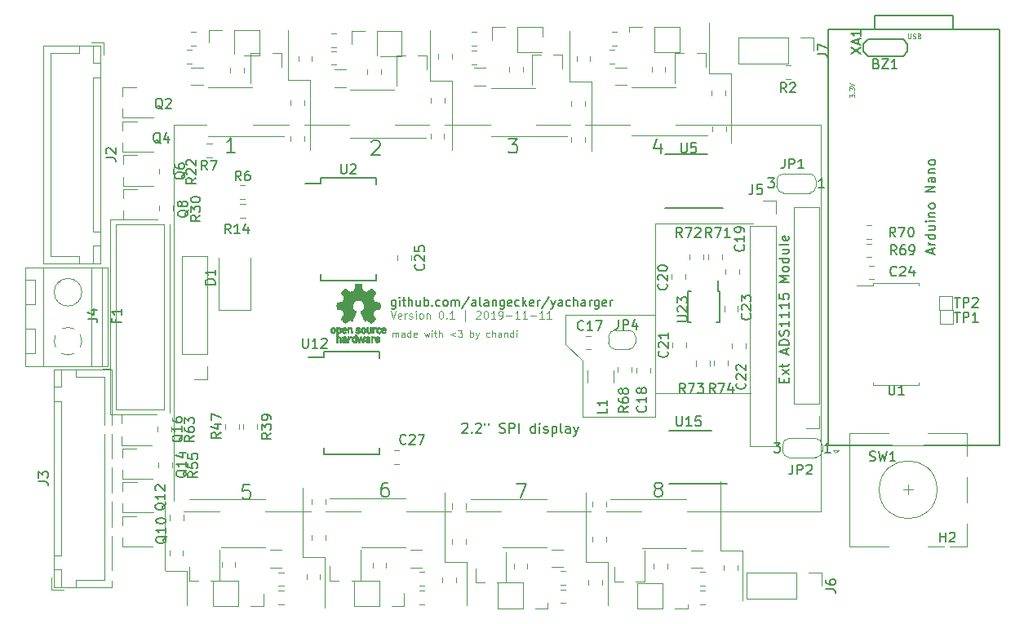
<source format=gbr>
%TF.GenerationSoftware,KiCad,Pcbnew,5.1.4*%
%TF.CreationDate,2019-11-11T17:30:34+01:00*%
%TF.ProjectId,charger2,63686172-6765-4723-922e-6b696361645f,rev?*%
%TF.SameCoordinates,Original*%
%TF.FileFunction,Legend,Top*%
%TF.FilePolarity,Positive*%
%FSLAX46Y46*%
G04 Gerber Fmt 4.6, Leading zero omitted, Abs format (unit mm)*
G04 Created by KiCad (PCBNEW 5.1.4) date 2019-11-11 17:30:34*
%MOMM*%
%LPD*%
G04 APERTURE LIST*
%ADD10C,0.200000*%
%ADD11C,0.150000*%
%ADD12C,0.120000*%
%ADD13C,0.100000*%
%ADD14C,0.010000*%
%ADD15C,0.075000*%
%ADD16R,1.902000X2.602000*%
%ADD17C,0.702000*%
%ADD18C,1.252000*%
%ADD19C,1.527000*%
%ADD20C,1.952000*%
%ADD21R,1.829200X1.829200*%
%ADD22C,1.829200*%
%ADD23C,0.500000*%
%ADD24O,1.802000X1.802000*%
%ADD25R,1.802000X1.802000*%
%ADD26O,3.902000X8.102000*%
%ADD27O,2.052000X1.802000*%
%ADD28C,1.802000*%
%ADD29R,1.102000X1.102000*%
%ADD30R,1.102000X1.602000*%
%ADD31C,5.602000*%
%ADD32R,0.352000X1.202000*%
%ADD33C,0.802000*%
%ADD34C,4.552000*%
%ADD35R,1.602000X0.552000*%
%ADD36R,1.852000X0.552000*%
%ADD37R,2.102000X2.102000*%
%ADD38C,2.102000*%
%ADD39R,3.302000X2.102000*%
%ADD40R,0.902000X2.002000*%
%ADD41R,2.002000X0.902000*%
%ADD42R,2.202000X2.202000*%
%ADD43C,2.202000*%
%ADD44C,1.502000*%
G04 APERTURE END LIST*
D10*
X176361742Y-114019828D02*
X176218885Y-113948400D01*
X176147457Y-113876971D01*
X176076028Y-113734114D01*
X176076028Y-113662685D01*
X176147457Y-113519828D01*
X176218885Y-113448400D01*
X176361742Y-113376971D01*
X176647457Y-113376971D01*
X176790314Y-113448400D01*
X176861742Y-113519828D01*
X176933171Y-113662685D01*
X176933171Y-113734114D01*
X176861742Y-113876971D01*
X176790314Y-113948400D01*
X176647457Y-114019828D01*
X176361742Y-114019828D01*
X176218885Y-114091257D01*
X176147457Y-114162685D01*
X176076028Y-114305542D01*
X176076028Y-114591257D01*
X176147457Y-114734114D01*
X176218885Y-114805542D01*
X176361742Y-114876971D01*
X176647457Y-114876971D01*
X176790314Y-114805542D01*
X176861742Y-114734114D01*
X176933171Y-114591257D01*
X176933171Y-114305542D01*
X176861742Y-114162685D01*
X176790314Y-114091257D01*
X176647457Y-114019828D01*
X161831400Y-113478571D02*
X162831400Y-113478571D01*
X162188542Y-114978571D01*
X148443914Y-113376971D02*
X148158200Y-113376971D01*
X148015342Y-113448400D01*
X147943914Y-113519828D01*
X147801057Y-113734114D01*
X147729628Y-114019828D01*
X147729628Y-114591257D01*
X147801057Y-114734114D01*
X147872485Y-114805542D01*
X148015342Y-114876971D01*
X148301057Y-114876971D01*
X148443914Y-114805542D01*
X148515342Y-114734114D01*
X148586771Y-114591257D01*
X148586771Y-114234114D01*
X148515342Y-114091257D01*
X148443914Y-114019828D01*
X148301057Y-113948400D01*
X148015342Y-113948400D01*
X147872485Y-114019828D01*
X147801057Y-114091257D01*
X147729628Y-114234114D01*
X134138942Y-113580171D02*
X133424657Y-113580171D01*
X133353228Y-114294457D01*
X133424657Y-114223028D01*
X133567514Y-114151600D01*
X133924657Y-114151600D01*
X134067514Y-114223028D01*
X134138942Y-114294457D01*
X134210371Y-114437314D01*
X134210371Y-114794457D01*
X134138942Y-114937314D01*
X134067514Y-115008742D01*
X133924657Y-115080171D01*
X133567514Y-115080171D01*
X133424657Y-115008742D01*
X133353228Y-114937314D01*
X176739514Y-78215371D02*
X176739514Y-79215371D01*
X176382371Y-77643942D02*
X176025228Y-78715371D01*
X176953800Y-78715371D01*
X160967800Y-77664571D02*
X161896371Y-77664571D01*
X161396371Y-78236000D01*
X161610657Y-78236000D01*
X161753514Y-78307428D01*
X161824942Y-78378857D01*
X161896371Y-78521714D01*
X161896371Y-78878857D01*
X161824942Y-79021714D01*
X161753514Y-79093142D01*
X161610657Y-79164571D01*
X161182085Y-79164571D01*
X161039228Y-79093142D01*
X160967800Y-79021714D01*
X146764428Y-78010628D02*
X146835857Y-77939200D01*
X146978714Y-77867771D01*
X147335857Y-77867771D01*
X147478714Y-77939200D01*
X147550142Y-78010628D01*
X147621571Y-78153485D01*
X147621571Y-78296342D01*
X147550142Y-78510628D01*
X146693000Y-79367771D01*
X147621571Y-79367771D01*
X132584771Y-79113771D02*
X131727628Y-79113771D01*
X132156200Y-79113771D02*
X132156200Y-77613771D01*
X132013342Y-77828057D01*
X131870485Y-77970914D01*
X131727628Y-78042342D01*
D11*
X189539571Y-102997638D02*
X189539571Y-102664304D01*
X190063380Y-102521447D02*
X190063380Y-102997638D01*
X189063380Y-102997638D01*
X189063380Y-102521447D01*
X190063380Y-102188114D02*
X189396714Y-101664304D01*
X189396714Y-102188114D02*
X190063380Y-101664304D01*
X189396714Y-101426209D02*
X189396714Y-101045257D01*
X189063380Y-101283352D02*
X189920523Y-101283352D01*
X190015761Y-101235733D01*
X190063380Y-101140495D01*
X190063380Y-101045257D01*
X189777666Y-99997638D02*
X189777666Y-99521447D01*
X190063380Y-100092876D02*
X189063380Y-99759542D01*
X190063380Y-99426209D01*
X190063380Y-99092876D02*
X189063380Y-99092876D01*
X189063380Y-98854780D01*
X189111000Y-98711923D01*
X189206238Y-98616685D01*
X189301476Y-98569066D01*
X189491952Y-98521447D01*
X189634809Y-98521447D01*
X189825285Y-98569066D01*
X189920523Y-98616685D01*
X190015761Y-98711923D01*
X190063380Y-98854780D01*
X190063380Y-99092876D01*
X190015761Y-98140495D02*
X190063380Y-97997638D01*
X190063380Y-97759542D01*
X190015761Y-97664304D01*
X189968142Y-97616685D01*
X189872904Y-97569066D01*
X189777666Y-97569066D01*
X189682428Y-97616685D01*
X189634809Y-97664304D01*
X189587190Y-97759542D01*
X189539571Y-97950019D01*
X189491952Y-98045257D01*
X189444333Y-98092876D01*
X189349095Y-98140495D01*
X189253857Y-98140495D01*
X189158619Y-98092876D01*
X189111000Y-98045257D01*
X189063380Y-97950019D01*
X189063380Y-97711923D01*
X189111000Y-97569066D01*
X190063380Y-96616685D02*
X190063380Y-97188114D01*
X190063380Y-96902400D02*
X189063380Y-96902400D01*
X189206238Y-96997638D01*
X189301476Y-97092876D01*
X189349095Y-97188114D01*
X190063380Y-95664304D02*
X190063380Y-96235733D01*
X190063380Y-95950019D02*
X189063380Y-95950019D01*
X189206238Y-96045257D01*
X189301476Y-96140495D01*
X189349095Y-96235733D01*
X190063380Y-94711923D02*
X190063380Y-95283352D01*
X190063380Y-94997638D02*
X189063380Y-94997638D01*
X189206238Y-95092876D01*
X189301476Y-95188114D01*
X189349095Y-95283352D01*
X189063380Y-93807161D02*
X189063380Y-94283352D01*
X189539571Y-94330971D01*
X189491952Y-94283352D01*
X189444333Y-94188114D01*
X189444333Y-93950019D01*
X189491952Y-93854780D01*
X189539571Y-93807161D01*
X189634809Y-93759542D01*
X189872904Y-93759542D01*
X189968142Y-93807161D01*
X190015761Y-93854780D01*
X190063380Y-93950019D01*
X190063380Y-94188114D01*
X190015761Y-94283352D01*
X189968142Y-94330971D01*
X190063380Y-92569066D02*
X189063380Y-92569066D01*
X189777666Y-92235733D01*
X189063380Y-91902400D01*
X190063380Y-91902400D01*
X190063380Y-91283352D02*
X190015761Y-91378590D01*
X189968142Y-91426209D01*
X189872904Y-91473828D01*
X189587190Y-91473828D01*
X189491952Y-91426209D01*
X189444333Y-91378590D01*
X189396714Y-91283352D01*
X189396714Y-91140495D01*
X189444333Y-91045257D01*
X189491952Y-90997638D01*
X189587190Y-90950019D01*
X189872904Y-90950019D01*
X189968142Y-90997638D01*
X190015761Y-91045257D01*
X190063380Y-91140495D01*
X190063380Y-91283352D01*
X190063380Y-90092876D02*
X189063380Y-90092876D01*
X190015761Y-90092876D02*
X190063380Y-90188114D01*
X190063380Y-90378590D01*
X190015761Y-90473828D01*
X189968142Y-90521447D01*
X189872904Y-90569066D01*
X189587190Y-90569066D01*
X189491952Y-90521447D01*
X189444333Y-90473828D01*
X189396714Y-90378590D01*
X189396714Y-90188114D01*
X189444333Y-90092876D01*
X189396714Y-89188114D02*
X190063380Y-89188114D01*
X189396714Y-89616685D02*
X189920523Y-89616685D01*
X190015761Y-89569066D01*
X190063380Y-89473828D01*
X190063380Y-89330971D01*
X190015761Y-89235733D01*
X189968142Y-89188114D01*
X190063380Y-88569066D02*
X190015761Y-88664304D01*
X189920523Y-88711923D01*
X189063380Y-88711923D01*
X190015761Y-87807161D02*
X190063380Y-87902400D01*
X190063380Y-88092876D01*
X190015761Y-88188114D01*
X189920523Y-88235733D01*
X189539571Y-88235733D01*
X189444333Y-88188114D01*
X189396714Y-88092876D01*
X189396714Y-87902400D01*
X189444333Y-87807161D01*
X189539571Y-87759542D01*
X189634809Y-87759542D01*
X189730047Y-88235733D01*
D12*
X166903400Y-99009200D02*
X166903400Y-95961200D01*
X168630600Y-100736400D02*
X166903400Y-99009200D01*
X168630600Y-106578400D02*
X168630600Y-100736400D01*
X176149000Y-106578400D02*
X168630600Y-106578400D01*
X176149000Y-106578400D02*
X176149000Y-104089200D01*
X176199800Y-95961200D02*
X166903400Y-95961200D01*
X176199800Y-104140000D02*
X186105800Y-104140000D01*
X176199800Y-86512400D02*
X176199800Y-104140000D01*
X186359800Y-86512400D02*
X176199800Y-86512400D01*
D13*
X148958786Y-98269226D02*
X148958786Y-97802560D01*
X148958786Y-97869226D02*
X148992120Y-97835893D01*
X149058786Y-97802560D01*
X149158786Y-97802560D01*
X149225453Y-97835893D01*
X149258786Y-97902560D01*
X149258786Y-98269226D01*
X149258786Y-97902560D02*
X149292120Y-97835893D01*
X149358786Y-97802560D01*
X149458786Y-97802560D01*
X149525453Y-97835893D01*
X149558786Y-97902560D01*
X149558786Y-98269226D01*
X150192120Y-98269226D02*
X150192120Y-97902560D01*
X150158786Y-97835893D01*
X150092120Y-97802560D01*
X149958786Y-97802560D01*
X149892120Y-97835893D01*
X150192120Y-98235893D02*
X150125453Y-98269226D01*
X149958786Y-98269226D01*
X149892120Y-98235893D01*
X149858786Y-98169226D01*
X149858786Y-98102560D01*
X149892120Y-98035893D01*
X149958786Y-98002560D01*
X150125453Y-98002560D01*
X150192120Y-97969226D01*
X150825453Y-98269226D02*
X150825453Y-97569226D01*
X150825453Y-98235893D02*
X150758786Y-98269226D01*
X150625453Y-98269226D01*
X150558786Y-98235893D01*
X150525453Y-98202560D01*
X150492120Y-98135893D01*
X150492120Y-97935893D01*
X150525453Y-97869226D01*
X150558786Y-97835893D01*
X150625453Y-97802560D01*
X150758786Y-97802560D01*
X150825453Y-97835893D01*
X151425453Y-98235893D02*
X151358786Y-98269226D01*
X151225453Y-98269226D01*
X151158786Y-98235893D01*
X151125453Y-98169226D01*
X151125453Y-97902560D01*
X151158786Y-97835893D01*
X151225453Y-97802560D01*
X151358786Y-97802560D01*
X151425453Y-97835893D01*
X151458786Y-97902560D01*
X151458786Y-97969226D01*
X151125453Y-98035893D01*
X152225453Y-97802560D02*
X152358786Y-98269226D01*
X152492120Y-97935893D01*
X152625453Y-98269226D01*
X152758786Y-97802560D01*
X153025453Y-98269226D02*
X153025453Y-97802560D01*
X153025453Y-97569226D02*
X152992120Y-97602560D01*
X153025453Y-97635893D01*
X153058786Y-97602560D01*
X153025453Y-97569226D01*
X153025453Y-97635893D01*
X153258786Y-97802560D02*
X153525453Y-97802560D01*
X153358786Y-97569226D02*
X153358786Y-98169226D01*
X153392120Y-98235893D01*
X153458786Y-98269226D01*
X153525453Y-98269226D01*
X153758786Y-98269226D02*
X153758786Y-97569226D01*
X154058786Y-98269226D02*
X154058786Y-97902560D01*
X154025453Y-97835893D01*
X153958786Y-97802560D01*
X153858786Y-97802560D01*
X153792120Y-97835893D01*
X153758786Y-97869226D01*
X155458786Y-97802560D02*
X154925453Y-98002560D01*
X155458786Y-98202560D01*
X155725453Y-97569226D02*
X156158786Y-97569226D01*
X155925453Y-97835893D01*
X156025453Y-97835893D01*
X156092120Y-97869226D01*
X156125453Y-97902560D01*
X156158786Y-97969226D01*
X156158786Y-98135893D01*
X156125453Y-98202560D01*
X156092120Y-98235893D01*
X156025453Y-98269226D01*
X155825453Y-98269226D01*
X155758786Y-98235893D01*
X155725453Y-98202560D01*
X156992120Y-98269226D02*
X156992120Y-97569226D01*
X156992120Y-97835893D02*
X157058786Y-97802560D01*
X157192120Y-97802560D01*
X157258786Y-97835893D01*
X157292120Y-97869226D01*
X157325453Y-97935893D01*
X157325453Y-98135893D01*
X157292120Y-98202560D01*
X157258786Y-98235893D01*
X157192120Y-98269226D01*
X157058786Y-98269226D01*
X156992120Y-98235893D01*
X157558786Y-97802560D02*
X157725453Y-98269226D01*
X157892120Y-97802560D02*
X157725453Y-98269226D01*
X157658786Y-98435893D01*
X157625453Y-98469226D01*
X157558786Y-98502560D01*
X158992120Y-98235893D02*
X158925453Y-98269226D01*
X158792120Y-98269226D01*
X158725453Y-98235893D01*
X158692120Y-98202560D01*
X158658786Y-98135893D01*
X158658786Y-97935893D01*
X158692120Y-97869226D01*
X158725453Y-97835893D01*
X158792120Y-97802560D01*
X158925453Y-97802560D01*
X158992120Y-97835893D01*
X159292120Y-98269226D02*
X159292120Y-97569226D01*
X159592120Y-98269226D02*
X159592120Y-97902560D01*
X159558786Y-97835893D01*
X159492120Y-97802560D01*
X159392120Y-97802560D01*
X159325453Y-97835893D01*
X159292120Y-97869226D01*
X160225453Y-98269226D02*
X160225453Y-97902560D01*
X160192120Y-97835893D01*
X160125453Y-97802560D01*
X159992120Y-97802560D01*
X159925453Y-97835893D01*
X160225453Y-98235893D02*
X160158786Y-98269226D01*
X159992120Y-98269226D01*
X159925453Y-98235893D01*
X159892120Y-98169226D01*
X159892120Y-98102560D01*
X159925453Y-98035893D01*
X159992120Y-98002560D01*
X160158786Y-98002560D01*
X160225453Y-97969226D01*
X160558786Y-97802560D02*
X160558786Y-98269226D01*
X160558786Y-97869226D02*
X160592120Y-97835893D01*
X160658786Y-97802560D01*
X160758786Y-97802560D01*
X160825453Y-97835893D01*
X160858786Y-97902560D01*
X160858786Y-98269226D01*
X161492120Y-98269226D02*
X161492120Y-97569226D01*
X161492120Y-98235893D02*
X161425453Y-98269226D01*
X161292120Y-98269226D01*
X161225453Y-98235893D01*
X161192120Y-98202560D01*
X161158786Y-98135893D01*
X161158786Y-97935893D01*
X161192120Y-97869226D01*
X161225453Y-97835893D01*
X161292120Y-97802560D01*
X161425453Y-97802560D01*
X161492120Y-97835893D01*
X161825453Y-98269226D02*
X161825453Y-97802560D01*
X161825453Y-97569226D02*
X161792120Y-97602560D01*
X161825453Y-97635893D01*
X161858786Y-97602560D01*
X161825453Y-97569226D01*
X161825453Y-97635893D01*
X148718047Y-95573904D02*
X148984714Y-96373904D01*
X149251380Y-95573904D01*
X149822809Y-96335809D02*
X149746619Y-96373904D01*
X149594238Y-96373904D01*
X149518047Y-96335809D01*
X149479952Y-96259619D01*
X149479952Y-95954857D01*
X149518047Y-95878666D01*
X149594238Y-95840571D01*
X149746619Y-95840571D01*
X149822809Y-95878666D01*
X149860904Y-95954857D01*
X149860904Y-96031047D01*
X149479952Y-96107238D01*
X150203761Y-96373904D02*
X150203761Y-95840571D01*
X150203761Y-95992952D02*
X150241857Y-95916761D01*
X150279952Y-95878666D01*
X150356142Y-95840571D01*
X150432333Y-95840571D01*
X150660904Y-96335809D02*
X150737095Y-96373904D01*
X150889476Y-96373904D01*
X150965666Y-96335809D01*
X151003761Y-96259619D01*
X151003761Y-96221523D01*
X150965666Y-96145333D01*
X150889476Y-96107238D01*
X150775190Y-96107238D01*
X150699000Y-96069142D01*
X150660904Y-95992952D01*
X150660904Y-95954857D01*
X150699000Y-95878666D01*
X150775190Y-95840571D01*
X150889476Y-95840571D01*
X150965666Y-95878666D01*
X151346619Y-96373904D02*
X151346619Y-95840571D01*
X151346619Y-95573904D02*
X151308523Y-95612000D01*
X151346619Y-95650095D01*
X151384714Y-95612000D01*
X151346619Y-95573904D01*
X151346619Y-95650095D01*
X151841857Y-96373904D02*
X151765666Y-96335809D01*
X151727571Y-96297714D01*
X151689476Y-96221523D01*
X151689476Y-95992952D01*
X151727571Y-95916761D01*
X151765666Y-95878666D01*
X151841857Y-95840571D01*
X151956142Y-95840571D01*
X152032333Y-95878666D01*
X152070428Y-95916761D01*
X152108523Y-95992952D01*
X152108523Y-96221523D01*
X152070428Y-96297714D01*
X152032333Y-96335809D01*
X151956142Y-96373904D01*
X151841857Y-96373904D01*
X152451380Y-95840571D02*
X152451380Y-96373904D01*
X152451380Y-95916761D02*
X152489476Y-95878666D01*
X152565666Y-95840571D01*
X152679952Y-95840571D01*
X152756142Y-95878666D01*
X152794238Y-95954857D01*
X152794238Y-96373904D01*
X153937095Y-95573904D02*
X154013285Y-95573904D01*
X154089476Y-95612000D01*
X154127571Y-95650095D01*
X154165666Y-95726285D01*
X154203761Y-95878666D01*
X154203761Y-96069142D01*
X154165666Y-96221523D01*
X154127571Y-96297714D01*
X154089476Y-96335809D01*
X154013285Y-96373904D01*
X153937095Y-96373904D01*
X153860904Y-96335809D01*
X153822809Y-96297714D01*
X153784714Y-96221523D01*
X153746619Y-96069142D01*
X153746619Y-95878666D01*
X153784714Y-95726285D01*
X153822809Y-95650095D01*
X153860904Y-95612000D01*
X153937095Y-95573904D01*
X154546619Y-96297714D02*
X154584714Y-96335809D01*
X154546619Y-96373904D01*
X154508523Y-96335809D01*
X154546619Y-96297714D01*
X154546619Y-96373904D01*
X155346619Y-96373904D02*
X154889476Y-96373904D01*
X155118047Y-96373904D02*
X155118047Y-95573904D01*
X155041857Y-95688190D01*
X154965666Y-95764380D01*
X154889476Y-95802476D01*
X156489476Y-96640571D02*
X156489476Y-95497714D01*
X157632333Y-95650095D02*
X157670428Y-95612000D01*
X157746619Y-95573904D01*
X157937095Y-95573904D01*
X158013285Y-95612000D01*
X158051380Y-95650095D01*
X158089476Y-95726285D01*
X158089476Y-95802476D01*
X158051380Y-95916761D01*
X157594238Y-96373904D01*
X158089476Y-96373904D01*
X158584714Y-95573904D02*
X158660904Y-95573904D01*
X158737095Y-95612000D01*
X158775190Y-95650095D01*
X158813285Y-95726285D01*
X158851380Y-95878666D01*
X158851380Y-96069142D01*
X158813285Y-96221523D01*
X158775190Y-96297714D01*
X158737095Y-96335809D01*
X158660904Y-96373904D01*
X158584714Y-96373904D01*
X158508523Y-96335809D01*
X158470428Y-96297714D01*
X158432333Y-96221523D01*
X158394238Y-96069142D01*
X158394238Y-95878666D01*
X158432333Y-95726285D01*
X158470428Y-95650095D01*
X158508523Y-95612000D01*
X158584714Y-95573904D01*
X159613285Y-96373904D02*
X159156142Y-96373904D01*
X159384714Y-96373904D02*
X159384714Y-95573904D01*
X159308523Y-95688190D01*
X159232333Y-95764380D01*
X159156142Y-95802476D01*
X159994238Y-96373904D02*
X160146619Y-96373904D01*
X160222809Y-96335809D01*
X160260904Y-96297714D01*
X160337095Y-96183428D01*
X160375190Y-96031047D01*
X160375190Y-95726285D01*
X160337095Y-95650095D01*
X160299000Y-95612000D01*
X160222809Y-95573904D01*
X160070428Y-95573904D01*
X159994238Y-95612000D01*
X159956142Y-95650095D01*
X159918047Y-95726285D01*
X159918047Y-95916761D01*
X159956142Y-95992952D01*
X159994238Y-96031047D01*
X160070428Y-96069142D01*
X160222809Y-96069142D01*
X160299000Y-96031047D01*
X160337095Y-95992952D01*
X160375190Y-95916761D01*
X160718047Y-96069142D02*
X161327571Y-96069142D01*
X162127571Y-96373904D02*
X161670428Y-96373904D01*
X161899000Y-96373904D02*
X161899000Y-95573904D01*
X161822809Y-95688190D01*
X161746619Y-95764380D01*
X161670428Y-95802476D01*
X162889476Y-96373904D02*
X162432333Y-96373904D01*
X162660904Y-96373904D02*
X162660904Y-95573904D01*
X162584714Y-95688190D01*
X162508523Y-95764380D01*
X162432333Y-95802476D01*
X163232333Y-96069142D02*
X163841857Y-96069142D01*
X164641857Y-96373904D02*
X164184714Y-96373904D01*
X164413285Y-96373904D02*
X164413285Y-95573904D01*
X164337095Y-95688190D01*
X164260904Y-95764380D01*
X164184714Y-95802476D01*
X165403761Y-96373904D02*
X164946619Y-96373904D01*
X165175190Y-96373904D02*
X165175190Y-95573904D01*
X165099000Y-95688190D01*
X165022809Y-95764380D01*
X164946619Y-95802476D01*
D11*
X149234314Y-94447542D02*
X149234314Y-95176114D01*
X149191457Y-95261828D01*
X149148599Y-95304685D01*
X149062885Y-95347542D01*
X148934314Y-95347542D01*
X148848599Y-95304685D01*
X149234314Y-95004685D02*
X149148599Y-95047542D01*
X148977171Y-95047542D01*
X148891457Y-95004685D01*
X148848599Y-94961828D01*
X148805742Y-94876114D01*
X148805742Y-94618971D01*
X148848599Y-94533257D01*
X148891457Y-94490400D01*
X148977171Y-94447542D01*
X149148599Y-94447542D01*
X149234314Y-94490400D01*
X149662885Y-95047542D02*
X149662885Y-94447542D01*
X149662885Y-94147542D02*
X149620028Y-94190400D01*
X149662885Y-94233257D01*
X149705742Y-94190400D01*
X149662885Y-94147542D01*
X149662885Y-94233257D01*
X149962885Y-94447542D02*
X150305742Y-94447542D01*
X150091457Y-94147542D02*
X150091457Y-94918971D01*
X150134314Y-95004685D01*
X150220028Y-95047542D01*
X150305742Y-95047542D01*
X150605742Y-95047542D02*
X150605742Y-94147542D01*
X150991457Y-95047542D02*
X150991457Y-94576114D01*
X150948599Y-94490400D01*
X150862885Y-94447542D01*
X150734314Y-94447542D01*
X150648599Y-94490400D01*
X150605742Y-94533257D01*
X151805742Y-94447542D02*
X151805742Y-95047542D01*
X151420028Y-94447542D02*
X151420028Y-94918971D01*
X151462885Y-95004685D01*
X151548599Y-95047542D01*
X151677171Y-95047542D01*
X151762885Y-95004685D01*
X151805742Y-94961828D01*
X152234314Y-95047542D02*
X152234314Y-94147542D01*
X152234314Y-94490400D02*
X152320028Y-94447542D01*
X152491457Y-94447542D01*
X152577171Y-94490400D01*
X152620028Y-94533257D01*
X152662885Y-94618971D01*
X152662885Y-94876114D01*
X152620028Y-94961828D01*
X152577171Y-95004685D01*
X152491457Y-95047542D01*
X152320028Y-95047542D01*
X152234314Y-95004685D01*
X153048599Y-94961828D02*
X153091457Y-95004685D01*
X153048599Y-95047542D01*
X153005742Y-95004685D01*
X153048599Y-94961828D01*
X153048599Y-95047542D01*
X153862885Y-95004685D02*
X153777171Y-95047542D01*
X153605742Y-95047542D01*
X153520028Y-95004685D01*
X153477171Y-94961828D01*
X153434314Y-94876114D01*
X153434314Y-94618971D01*
X153477171Y-94533257D01*
X153520028Y-94490400D01*
X153605742Y-94447542D01*
X153777171Y-94447542D01*
X153862885Y-94490400D01*
X154377171Y-95047542D02*
X154291457Y-95004685D01*
X154248599Y-94961828D01*
X154205742Y-94876114D01*
X154205742Y-94618971D01*
X154248599Y-94533257D01*
X154291457Y-94490400D01*
X154377171Y-94447542D01*
X154505742Y-94447542D01*
X154591457Y-94490400D01*
X154634314Y-94533257D01*
X154677171Y-94618971D01*
X154677171Y-94876114D01*
X154634314Y-94961828D01*
X154591457Y-95004685D01*
X154505742Y-95047542D01*
X154377171Y-95047542D01*
X155062885Y-95047542D02*
X155062885Y-94447542D01*
X155062885Y-94533257D02*
X155105742Y-94490400D01*
X155191457Y-94447542D01*
X155320028Y-94447542D01*
X155405742Y-94490400D01*
X155448599Y-94576114D01*
X155448599Y-95047542D01*
X155448599Y-94576114D02*
X155491457Y-94490400D01*
X155577171Y-94447542D01*
X155705742Y-94447542D01*
X155791457Y-94490400D01*
X155834314Y-94576114D01*
X155834314Y-95047542D01*
X156905742Y-94104685D02*
X156134314Y-95261828D01*
X157591457Y-95047542D02*
X157591457Y-94576114D01*
X157548599Y-94490400D01*
X157462885Y-94447542D01*
X157291457Y-94447542D01*
X157205742Y-94490400D01*
X157591457Y-95004685D02*
X157505742Y-95047542D01*
X157291457Y-95047542D01*
X157205742Y-95004685D01*
X157162885Y-94918971D01*
X157162885Y-94833257D01*
X157205742Y-94747542D01*
X157291457Y-94704685D01*
X157505742Y-94704685D01*
X157591457Y-94661828D01*
X158148599Y-95047542D02*
X158062885Y-95004685D01*
X158020028Y-94918971D01*
X158020028Y-94147542D01*
X158877171Y-95047542D02*
X158877171Y-94576114D01*
X158834314Y-94490400D01*
X158748599Y-94447542D01*
X158577171Y-94447542D01*
X158491457Y-94490400D01*
X158877171Y-95004685D02*
X158791457Y-95047542D01*
X158577171Y-95047542D01*
X158491457Y-95004685D01*
X158448599Y-94918971D01*
X158448599Y-94833257D01*
X158491457Y-94747542D01*
X158577171Y-94704685D01*
X158791457Y-94704685D01*
X158877171Y-94661828D01*
X159305742Y-94447542D02*
X159305742Y-95047542D01*
X159305742Y-94533257D02*
X159348599Y-94490400D01*
X159434314Y-94447542D01*
X159562885Y-94447542D01*
X159648599Y-94490400D01*
X159691457Y-94576114D01*
X159691457Y-95047542D01*
X160505742Y-94447542D02*
X160505742Y-95176114D01*
X160462885Y-95261828D01*
X160420028Y-95304685D01*
X160334314Y-95347542D01*
X160205742Y-95347542D01*
X160120028Y-95304685D01*
X160505742Y-95004685D02*
X160420028Y-95047542D01*
X160248599Y-95047542D01*
X160162885Y-95004685D01*
X160120028Y-94961828D01*
X160077171Y-94876114D01*
X160077171Y-94618971D01*
X160120028Y-94533257D01*
X160162885Y-94490400D01*
X160248599Y-94447542D01*
X160420028Y-94447542D01*
X160505742Y-94490400D01*
X161277171Y-95004685D02*
X161191457Y-95047542D01*
X161020028Y-95047542D01*
X160934314Y-95004685D01*
X160891457Y-94918971D01*
X160891457Y-94576114D01*
X160934314Y-94490400D01*
X161020028Y-94447542D01*
X161191457Y-94447542D01*
X161277171Y-94490400D01*
X161320028Y-94576114D01*
X161320028Y-94661828D01*
X160891457Y-94747542D01*
X162091457Y-95004685D02*
X162005742Y-95047542D01*
X161834314Y-95047542D01*
X161748599Y-95004685D01*
X161705742Y-94961828D01*
X161662885Y-94876114D01*
X161662885Y-94618971D01*
X161705742Y-94533257D01*
X161748599Y-94490400D01*
X161834314Y-94447542D01*
X162005742Y-94447542D01*
X162091457Y-94490400D01*
X162477171Y-95047542D02*
X162477171Y-94147542D01*
X162562885Y-94704685D02*
X162820028Y-95047542D01*
X162820028Y-94447542D02*
X162477171Y-94790400D01*
X163548599Y-95004685D02*
X163462885Y-95047542D01*
X163291457Y-95047542D01*
X163205742Y-95004685D01*
X163162885Y-94918971D01*
X163162885Y-94576114D01*
X163205742Y-94490400D01*
X163291457Y-94447542D01*
X163462885Y-94447542D01*
X163548599Y-94490400D01*
X163591457Y-94576114D01*
X163591457Y-94661828D01*
X163162885Y-94747542D01*
X163977171Y-95047542D02*
X163977171Y-94447542D01*
X163977171Y-94618971D02*
X164020028Y-94533257D01*
X164062885Y-94490400D01*
X164148599Y-94447542D01*
X164234314Y-94447542D01*
X165177171Y-94104685D02*
X164405742Y-95261828D01*
X165391457Y-94447542D02*
X165605742Y-95047542D01*
X165820028Y-94447542D02*
X165605742Y-95047542D01*
X165520028Y-95261828D01*
X165477171Y-95304685D01*
X165391457Y-95347542D01*
X166548599Y-95047542D02*
X166548599Y-94576114D01*
X166505742Y-94490400D01*
X166420028Y-94447542D01*
X166248599Y-94447542D01*
X166162885Y-94490400D01*
X166548599Y-95004685D02*
X166462885Y-95047542D01*
X166248599Y-95047542D01*
X166162885Y-95004685D01*
X166120028Y-94918971D01*
X166120028Y-94833257D01*
X166162885Y-94747542D01*
X166248599Y-94704685D01*
X166462885Y-94704685D01*
X166548599Y-94661828D01*
X167362885Y-95004685D02*
X167277171Y-95047542D01*
X167105742Y-95047542D01*
X167020028Y-95004685D01*
X166977171Y-94961828D01*
X166934314Y-94876114D01*
X166934314Y-94618971D01*
X166977171Y-94533257D01*
X167020028Y-94490400D01*
X167105742Y-94447542D01*
X167277171Y-94447542D01*
X167362885Y-94490400D01*
X167748599Y-95047542D02*
X167748599Y-94147542D01*
X168134314Y-95047542D02*
X168134314Y-94576114D01*
X168091457Y-94490400D01*
X168005742Y-94447542D01*
X167877171Y-94447542D01*
X167791457Y-94490400D01*
X167748599Y-94533257D01*
X168948599Y-95047542D02*
X168948599Y-94576114D01*
X168905742Y-94490400D01*
X168820028Y-94447542D01*
X168648599Y-94447542D01*
X168562885Y-94490400D01*
X168948599Y-95004685D02*
X168862885Y-95047542D01*
X168648599Y-95047542D01*
X168562885Y-95004685D01*
X168520028Y-94918971D01*
X168520028Y-94833257D01*
X168562885Y-94747542D01*
X168648599Y-94704685D01*
X168862885Y-94704685D01*
X168948599Y-94661828D01*
X169377171Y-95047542D02*
X169377171Y-94447542D01*
X169377171Y-94618971D02*
X169420028Y-94533257D01*
X169462885Y-94490400D01*
X169548599Y-94447542D01*
X169634314Y-94447542D01*
X170320028Y-94447542D02*
X170320028Y-95176114D01*
X170277171Y-95261828D01*
X170234314Y-95304685D01*
X170148599Y-95347542D01*
X170020028Y-95347542D01*
X169934314Y-95304685D01*
X170320028Y-95004685D02*
X170234314Y-95047542D01*
X170062885Y-95047542D01*
X169977171Y-95004685D01*
X169934314Y-94961828D01*
X169891457Y-94876114D01*
X169891457Y-94618971D01*
X169934314Y-94533257D01*
X169977171Y-94490400D01*
X170062885Y-94447542D01*
X170234314Y-94447542D01*
X170320028Y-94490400D01*
X171091457Y-95004685D02*
X171005742Y-95047542D01*
X170834314Y-95047542D01*
X170748599Y-95004685D01*
X170705742Y-94918971D01*
X170705742Y-94576114D01*
X170748599Y-94490400D01*
X170834314Y-94447542D01*
X171005742Y-94447542D01*
X171091457Y-94490400D01*
X171134314Y-94576114D01*
X171134314Y-94661828D01*
X170705742Y-94747542D01*
X171520028Y-95047542D02*
X171520028Y-94447542D01*
X171520028Y-94618971D02*
X171562885Y-94533257D01*
X171605742Y-94490400D01*
X171691457Y-94447542D01*
X171777171Y-94447542D01*
D12*
X185229500Y-125628400D02*
X185229500Y-120421400D01*
X185229500Y-120421400D02*
X182943500Y-120421400D01*
X182943500Y-120421400D02*
X182943500Y-113182400D01*
X171259500Y-126072900D02*
X171259500Y-121627900D01*
X171259500Y-121627900D02*
X168973500Y-121627900D01*
X168973500Y-121627900D02*
X168973500Y-114388900D01*
X156654500Y-126136400D02*
X156654500Y-121627900D01*
X156654500Y-121627900D02*
X154368500Y-121627900D01*
X154368500Y-121627900D02*
X154368500Y-114388900D01*
X141922500Y-126326900D02*
X141922500Y-121119900D01*
X141922500Y-121119900D02*
X139636500Y-121119900D01*
X139636500Y-121119900D02*
X139636500Y-113880900D01*
X127571500Y-126072900D02*
X127571500Y-122516900D01*
X127571500Y-122516900D02*
X125285500Y-122516900D01*
X125285500Y-122516900D02*
X125285500Y-115277900D01*
X181800500Y-65684400D02*
X181800500Y-70891400D01*
X184086500Y-70891400D02*
X184086500Y-78130400D01*
X181800500Y-70891400D02*
X184086500Y-70891400D01*
X167259000Y-66509900D02*
X167259000Y-71716900D01*
X169545000Y-71716900D02*
X169545000Y-78955900D01*
X167259000Y-71716900D02*
X169545000Y-71716900D01*
X152781000Y-66446400D02*
X152781000Y-71653400D01*
X155067000Y-71653400D02*
X155067000Y-78892400D01*
X152781000Y-71653400D02*
X155067000Y-71653400D01*
X140398500Y-71589900D02*
X140398500Y-78828900D01*
X138112500Y-71589900D02*
X140398500Y-71589900D01*
X138112500Y-66382900D02*
X138112500Y-71589900D01*
X130912600Y-95468400D02*
X130912600Y-90068400D01*
X134212600Y-95468400D02*
X134212600Y-90068400D01*
X130912600Y-95468400D02*
X134212600Y-95468400D01*
X198757600Y-92962800D02*
X197092600Y-92962800D01*
X198757600Y-92707800D02*
X198757600Y-92962800D01*
X201142600Y-92707800D02*
X198757600Y-92707800D01*
X203527600Y-92707800D02*
X203527600Y-92962800D01*
X201142600Y-92707800D02*
X203527600Y-92707800D01*
X198757600Y-103227800D02*
X198757600Y-102972800D01*
X201142600Y-103227800D02*
X198757600Y-103227800D01*
X203527600Y-103227800D02*
X203527600Y-102972800D01*
X201142600Y-103227800D02*
X203527600Y-103227800D01*
X149578852Y-110059400D02*
X149056348Y-110059400D01*
X149578852Y-111479400D02*
X149056348Y-111479400D01*
X149429400Y-89816148D02*
X149429400Y-90338652D01*
X150849400Y-89816148D02*
X150849400Y-90338652D01*
X171870200Y-102964064D02*
X171870200Y-101759936D01*
X169150200Y-102964064D02*
X169150200Y-101759936D01*
D14*
G36*
X145741164Y-93098818D02*
G01*
X145798012Y-93400370D01*
X146217538Y-93573312D01*
X146469184Y-93402195D01*
X146539658Y-93354550D01*
X146603363Y-93312010D01*
X146657326Y-93276515D01*
X146698573Y-93250010D01*
X146724134Y-93234436D01*
X146731095Y-93231078D01*
X146743635Y-93239714D01*
X146770431Y-93263592D01*
X146808480Y-93299659D01*
X146854779Y-93344867D01*
X146906323Y-93396164D01*
X146960109Y-93450501D01*
X147013135Y-93504828D01*
X147062395Y-93556095D01*
X147104887Y-93601251D01*
X147137607Y-93637246D01*
X147157551Y-93661030D01*
X147162319Y-93668990D01*
X147155457Y-93683665D01*
X147136220Y-93715814D01*
X147106630Y-93762292D01*
X147068710Y-93819956D01*
X147024482Y-93885660D01*
X146998854Y-93923136D01*
X146952141Y-93991568D01*
X146910632Y-94053320D01*
X146876340Y-94105319D01*
X146851280Y-94144492D01*
X146837464Y-94167765D01*
X146835388Y-94172655D01*
X146840095Y-94186555D01*
X146852923Y-94218950D01*
X146871938Y-94265285D01*
X146895203Y-94321006D01*
X146920784Y-94381558D01*
X146946745Y-94442386D01*
X146971150Y-94498936D01*
X146992063Y-94546652D01*
X147007549Y-94580981D01*
X147015672Y-94597368D01*
X147016152Y-94598012D01*
X147028907Y-94601141D01*
X147062877Y-94608121D01*
X147114540Y-94618267D01*
X147180376Y-94630892D01*
X147256864Y-94645309D01*
X147301490Y-94653623D01*
X147383221Y-94669184D01*
X147457043Y-94683992D01*
X147519221Y-94697236D01*
X147566022Y-94708105D01*
X147593709Y-94715789D01*
X147599274Y-94718227D01*
X147604726Y-94734730D01*
X147609124Y-94772000D01*
X147612472Y-94825680D01*
X147614774Y-94891412D01*
X147616032Y-94964837D01*
X147616248Y-95041596D01*
X147615427Y-95117332D01*
X147613571Y-95187686D01*
X147610682Y-95248300D01*
X147606765Y-95294816D01*
X147601822Y-95322875D01*
X147598857Y-95328716D01*
X147581134Y-95335717D01*
X147543581Y-95345727D01*
X147491164Y-95357569D01*
X147428852Y-95370067D01*
X147407100Y-95374110D01*
X147302224Y-95393320D01*
X147219380Y-95408791D01*
X147155830Y-95421137D01*
X147108837Y-95430973D01*
X147075663Y-95438914D01*
X147053571Y-95445576D01*
X147039824Y-95451573D01*
X147031684Y-95457519D01*
X147030545Y-95458694D01*
X147019177Y-95477626D01*
X147001835Y-95514469D01*
X146980250Y-95564713D01*
X146956154Y-95623846D01*
X146931279Y-95687356D01*
X146907357Y-95750732D01*
X146886119Y-95809462D01*
X146869297Y-95859035D01*
X146858622Y-95894939D01*
X146855827Y-95912662D01*
X146856060Y-95913283D01*
X146865531Y-95927770D01*
X146887018Y-95959644D01*
X146918263Y-96005589D01*
X146957007Y-96062285D01*
X147000993Y-96126417D01*
X147013519Y-96144642D01*
X147058184Y-96210714D01*
X147097488Y-96271000D01*
X147129288Y-96322035D01*
X147151445Y-96360360D01*
X147161817Y-96382511D01*
X147162319Y-96385232D01*
X147153605Y-96399536D01*
X147129525Y-96427872D01*
X147093176Y-96467196D01*
X147047653Y-96514461D01*
X146996052Y-96566623D01*
X146941467Y-96620635D01*
X146886994Y-96673453D01*
X146835729Y-96722031D01*
X146790767Y-96763323D01*
X146755204Y-96794285D01*
X146732135Y-96811870D01*
X146725754Y-96814741D01*
X146710899Y-96807978D01*
X146680486Y-96789739D01*
X146639468Y-96763097D01*
X146607909Y-96741652D01*
X146550725Y-96702303D01*
X146483006Y-96655971D01*
X146415080Y-96609713D01*
X146378561Y-96584955D01*
X146254952Y-96501347D01*
X146151191Y-96557450D01*
X146103920Y-96582028D01*
X146063723Y-96601131D01*
X146036526Y-96612027D01*
X146029602Y-96613543D01*
X146021277Y-96602349D01*
X146004854Y-96570717D01*
X145981557Y-96521565D01*
X145952614Y-96457810D01*
X145919250Y-96382371D01*
X145882691Y-96298164D01*
X145844164Y-96208108D01*
X145804894Y-96115121D01*
X145766108Y-96022120D01*
X145729030Y-95932023D01*
X145694889Y-95847748D01*
X145664908Y-95772213D01*
X145640316Y-95708334D01*
X145622336Y-95659031D01*
X145612197Y-95627221D01*
X145610566Y-95616296D01*
X145623491Y-95602361D01*
X145651789Y-95579740D01*
X145689546Y-95553133D01*
X145692715Y-95551028D01*
X145790300Y-95472914D01*
X145868986Y-95381782D01*
X145928091Y-95280545D01*
X145966932Y-95172118D01*
X145984828Y-95059414D01*
X145981097Y-94945348D01*
X145955057Y-94832834D01*
X145906025Y-94724785D01*
X145891600Y-94701145D01*
X145816569Y-94605687D01*
X145727930Y-94529032D01*
X145628749Y-94471580D01*
X145522095Y-94433729D01*
X145411036Y-94415878D01*
X145298639Y-94418425D01*
X145187973Y-94441770D01*
X145082106Y-94486310D01*
X144984105Y-94552445D01*
X144953790Y-94579287D01*
X144876638Y-94663312D01*
X144820418Y-94751766D01*
X144781853Y-94850915D01*
X144760374Y-94949103D01*
X144755072Y-95059497D01*
X144772752Y-95170440D01*
X144811619Y-95278181D01*
X144869877Y-95378969D01*
X144945731Y-95469056D01*
X145037383Y-95544692D01*
X145049428Y-95552664D01*
X145087589Y-95578774D01*
X145116599Y-95601395D01*
X145130468Y-95615839D01*
X145130669Y-95616296D01*
X145127692Y-95631921D01*
X145115889Y-95667382D01*
X145096486Y-95719762D01*
X145070712Y-95786145D01*
X145039791Y-95863614D01*
X145004951Y-95949250D01*
X144967417Y-96040137D01*
X144928417Y-96133359D01*
X144889177Y-96225997D01*
X144850924Y-96315135D01*
X144814883Y-96397855D01*
X144782283Y-96471241D01*
X144754348Y-96532375D01*
X144732305Y-96578341D01*
X144717382Y-96606221D01*
X144711372Y-96613543D01*
X144693009Y-96607841D01*
X144658648Y-96592549D01*
X144614216Y-96570399D01*
X144589783Y-96557450D01*
X144486022Y-96501347D01*
X144362413Y-96584955D01*
X144299314Y-96627787D01*
X144230230Y-96674922D01*
X144165493Y-96719303D01*
X144133066Y-96741652D01*
X144087459Y-96772277D01*
X144048840Y-96796547D01*
X144022248Y-96811387D01*
X144013610Y-96814524D01*
X144001039Y-96806061D01*
X143973216Y-96782436D01*
X143932839Y-96746102D01*
X143882605Y-96699511D01*
X143825212Y-96645117D01*
X143788914Y-96610192D01*
X143725410Y-96547796D01*
X143670527Y-96491988D01*
X143626486Y-96445154D01*
X143595505Y-96409682D01*
X143579802Y-96387961D01*
X143578295Y-96383552D01*
X143585286Y-96366785D01*
X143604606Y-96332882D01*
X143634109Y-96285276D01*
X143671655Y-96227399D01*
X143715100Y-96162684D01*
X143727455Y-96144642D01*
X143772473Y-96079067D01*
X143812860Y-96020028D01*
X143846360Y-95970842D01*
X143870714Y-95934828D01*
X143883664Y-95915302D01*
X143884915Y-95913283D01*
X143883044Y-95897722D01*
X143873113Y-95863509D01*
X143856853Y-95815155D01*
X143835995Y-95757171D01*
X143812273Y-95694070D01*
X143787416Y-95630363D01*
X143763158Y-95570561D01*
X143741229Y-95519176D01*
X143723362Y-95480719D01*
X143711287Y-95459702D01*
X143710429Y-95458694D01*
X143703046Y-95452688D01*
X143690575Y-95446748D01*
X143670280Y-95440260D01*
X143639422Y-95432609D01*
X143595266Y-95423180D01*
X143535074Y-95411359D01*
X143456107Y-95396529D01*
X143355630Y-95378077D01*
X143333875Y-95374110D01*
X143269398Y-95361653D01*
X143213189Y-95349466D01*
X143170213Y-95338726D01*
X143145440Y-95330609D01*
X143142118Y-95328716D01*
X143136644Y-95311938D01*
X143132194Y-95274445D01*
X143128772Y-95220594D01*
X143126381Y-95154744D01*
X143125023Y-95081253D01*
X143124701Y-95004480D01*
X143125419Y-94928783D01*
X143127179Y-94858520D01*
X143129984Y-94798050D01*
X143133838Y-94751730D01*
X143138743Y-94723919D01*
X143141700Y-94718227D01*
X143158163Y-94712486D01*
X143195649Y-94703145D01*
X143250425Y-94691015D01*
X143318755Y-94676907D01*
X143396906Y-94661630D01*
X143439484Y-94653623D01*
X143520271Y-94638521D01*
X143592313Y-94624840D01*
X143652089Y-94613267D01*
X143696079Y-94604487D01*
X143720761Y-94599187D01*
X143724823Y-94598012D01*
X143731689Y-94584765D01*
X143746202Y-94552857D01*
X143766429Y-94506847D01*
X143790434Y-94451292D01*
X143816282Y-94390753D01*
X143842040Y-94329786D01*
X143865773Y-94272951D01*
X143885546Y-94224806D01*
X143899424Y-94189910D01*
X143905474Y-94172821D01*
X143905586Y-94172074D01*
X143898728Y-94158593D01*
X143879502Y-94127570D01*
X143849928Y-94082089D01*
X143812027Y-94025232D01*
X143767820Y-93960083D01*
X143742121Y-93922662D01*
X143695293Y-93854047D01*
X143653701Y-93791752D01*
X143619375Y-93738929D01*
X143594343Y-93698727D01*
X143580635Y-93674300D01*
X143578656Y-93668824D01*
X143587166Y-93656078D01*
X143610693Y-93628863D01*
X143646232Y-93590228D01*
X143690777Y-93543223D01*
X143741323Y-93490895D01*
X143794864Y-93436295D01*
X143848395Y-93382470D01*
X143898911Y-93332470D01*
X143943406Y-93289343D01*
X143978875Y-93256139D01*
X144002313Y-93235906D01*
X144010154Y-93231078D01*
X144022920Y-93237867D01*
X144053456Y-93256942D01*
X144098790Y-93286361D01*
X144155956Y-93324181D01*
X144221984Y-93368461D01*
X144271790Y-93402195D01*
X144523436Y-93573312D01*
X144733199Y-93486841D01*
X144942963Y-93400370D01*
X144999811Y-93098818D01*
X145056660Y-92797266D01*
X145684315Y-92797266D01*
X145741164Y-93098818D01*
X145741164Y-93098818D01*
G37*
X145741164Y-93098818D02*
X145798012Y-93400370D01*
X146217538Y-93573312D01*
X146469184Y-93402195D01*
X146539658Y-93354550D01*
X146603363Y-93312010D01*
X146657326Y-93276515D01*
X146698573Y-93250010D01*
X146724134Y-93234436D01*
X146731095Y-93231078D01*
X146743635Y-93239714D01*
X146770431Y-93263592D01*
X146808480Y-93299659D01*
X146854779Y-93344867D01*
X146906323Y-93396164D01*
X146960109Y-93450501D01*
X147013135Y-93504828D01*
X147062395Y-93556095D01*
X147104887Y-93601251D01*
X147137607Y-93637246D01*
X147157551Y-93661030D01*
X147162319Y-93668990D01*
X147155457Y-93683665D01*
X147136220Y-93715814D01*
X147106630Y-93762292D01*
X147068710Y-93819956D01*
X147024482Y-93885660D01*
X146998854Y-93923136D01*
X146952141Y-93991568D01*
X146910632Y-94053320D01*
X146876340Y-94105319D01*
X146851280Y-94144492D01*
X146837464Y-94167765D01*
X146835388Y-94172655D01*
X146840095Y-94186555D01*
X146852923Y-94218950D01*
X146871938Y-94265285D01*
X146895203Y-94321006D01*
X146920784Y-94381558D01*
X146946745Y-94442386D01*
X146971150Y-94498936D01*
X146992063Y-94546652D01*
X147007549Y-94580981D01*
X147015672Y-94597368D01*
X147016152Y-94598012D01*
X147028907Y-94601141D01*
X147062877Y-94608121D01*
X147114540Y-94618267D01*
X147180376Y-94630892D01*
X147256864Y-94645309D01*
X147301490Y-94653623D01*
X147383221Y-94669184D01*
X147457043Y-94683992D01*
X147519221Y-94697236D01*
X147566022Y-94708105D01*
X147593709Y-94715789D01*
X147599274Y-94718227D01*
X147604726Y-94734730D01*
X147609124Y-94772000D01*
X147612472Y-94825680D01*
X147614774Y-94891412D01*
X147616032Y-94964837D01*
X147616248Y-95041596D01*
X147615427Y-95117332D01*
X147613571Y-95187686D01*
X147610682Y-95248300D01*
X147606765Y-95294816D01*
X147601822Y-95322875D01*
X147598857Y-95328716D01*
X147581134Y-95335717D01*
X147543581Y-95345727D01*
X147491164Y-95357569D01*
X147428852Y-95370067D01*
X147407100Y-95374110D01*
X147302224Y-95393320D01*
X147219380Y-95408791D01*
X147155830Y-95421137D01*
X147108837Y-95430973D01*
X147075663Y-95438914D01*
X147053571Y-95445576D01*
X147039824Y-95451573D01*
X147031684Y-95457519D01*
X147030545Y-95458694D01*
X147019177Y-95477626D01*
X147001835Y-95514469D01*
X146980250Y-95564713D01*
X146956154Y-95623846D01*
X146931279Y-95687356D01*
X146907357Y-95750732D01*
X146886119Y-95809462D01*
X146869297Y-95859035D01*
X146858622Y-95894939D01*
X146855827Y-95912662D01*
X146856060Y-95913283D01*
X146865531Y-95927770D01*
X146887018Y-95959644D01*
X146918263Y-96005589D01*
X146957007Y-96062285D01*
X147000993Y-96126417D01*
X147013519Y-96144642D01*
X147058184Y-96210714D01*
X147097488Y-96271000D01*
X147129288Y-96322035D01*
X147151445Y-96360360D01*
X147161817Y-96382511D01*
X147162319Y-96385232D01*
X147153605Y-96399536D01*
X147129525Y-96427872D01*
X147093176Y-96467196D01*
X147047653Y-96514461D01*
X146996052Y-96566623D01*
X146941467Y-96620635D01*
X146886994Y-96673453D01*
X146835729Y-96722031D01*
X146790767Y-96763323D01*
X146755204Y-96794285D01*
X146732135Y-96811870D01*
X146725754Y-96814741D01*
X146710899Y-96807978D01*
X146680486Y-96789739D01*
X146639468Y-96763097D01*
X146607909Y-96741652D01*
X146550725Y-96702303D01*
X146483006Y-96655971D01*
X146415080Y-96609713D01*
X146378561Y-96584955D01*
X146254952Y-96501347D01*
X146151191Y-96557450D01*
X146103920Y-96582028D01*
X146063723Y-96601131D01*
X146036526Y-96612027D01*
X146029602Y-96613543D01*
X146021277Y-96602349D01*
X146004854Y-96570717D01*
X145981557Y-96521565D01*
X145952614Y-96457810D01*
X145919250Y-96382371D01*
X145882691Y-96298164D01*
X145844164Y-96208108D01*
X145804894Y-96115121D01*
X145766108Y-96022120D01*
X145729030Y-95932023D01*
X145694889Y-95847748D01*
X145664908Y-95772213D01*
X145640316Y-95708334D01*
X145622336Y-95659031D01*
X145612197Y-95627221D01*
X145610566Y-95616296D01*
X145623491Y-95602361D01*
X145651789Y-95579740D01*
X145689546Y-95553133D01*
X145692715Y-95551028D01*
X145790300Y-95472914D01*
X145868986Y-95381782D01*
X145928091Y-95280545D01*
X145966932Y-95172118D01*
X145984828Y-95059414D01*
X145981097Y-94945348D01*
X145955057Y-94832834D01*
X145906025Y-94724785D01*
X145891600Y-94701145D01*
X145816569Y-94605687D01*
X145727930Y-94529032D01*
X145628749Y-94471580D01*
X145522095Y-94433729D01*
X145411036Y-94415878D01*
X145298639Y-94418425D01*
X145187973Y-94441770D01*
X145082106Y-94486310D01*
X144984105Y-94552445D01*
X144953790Y-94579287D01*
X144876638Y-94663312D01*
X144820418Y-94751766D01*
X144781853Y-94850915D01*
X144760374Y-94949103D01*
X144755072Y-95059497D01*
X144772752Y-95170440D01*
X144811619Y-95278181D01*
X144869877Y-95378969D01*
X144945731Y-95469056D01*
X145037383Y-95544692D01*
X145049428Y-95552664D01*
X145087589Y-95578774D01*
X145116599Y-95601395D01*
X145130468Y-95615839D01*
X145130669Y-95616296D01*
X145127692Y-95631921D01*
X145115889Y-95667382D01*
X145096486Y-95719762D01*
X145070712Y-95786145D01*
X145039791Y-95863614D01*
X145004951Y-95949250D01*
X144967417Y-96040137D01*
X144928417Y-96133359D01*
X144889177Y-96225997D01*
X144850924Y-96315135D01*
X144814883Y-96397855D01*
X144782283Y-96471241D01*
X144754348Y-96532375D01*
X144732305Y-96578341D01*
X144717382Y-96606221D01*
X144711372Y-96613543D01*
X144693009Y-96607841D01*
X144658648Y-96592549D01*
X144614216Y-96570399D01*
X144589783Y-96557450D01*
X144486022Y-96501347D01*
X144362413Y-96584955D01*
X144299314Y-96627787D01*
X144230230Y-96674922D01*
X144165493Y-96719303D01*
X144133066Y-96741652D01*
X144087459Y-96772277D01*
X144048840Y-96796547D01*
X144022248Y-96811387D01*
X144013610Y-96814524D01*
X144001039Y-96806061D01*
X143973216Y-96782436D01*
X143932839Y-96746102D01*
X143882605Y-96699511D01*
X143825212Y-96645117D01*
X143788914Y-96610192D01*
X143725410Y-96547796D01*
X143670527Y-96491988D01*
X143626486Y-96445154D01*
X143595505Y-96409682D01*
X143579802Y-96387961D01*
X143578295Y-96383552D01*
X143585286Y-96366785D01*
X143604606Y-96332882D01*
X143634109Y-96285276D01*
X143671655Y-96227399D01*
X143715100Y-96162684D01*
X143727455Y-96144642D01*
X143772473Y-96079067D01*
X143812860Y-96020028D01*
X143846360Y-95970842D01*
X143870714Y-95934828D01*
X143883664Y-95915302D01*
X143884915Y-95913283D01*
X143883044Y-95897722D01*
X143873113Y-95863509D01*
X143856853Y-95815155D01*
X143835995Y-95757171D01*
X143812273Y-95694070D01*
X143787416Y-95630363D01*
X143763158Y-95570561D01*
X143741229Y-95519176D01*
X143723362Y-95480719D01*
X143711287Y-95459702D01*
X143710429Y-95458694D01*
X143703046Y-95452688D01*
X143690575Y-95446748D01*
X143670280Y-95440260D01*
X143639422Y-95432609D01*
X143595266Y-95423180D01*
X143535074Y-95411359D01*
X143456107Y-95396529D01*
X143355630Y-95378077D01*
X143333875Y-95374110D01*
X143269398Y-95361653D01*
X143213189Y-95349466D01*
X143170213Y-95338726D01*
X143145440Y-95330609D01*
X143142118Y-95328716D01*
X143136644Y-95311938D01*
X143132194Y-95274445D01*
X143128772Y-95220594D01*
X143126381Y-95154744D01*
X143125023Y-95081253D01*
X143124701Y-95004480D01*
X143125419Y-94928783D01*
X143127179Y-94858520D01*
X143129984Y-94798050D01*
X143133838Y-94751730D01*
X143138743Y-94723919D01*
X143141700Y-94718227D01*
X143158163Y-94712486D01*
X143195649Y-94703145D01*
X143250425Y-94691015D01*
X143318755Y-94676907D01*
X143396906Y-94661630D01*
X143439484Y-94653623D01*
X143520271Y-94638521D01*
X143592313Y-94624840D01*
X143652089Y-94613267D01*
X143696079Y-94604487D01*
X143720761Y-94599187D01*
X143724823Y-94598012D01*
X143731689Y-94584765D01*
X143746202Y-94552857D01*
X143766429Y-94506847D01*
X143790434Y-94451292D01*
X143816282Y-94390753D01*
X143842040Y-94329786D01*
X143865773Y-94272951D01*
X143885546Y-94224806D01*
X143899424Y-94189910D01*
X143905474Y-94172821D01*
X143905586Y-94172074D01*
X143898728Y-94158593D01*
X143879502Y-94127570D01*
X143849928Y-94082089D01*
X143812027Y-94025232D01*
X143767820Y-93960083D01*
X143742121Y-93922662D01*
X143695293Y-93854047D01*
X143653701Y-93791752D01*
X143619375Y-93738929D01*
X143594343Y-93698727D01*
X143580635Y-93674300D01*
X143578656Y-93668824D01*
X143587166Y-93656078D01*
X143610693Y-93628863D01*
X143646232Y-93590228D01*
X143690777Y-93543223D01*
X143741323Y-93490895D01*
X143794864Y-93436295D01*
X143848395Y-93382470D01*
X143898911Y-93332470D01*
X143943406Y-93289343D01*
X143978875Y-93256139D01*
X144002313Y-93235906D01*
X144010154Y-93231078D01*
X144022920Y-93237867D01*
X144053456Y-93256942D01*
X144098790Y-93286361D01*
X144155956Y-93324181D01*
X144221984Y-93368461D01*
X144271790Y-93402195D01*
X144523436Y-93573312D01*
X144733199Y-93486841D01*
X144942963Y-93400370D01*
X144999811Y-93098818D01*
X145056660Y-92797266D01*
X145684315Y-92797266D01*
X145741164Y-93098818D01*
G36*
X147163660Y-97266830D02*
G01*
X147206911Y-97280045D01*
X147234758Y-97296741D01*
X147243829Y-97309945D01*
X147241332Y-97325597D01*
X147225131Y-97350185D01*
X147211432Y-97367600D01*
X147183192Y-97399083D01*
X147161975Y-97412329D01*
X147143888Y-97411464D01*
X147090235Y-97397810D01*
X147050830Y-97398430D01*
X147018832Y-97413904D01*
X147008090Y-97422961D01*
X146973705Y-97454827D01*
X146973705Y-97870979D01*
X146835388Y-97870979D01*
X146835388Y-97267414D01*
X146904547Y-97267414D01*
X146946069Y-97269056D01*
X146967491Y-97274887D01*
X146973702Y-97286261D01*
X146973705Y-97286598D01*
X146976639Y-97298513D01*
X146989904Y-97296959D01*
X147008284Y-97288363D01*
X147046246Y-97272368D01*
X147077072Y-97262745D01*
X147116736Y-97260278D01*
X147163660Y-97266830D01*
X147163660Y-97266830D01*
G37*
X147163660Y-97266830D02*
X147206911Y-97280045D01*
X147234758Y-97296741D01*
X147243829Y-97309945D01*
X147241332Y-97325597D01*
X147225131Y-97350185D01*
X147211432Y-97367600D01*
X147183192Y-97399083D01*
X147161975Y-97412329D01*
X147143888Y-97411464D01*
X147090235Y-97397810D01*
X147050830Y-97398430D01*
X147018832Y-97413904D01*
X147008090Y-97422961D01*
X146973705Y-97454827D01*
X146973705Y-97870979D01*
X146835388Y-97870979D01*
X146835388Y-97267414D01*
X146904547Y-97267414D01*
X146946069Y-97269056D01*
X146967491Y-97274887D01*
X146973702Y-97286261D01*
X146973705Y-97286598D01*
X146976639Y-97298513D01*
X146989904Y-97296959D01*
X147008284Y-97288363D01*
X147046246Y-97272368D01*
X147077072Y-97262745D01*
X147116736Y-97260278D01*
X147163660Y-97266830D01*
G36*
X144610188Y-97277802D02*
G01*
X144641483Y-97292750D01*
X144671791Y-97314341D01*
X144694882Y-97339191D01*
X144711700Y-97370887D01*
X144723194Y-97413014D01*
X144730309Y-97469158D01*
X144733993Y-97542906D01*
X144735192Y-97637844D01*
X144735211Y-97647785D01*
X144735487Y-97870979D01*
X144597170Y-97870979D01*
X144597170Y-97665218D01*
X144597072Y-97588989D01*
X144596391Y-97533739D01*
X144594549Y-97495301D01*
X144590967Y-97469506D01*
X144585068Y-97452184D01*
X144576273Y-97439168D01*
X144564020Y-97426307D01*
X144521153Y-97398673D01*
X144474357Y-97393545D01*
X144429776Y-97411017D01*
X144414272Y-97424021D01*
X144402890Y-97436247D01*
X144394719Y-97449340D01*
X144389226Y-97467415D01*
X144385880Y-97494587D01*
X144384149Y-97534970D01*
X144383503Y-97592679D01*
X144383408Y-97662932D01*
X144383408Y-97870979D01*
X144245091Y-97870979D01*
X144245091Y-97267414D01*
X144314250Y-97267414D01*
X144355772Y-97269056D01*
X144377194Y-97274887D01*
X144383405Y-97286261D01*
X144383408Y-97286598D01*
X144386290Y-97297738D01*
X144399001Y-97296474D01*
X144424274Y-97284234D01*
X144481595Y-97266224D01*
X144547163Y-97264221D01*
X144610188Y-97277802D01*
X144610188Y-97277802D01*
G37*
X144610188Y-97277802D02*
X144641483Y-97292750D01*
X144671791Y-97314341D01*
X144694882Y-97339191D01*
X144711700Y-97370887D01*
X144723194Y-97413014D01*
X144730309Y-97469158D01*
X144733993Y-97542906D01*
X144735192Y-97637844D01*
X144735211Y-97647785D01*
X144735487Y-97870979D01*
X144597170Y-97870979D01*
X144597170Y-97665218D01*
X144597072Y-97588989D01*
X144596391Y-97533739D01*
X144594549Y-97495301D01*
X144590967Y-97469506D01*
X144585068Y-97452184D01*
X144576273Y-97439168D01*
X144564020Y-97426307D01*
X144521153Y-97398673D01*
X144474357Y-97393545D01*
X144429776Y-97411017D01*
X144414272Y-97424021D01*
X144402890Y-97436247D01*
X144394719Y-97449340D01*
X144389226Y-97467415D01*
X144385880Y-97494587D01*
X144384149Y-97534970D01*
X144383503Y-97592679D01*
X144383408Y-97662932D01*
X144383408Y-97870979D01*
X144245091Y-97870979D01*
X144245091Y-97267414D01*
X144314250Y-97267414D01*
X144355772Y-97269056D01*
X144377194Y-97274887D01*
X144383405Y-97286261D01*
X144383408Y-97286598D01*
X144386290Y-97297738D01*
X144399001Y-97296474D01*
X144424274Y-97284234D01*
X144481595Y-97266224D01*
X144547163Y-97264221D01*
X144610188Y-97277802D01*
G36*
X148042098Y-97265257D02*
G01*
X148074296Y-97273079D01*
X148136025Y-97301721D01*
X148188810Y-97345467D01*
X148225341Y-97397917D01*
X148230360Y-97409693D01*
X148237245Y-97440540D01*
X148242064Y-97486171D01*
X148243705Y-97532292D01*
X148243705Y-97619493D01*
X148061378Y-97619493D01*
X147986179Y-97619778D01*
X147933203Y-97621504D01*
X147899525Y-97625981D01*
X147882220Y-97634520D01*
X147878363Y-97648430D01*
X147885029Y-97669022D01*
X147896970Y-97693115D01*
X147930280Y-97733325D01*
X147976568Y-97753358D01*
X148033144Y-97752705D01*
X148097231Y-97730901D01*
X148152617Y-97703993D01*
X148198575Y-97740332D01*
X148244533Y-97776672D01*
X148201296Y-97816619D01*
X148143574Y-97854363D01*
X148072586Y-97877120D01*
X147996229Y-97883488D01*
X147922399Y-97872068D01*
X147910487Y-97868193D01*
X147845599Y-97834306D01*
X147797330Y-97783786D01*
X147764665Y-97715125D01*
X147746585Y-97626814D01*
X147746375Y-97624921D01*
X147744756Y-97528678D01*
X147751300Y-97494342D01*
X147879052Y-97494342D01*
X147890784Y-97499622D01*
X147922638Y-97503667D01*
X147969597Y-97505976D01*
X147999354Y-97506325D01*
X148054848Y-97506106D01*
X148089546Y-97504716D01*
X148107801Y-97501051D01*
X148113966Y-97494010D01*
X148112395Y-97482490D01*
X148111078Y-97478033D01*
X148088582Y-97436155D01*
X148053203Y-97402404D01*
X148021980Y-97387573D01*
X147980501Y-97388468D01*
X147938469Y-97406964D01*
X147903212Y-97437586D01*
X147882054Y-97474862D01*
X147879052Y-97494342D01*
X147751300Y-97494342D01*
X147760890Y-97444029D01*
X147792898Y-97372991D01*
X147838901Y-97317579D01*
X147897021Y-97279809D01*
X147965380Y-97261696D01*
X148042098Y-97265257D01*
X148042098Y-97265257D01*
G37*
X148042098Y-97265257D02*
X148074296Y-97273079D01*
X148136025Y-97301721D01*
X148188810Y-97345467D01*
X148225341Y-97397917D01*
X148230360Y-97409693D01*
X148237245Y-97440540D01*
X148242064Y-97486171D01*
X148243705Y-97532292D01*
X148243705Y-97619493D01*
X148061378Y-97619493D01*
X147986179Y-97619778D01*
X147933203Y-97621504D01*
X147899525Y-97625981D01*
X147882220Y-97634520D01*
X147878363Y-97648430D01*
X147885029Y-97669022D01*
X147896970Y-97693115D01*
X147930280Y-97733325D01*
X147976568Y-97753358D01*
X148033144Y-97752705D01*
X148097231Y-97730901D01*
X148152617Y-97703993D01*
X148198575Y-97740332D01*
X148244533Y-97776672D01*
X148201296Y-97816619D01*
X148143574Y-97854363D01*
X148072586Y-97877120D01*
X147996229Y-97883488D01*
X147922399Y-97872068D01*
X147910487Y-97868193D01*
X147845599Y-97834306D01*
X147797330Y-97783786D01*
X147764665Y-97715125D01*
X147746585Y-97626814D01*
X147746375Y-97624921D01*
X147744756Y-97528678D01*
X147751300Y-97494342D01*
X147879052Y-97494342D01*
X147890784Y-97499622D01*
X147922638Y-97503667D01*
X147969597Y-97505976D01*
X147999354Y-97506325D01*
X148054848Y-97506106D01*
X148089546Y-97504716D01*
X148107801Y-97501051D01*
X148113966Y-97494010D01*
X148112395Y-97482490D01*
X148111078Y-97478033D01*
X148088582Y-97436155D01*
X148053203Y-97402404D01*
X148021980Y-97387573D01*
X147980501Y-97388468D01*
X147938469Y-97406964D01*
X147903212Y-97437586D01*
X147882054Y-97474862D01*
X147879052Y-97494342D01*
X147751300Y-97494342D01*
X147760890Y-97444029D01*
X147792898Y-97372991D01*
X147838901Y-97317579D01*
X147897021Y-97279809D01*
X147965380Y-97261696D01*
X148042098Y-97265257D01*
G36*
X147581426Y-97272680D02*
G01*
X147654280Y-97303630D01*
X147677227Y-97318695D01*
X147706554Y-97341848D01*
X147724964Y-97360053D01*
X147728161Y-97365983D01*
X147719135Y-97379140D01*
X147696037Y-97401467D01*
X147677544Y-97417050D01*
X147626928Y-97457726D01*
X147586960Y-97424095D01*
X147556074Y-97402384D01*
X147525959Y-97394890D01*
X147491492Y-97396720D01*
X147436761Y-97410328D01*
X147399086Y-97438572D01*
X147376191Y-97484233D01*
X147365797Y-97550089D01*
X147365795Y-97550131D01*
X147366694Y-97623739D01*
X147380663Y-97677746D01*
X147408528Y-97714516D01*
X147427525Y-97726968D01*
X147477976Y-97742473D01*
X147531863Y-97742483D01*
X147578746Y-97727438D01*
X147589844Y-97720087D01*
X147617676Y-97701311D01*
X147639436Y-97698234D01*
X147662904Y-97712209D01*
X147688849Y-97737310D01*
X147729916Y-97779680D01*
X147684321Y-97817264D01*
X147613874Y-97859682D01*
X147534433Y-97880585D01*
X147451415Y-97879072D01*
X147396894Y-97865211D01*
X147333170Y-97830935D01*
X147282205Y-97777012D01*
X147259051Y-97738949D01*
X147240299Y-97684336D01*
X147230915Y-97615169D01*
X147230843Y-97540207D01*
X147240024Y-97468209D01*
X147258399Y-97407937D01*
X147261293Y-97401758D01*
X147304152Y-97341151D01*
X147362179Y-97297024D01*
X147430791Y-97270293D01*
X147505401Y-97261873D01*
X147581426Y-97272680D01*
X147581426Y-97272680D01*
G37*
X147581426Y-97272680D02*
X147654280Y-97303630D01*
X147677227Y-97318695D01*
X147706554Y-97341848D01*
X147724964Y-97360053D01*
X147728161Y-97365983D01*
X147719135Y-97379140D01*
X147696037Y-97401467D01*
X147677544Y-97417050D01*
X147626928Y-97457726D01*
X147586960Y-97424095D01*
X147556074Y-97402384D01*
X147525959Y-97394890D01*
X147491492Y-97396720D01*
X147436761Y-97410328D01*
X147399086Y-97438572D01*
X147376191Y-97484233D01*
X147365797Y-97550089D01*
X147365795Y-97550131D01*
X147366694Y-97623739D01*
X147380663Y-97677746D01*
X147408528Y-97714516D01*
X147427525Y-97726968D01*
X147477976Y-97742473D01*
X147531863Y-97742483D01*
X147578746Y-97727438D01*
X147589844Y-97720087D01*
X147617676Y-97701311D01*
X147639436Y-97698234D01*
X147662904Y-97712209D01*
X147688849Y-97737310D01*
X147729916Y-97779680D01*
X147684321Y-97817264D01*
X147613874Y-97859682D01*
X147534433Y-97880585D01*
X147451415Y-97879072D01*
X147396894Y-97865211D01*
X147333170Y-97830935D01*
X147282205Y-97777012D01*
X147259051Y-97738949D01*
X147240299Y-97684336D01*
X147230915Y-97615169D01*
X147230843Y-97540207D01*
X147240024Y-97468209D01*
X147258399Y-97407937D01*
X147261293Y-97401758D01*
X147304152Y-97341151D01*
X147362179Y-97297024D01*
X147430791Y-97270293D01*
X147505401Y-97261873D01*
X147581426Y-97272680D01*
G36*
X146357567Y-97463142D02*
G01*
X146358755Y-97555363D01*
X146363097Y-97625410D01*
X146371758Y-97676181D01*
X146385904Y-97710572D01*
X146406700Y-97731479D01*
X146435310Y-97741800D01*
X146470735Y-97744436D01*
X146507836Y-97741482D01*
X146536018Y-97730689D01*
X146556443Y-97709160D01*
X146570279Y-97673999D01*
X146578691Y-97622310D01*
X146582843Y-97551194D01*
X146583903Y-97463142D01*
X146583903Y-97267414D01*
X146722220Y-97267414D01*
X146722220Y-97870979D01*
X146653062Y-97870979D01*
X146611370Y-97869289D01*
X146589901Y-97863356D01*
X146583903Y-97852093D01*
X146580291Y-97842061D01*
X146565914Y-97844183D01*
X146536936Y-97858380D01*
X146470519Y-97880280D01*
X146400075Y-97878728D01*
X146332577Y-97854947D01*
X146300433Y-97836162D01*
X146275915Y-97815822D01*
X146258004Y-97790373D01*
X146245679Y-97756258D01*
X146237923Y-97709921D01*
X146233716Y-97647807D01*
X146232040Y-97566361D01*
X146231824Y-97503378D01*
X146231824Y-97267414D01*
X146357567Y-97267414D01*
X146357567Y-97463142D01*
X146357567Y-97463142D01*
G37*
X146357567Y-97463142D02*
X146358755Y-97555363D01*
X146363097Y-97625410D01*
X146371758Y-97676181D01*
X146385904Y-97710572D01*
X146406700Y-97731479D01*
X146435310Y-97741800D01*
X146470735Y-97744436D01*
X146507836Y-97741482D01*
X146536018Y-97730689D01*
X146556443Y-97709160D01*
X146570279Y-97673999D01*
X146578691Y-97622310D01*
X146582843Y-97551194D01*
X146583903Y-97463142D01*
X146583903Y-97267414D01*
X146722220Y-97267414D01*
X146722220Y-97870979D01*
X146653062Y-97870979D01*
X146611370Y-97869289D01*
X146589901Y-97863356D01*
X146583903Y-97852093D01*
X146580291Y-97842061D01*
X146565914Y-97844183D01*
X146536936Y-97858380D01*
X146470519Y-97880280D01*
X146400075Y-97878728D01*
X146332577Y-97854947D01*
X146300433Y-97836162D01*
X146275915Y-97815822D01*
X146258004Y-97790373D01*
X146245679Y-97756258D01*
X146237923Y-97709921D01*
X146233716Y-97647807D01*
X146232040Y-97566361D01*
X146231824Y-97503378D01*
X146231824Y-97267414D01*
X146357567Y-97267414D01*
X146357567Y-97463142D01*
G36*
X145974962Y-97274855D02*
G01*
X146038563Y-97309492D01*
X146088323Y-97364172D01*
X146111768Y-97408642D01*
X146121834Y-97447921D01*
X146128356Y-97503916D01*
X146131151Y-97568421D01*
X146130036Y-97633229D01*
X146124826Y-97690134D01*
X146118741Y-97720527D01*
X146098214Y-97762106D01*
X146062663Y-97806268D01*
X146019819Y-97844887D01*
X145977411Y-97869834D01*
X145976377Y-97870230D01*
X145923753Y-97881131D01*
X145861388Y-97881401D01*
X145802124Y-97871476D01*
X145779240Y-97863522D01*
X145720302Y-97830100D01*
X145678090Y-97786311D01*
X145650356Y-97728338D01*
X145634851Y-97652365D01*
X145631343Y-97612571D01*
X145631790Y-97562566D01*
X145766576Y-97562566D01*
X145771117Y-97635532D01*
X145784186Y-97691134D01*
X145804956Y-97726661D01*
X145819752Y-97736820D01*
X145857664Y-97743904D01*
X145902727Y-97741807D01*
X145941687Y-97731612D01*
X145951904Y-97726004D01*
X145978859Y-97693338D01*
X145996651Y-97643345D01*
X146004224Y-97582505D01*
X146000525Y-97517297D01*
X145992257Y-97478053D01*
X145968520Y-97432605D01*
X145931049Y-97404196D01*
X145885920Y-97394373D01*
X145839211Y-97404687D01*
X145803332Y-97429912D01*
X145784477Y-97450725D01*
X145773472Y-97471239D01*
X145768226Y-97499003D01*
X145766649Y-97541562D01*
X145766576Y-97562566D01*
X145631790Y-97562566D01*
X145632294Y-97506380D01*
X145649588Y-97419301D01*
X145683229Y-97351330D01*
X145733218Y-97302464D01*
X145799556Y-97272699D01*
X145813801Y-97269248D01*
X145899410Y-97261145D01*
X145974962Y-97274855D01*
X145974962Y-97274855D01*
G37*
X145974962Y-97274855D02*
X146038563Y-97309492D01*
X146088323Y-97364172D01*
X146111768Y-97408642D01*
X146121834Y-97447921D01*
X146128356Y-97503916D01*
X146131151Y-97568421D01*
X146130036Y-97633229D01*
X146124826Y-97690134D01*
X146118741Y-97720527D01*
X146098214Y-97762106D01*
X146062663Y-97806268D01*
X146019819Y-97844887D01*
X145977411Y-97869834D01*
X145976377Y-97870230D01*
X145923753Y-97881131D01*
X145861388Y-97881401D01*
X145802124Y-97871476D01*
X145779240Y-97863522D01*
X145720302Y-97830100D01*
X145678090Y-97786311D01*
X145650356Y-97728338D01*
X145634851Y-97652365D01*
X145631343Y-97612571D01*
X145631790Y-97562566D01*
X145766576Y-97562566D01*
X145771117Y-97635532D01*
X145784186Y-97691134D01*
X145804956Y-97726661D01*
X145819752Y-97736820D01*
X145857664Y-97743904D01*
X145902727Y-97741807D01*
X145941687Y-97731612D01*
X145951904Y-97726004D01*
X145978859Y-97693338D01*
X145996651Y-97643345D01*
X146004224Y-97582505D01*
X146000525Y-97517297D01*
X145992257Y-97478053D01*
X145968520Y-97432605D01*
X145931049Y-97404196D01*
X145885920Y-97394373D01*
X145839211Y-97404687D01*
X145803332Y-97429912D01*
X145784477Y-97450725D01*
X145773472Y-97471239D01*
X145768226Y-97499003D01*
X145766649Y-97541562D01*
X145766576Y-97562566D01*
X145631790Y-97562566D01*
X145632294Y-97506380D01*
X145649588Y-97419301D01*
X145683229Y-97351330D01*
X145733218Y-97302464D01*
X145799556Y-97272699D01*
X145813801Y-97269248D01*
X145899410Y-97261145D01*
X145974962Y-97274855D01*
G36*
X145378217Y-97265252D02*
G01*
X145425834Y-97274282D01*
X145475234Y-97293170D01*
X145480512Y-97295577D01*
X145517974Y-97315276D01*
X145543917Y-97333581D01*
X145552303Y-97345308D01*
X145544317Y-97364432D01*
X145524920Y-97392650D01*
X145516310Y-97403184D01*
X145480828Y-97444647D01*
X145435085Y-97417658D01*
X145391550Y-97399678D01*
X145341250Y-97390067D01*
X145293012Y-97389460D01*
X145255667Y-97398491D01*
X145246705Y-97404127D01*
X145229637Y-97429971D01*
X145227563Y-97459741D01*
X145240334Y-97482997D01*
X145247888Y-97487508D01*
X145270525Y-97493109D01*
X145310315Y-97499692D01*
X145359366Y-97505983D01*
X145368415Y-97506970D01*
X145447196Y-97520598D01*
X145504336Y-97543746D01*
X145542230Y-97578552D01*
X145563279Y-97627154D01*
X145569835Y-97686518D01*
X145560777Y-97753998D01*
X145531364Y-97806988D01*
X145481478Y-97845583D01*
X145411000Y-97869881D01*
X145332765Y-97879467D01*
X145268966Y-97879352D01*
X145217216Y-97870645D01*
X145181873Y-97858625D01*
X145137217Y-97837680D01*
X145095947Y-97813374D01*
X145081279Y-97802676D01*
X145043557Y-97771884D01*
X145089052Y-97725849D01*
X145134547Y-97679813D01*
X145186272Y-97714043D01*
X145238152Y-97739752D01*
X145293551Y-97753199D01*
X145346805Y-97754618D01*
X145392249Y-97744243D01*
X145424216Y-97722307D01*
X145434538Y-97703798D01*
X145432989Y-97674114D01*
X145407340Y-97651415D01*
X145357660Y-97635740D01*
X145303231Y-97628495D01*
X145219464Y-97614673D01*
X145157233Y-97588596D01*
X145115707Y-97549499D01*
X145094053Y-97496620D01*
X145091053Y-97433926D01*
X145105871Y-97368442D01*
X145139654Y-97318944D01*
X145192705Y-97285208D01*
X145265326Y-97267007D01*
X145319128Y-97263439D01*
X145378217Y-97265252D01*
X145378217Y-97265252D01*
G37*
X145378217Y-97265252D02*
X145425834Y-97274282D01*
X145475234Y-97293170D01*
X145480512Y-97295577D01*
X145517974Y-97315276D01*
X145543917Y-97333581D01*
X145552303Y-97345308D01*
X145544317Y-97364432D01*
X145524920Y-97392650D01*
X145516310Y-97403184D01*
X145480828Y-97444647D01*
X145435085Y-97417658D01*
X145391550Y-97399678D01*
X145341250Y-97390067D01*
X145293012Y-97389460D01*
X145255667Y-97398491D01*
X145246705Y-97404127D01*
X145229637Y-97429971D01*
X145227563Y-97459741D01*
X145240334Y-97482997D01*
X145247888Y-97487508D01*
X145270525Y-97493109D01*
X145310315Y-97499692D01*
X145359366Y-97505983D01*
X145368415Y-97506970D01*
X145447196Y-97520598D01*
X145504336Y-97543746D01*
X145542230Y-97578552D01*
X145563279Y-97627154D01*
X145569835Y-97686518D01*
X145560777Y-97753998D01*
X145531364Y-97806988D01*
X145481478Y-97845583D01*
X145411000Y-97869881D01*
X145332765Y-97879467D01*
X145268966Y-97879352D01*
X145217216Y-97870645D01*
X145181873Y-97858625D01*
X145137217Y-97837680D01*
X145095947Y-97813374D01*
X145081279Y-97802676D01*
X145043557Y-97771884D01*
X145089052Y-97725849D01*
X145134547Y-97679813D01*
X145186272Y-97714043D01*
X145238152Y-97739752D01*
X145293551Y-97753199D01*
X145346805Y-97754618D01*
X145392249Y-97744243D01*
X145424216Y-97722307D01*
X145434538Y-97703798D01*
X145432989Y-97674114D01*
X145407340Y-97651415D01*
X145357660Y-97635740D01*
X145303231Y-97628495D01*
X145219464Y-97614673D01*
X145157233Y-97588596D01*
X145115707Y-97549499D01*
X145094053Y-97496620D01*
X145091053Y-97433926D01*
X145105871Y-97368442D01*
X145139654Y-97318944D01*
X145192705Y-97285208D01*
X145265326Y-97267007D01*
X145319128Y-97263439D01*
X145378217Y-97265252D01*
G36*
X144007501Y-97281414D02*
G01*
X144020032Y-97287314D01*
X144063401Y-97319083D01*
X144104410Y-97365446D01*
X144135032Y-97416496D01*
X144143741Y-97439966D01*
X144151688Y-97481891D01*
X144156426Y-97532557D01*
X144157001Y-97553479D01*
X144157071Y-97619493D01*
X143777117Y-97619493D01*
X143785217Y-97654073D01*
X143805096Y-97694970D01*
X143839853Y-97730314D01*
X143881202Y-97753082D01*
X143907551Y-97757810D01*
X143943284Y-97752073D01*
X143985918Y-97737682D01*
X144000401Y-97731062D01*
X144053960Y-97704313D01*
X144099667Y-97739176D01*
X144126042Y-97762755D01*
X144140076Y-97782217D01*
X144140786Y-97787929D01*
X144128249Y-97801773D01*
X144100772Y-97822812D01*
X144075834Y-97839225D01*
X144008536Y-97868730D01*
X143933090Y-97882084D01*
X143858312Y-97878612D01*
X143798705Y-97860463D01*
X143737259Y-97821584D01*
X143693592Y-97770395D01*
X143666274Y-97704167D01*
X143653878Y-97620171D01*
X143652779Y-97581736D01*
X143657178Y-97493661D01*
X143657718Y-97491099D01*
X143783618Y-97491099D01*
X143787085Y-97499358D01*
X143801337Y-97503913D01*
X143830730Y-97505865D01*
X143879625Y-97506317D01*
X143898452Y-97506325D01*
X143955733Y-97505643D01*
X143992059Y-97503164D01*
X144011596Y-97498243D01*
X144018510Y-97490234D01*
X144018755Y-97487662D01*
X144010864Y-97467223D01*
X143991115Y-97438589D01*
X143982625Y-97428563D01*
X143951106Y-97400208D01*
X143918251Y-97389059D01*
X143900549Y-97388127D01*
X143852661Y-97399781D01*
X143812501Y-97431085D01*
X143787027Y-97476552D01*
X143786575Y-97478033D01*
X143783618Y-97491099D01*
X143657718Y-97491099D01*
X143671808Y-97424310D01*
X143698162Y-97368825D01*
X143730393Y-97329439D01*
X143789983Y-97286731D01*
X143860032Y-97263909D01*
X143934539Y-97261846D01*
X144007501Y-97281414D01*
X144007501Y-97281414D01*
G37*
X144007501Y-97281414D02*
X144020032Y-97287314D01*
X144063401Y-97319083D01*
X144104410Y-97365446D01*
X144135032Y-97416496D01*
X144143741Y-97439966D01*
X144151688Y-97481891D01*
X144156426Y-97532557D01*
X144157001Y-97553479D01*
X144157071Y-97619493D01*
X143777117Y-97619493D01*
X143785217Y-97654073D01*
X143805096Y-97694970D01*
X143839853Y-97730314D01*
X143881202Y-97753082D01*
X143907551Y-97757810D01*
X143943284Y-97752073D01*
X143985918Y-97737682D01*
X144000401Y-97731062D01*
X144053960Y-97704313D01*
X144099667Y-97739176D01*
X144126042Y-97762755D01*
X144140076Y-97782217D01*
X144140786Y-97787929D01*
X144128249Y-97801773D01*
X144100772Y-97822812D01*
X144075834Y-97839225D01*
X144008536Y-97868730D01*
X143933090Y-97882084D01*
X143858312Y-97878612D01*
X143798705Y-97860463D01*
X143737259Y-97821584D01*
X143693592Y-97770395D01*
X143666274Y-97704167D01*
X143653878Y-97620171D01*
X143652779Y-97581736D01*
X143657178Y-97493661D01*
X143657718Y-97491099D01*
X143783618Y-97491099D01*
X143787085Y-97499358D01*
X143801337Y-97503913D01*
X143830730Y-97505865D01*
X143879625Y-97506317D01*
X143898452Y-97506325D01*
X143955733Y-97505643D01*
X143992059Y-97503164D01*
X144011596Y-97498243D01*
X144018510Y-97490234D01*
X144018755Y-97487662D01*
X144010864Y-97467223D01*
X143991115Y-97438589D01*
X143982625Y-97428563D01*
X143951106Y-97400208D01*
X143918251Y-97389059D01*
X143900549Y-97388127D01*
X143852661Y-97399781D01*
X143812501Y-97431085D01*
X143787027Y-97476552D01*
X143786575Y-97478033D01*
X143783618Y-97491099D01*
X143657718Y-97491099D01*
X143671808Y-97424310D01*
X143698162Y-97368825D01*
X143730393Y-97329439D01*
X143789983Y-97286731D01*
X143860032Y-97263909D01*
X143934539Y-97261846D01*
X144007501Y-97281414D01*
G36*
X142825939Y-97273948D02*
G01*
X142891721Y-97303031D01*
X142941660Y-97351593D01*
X142975826Y-97419708D01*
X142994293Y-97507451D01*
X142995617Y-97521151D01*
X142996654Y-97617739D01*
X142983207Y-97702402D01*
X142956092Y-97771021D01*
X142941573Y-97793094D01*
X142890999Y-97839811D01*
X142826591Y-97870068D01*
X142754534Y-97882624D01*
X142681015Y-97876239D01*
X142625128Y-97856572D01*
X142577068Y-97823429D01*
X142537788Y-97779975D01*
X142537108Y-97778958D01*
X142521156Y-97752138D01*
X142510790Y-97725168D01*
X142504512Y-97691132D01*
X142500827Y-97643110D01*
X142499203Y-97603731D01*
X142498528Y-97568019D01*
X142624245Y-97568019D01*
X142625474Y-97603570D01*
X142629934Y-97650894D01*
X142637803Y-97681265D01*
X142651993Y-97702872D01*
X142665283Y-97715494D01*
X142712398Y-97741922D01*
X142761695Y-97745453D01*
X142807607Y-97726439D01*
X142830562Y-97705131D01*
X142847104Y-97683659D01*
X142856779Y-97663113D01*
X142861026Y-97636374D01*
X142861280Y-97596323D01*
X142859972Y-97559438D01*
X142857157Y-97506747D01*
X142852695Y-97472572D01*
X142844652Y-97450280D01*
X142831097Y-97433242D01*
X142820355Y-97423503D01*
X142775423Y-97397923D01*
X142726951Y-97396647D01*
X142686306Y-97411799D01*
X142651633Y-97443442D01*
X142630976Y-97495420D01*
X142624245Y-97568019D01*
X142498528Y-97568019D01*
X142497721Y-97525421D01*
X142500252Y-97466856D01*
X142507838Y-97422807D01*
X142521519Y-97388048D01*
X142542335Y-97357351D01*
X142550053Y-97348236D01*
X142598311Y-97302821D01*
X142650072Y-97276293D01*
X142713372Y-97265179D01*
X142744239Y-97264271D01*
X142825939Y-97273948D01*
X142825939Y-97273948D01*
G37*
X142825939Y-97273948D02*
X142891721Y-97303031D01*
X142941660Y-97351593D01*
X142975826Y-97419708D01*
X142994293Y-97507451D01*
X142995617Y-97521151D01*
X142996654Y-97617739D01*
X142983207Y-97702402D01*
X142956092Y-97771021D01*
X142941573Y-97793094D01*
X142890999Y-97839811D01*
X142826591Y-97870068D01*
X142754534Y-97882624D01*
X142681015Y-97876239D01*
X142625128Y-97856572D01*
X142577068Y-97823429D01*
X142537788Y-97779975D01*
X142537108Y-97778958D01*
X142521156Y-97752138D01*
X142510790Y-97725168D01*
X142504512Y-97691132D01*
X142500827Y-97643110D01*
X142499203Y-97603731D01*
X142498528Y-97568019D01*
X142624245Y-97568019D01*
X142625474Y-97603570D01*
X142629934Y-97650894D01*
X142637803Y-97681265D01*
X142651993Y-97702872D01*
X142665283Y-97715494D01*
X142712398Y-97741922D01*
X142761695Y-97745453D01*
X142807607Y-97726439D01*
X142830562Y-97705131D01*
X142847104Y-97683659D01*
X142856779Y-97663113D01*
X142861026Y-97636374D01*
X142861280Y-97596323D01*
X142859972Y-97559438D01*
X142857157Y-97506747D01*
X142852695Y-97472572D01*
X142844652Y-97450280D01*
X142831097Y-97433242D01*
X142820355Y-97423503D01*
X142775423Y-97397923D01*
X142726951Y-97396647D01*
X142686306Y-97411799D01*
X142651633Y-97443442D01*
X142630976Y-97495420D01*
X142624245Y-97568019D01*
X142498528Y-97568019D01*
X142497721Y-97525421D01*
X142500252Y-97466856D01*
X142507838Y-97422807D01*
X142521519Y-97388048D01*
X142542335Y-97357351D01*
X142550053Y-97348236D01*
X142598311Y-97302821D01*
X142650072Y-97276293D01*
X142713372Y-97265179D01*
X142744239Y-97264271D01*
X142825939Y-97273948D01*
G36*
X147396781Y-98213770D02*
G01*
X147456885Y-98229397D01*
X147507221Y-98261648D01*
X147531593Y-98285740D01*
X147571545Y-98342695D01*
X147594442Y-98408765D01*
X147602308Y-98489982D01*
X147602348Y-98496548D01*
X147602418Y-98562563D01*
X147222464Y-98562563D01*
X147230563Y-98597142D01*
X147245187Y-98628459D01*
X147270781Y-98661091D01*
X147276135Y-98666300D01*
X147322143Y-98694494D01*
X147374610Y-98699275D01*
X147435003Y-98680726D01*
X147445240Y-98675731D01*
X147476639Y-98660545D01*
X147497670Y-98651894D01*
X147501339Y-98651093D01*
X147514148Y-98658863D01*
X147538578Y-98677872D01*
X147550979Y-98688260D01*
X147576676Y-98712121D01*
X147585115Y-98727877D01*
X147579258Y-98742371D01*
X147576128Y-98746334D01*
X147554925Y-98763679D01*
X147519938Y-98784759D01*
X147495537Y-98797065D01*
X147426272Y-98818746D01*
X147349588Y-98825771D01*
X147276965Y-98817447D01*
X147256626Y-98811486D01*
X147193676Y-98777752D01*
X147147015Y-98725845D01*
X147116373Y-98655259D01*
X147101482Y-98565492D01*
X147099847Y-98518553D01*
X147104621Y-98450213D01*
X147225190Y-98450213D01*
X147236852Y-98455265D01*
X147268198Y-98459229D01*
X147313771Y-98461568D01*
X147344646Y-98461969D01*
X147400181Y-98461583D01*
X147435233Y-98459775D01*
X147454462Y-98455573D01*
X147462530Y-98448003D01*
X147464101Y-98437018D01*
X147453321Y-98403181D01*
X147426180Y-98369740D01*
X147390477Y-98344072D01*
X147354760Y-98333572D01*
X147306248Y-98342886D01*
X147264253Y-98369813D01*
X147235136Y-98408627D01*
X147225190Y-98450213D01*
X147104621Y-98450213D01*
X147106799Y-98419036D01*
X147128255Y-98339749D01*
X147164670Y-98280063D01*
X147216497Y-98239349D01*
X147284190Y-98216979D01*
X147320862Y-98212671D01*
X147396781Y-98213770D01*
X147396781Y-98213770D01*
G37*
X147396781Y-98213770D02*
X147456885Y-98229397D01*
X147507221Y-98261648D01*
X147531593Y-98285740D01*
X147571545Y-98342695D01*
X147594442Y-98408765D01*
X147602308Y-98489982D01*
X147602348Y-98496548D01*
X147602418Y-98562563D01*
X147222464Y-98562563D01*
X147230563Y-98597142D01*
X147245187Y-98628459D01*
X147270781Y-98661091D01*
X147276135Y-98666300D01*
X147322143Y-98694494D01*
X147374610Y-98699275D01*
X147435003Y-98680726D01*
X147445240Y-98675731D01*
X147476639Y-98660545D01*
X147497670Y-98651894D01*
X147501339Y-98651093D01*
X147514148Y-98658863D01*
X147538578Y-98677872D01*
X147550979Y-98688260D01*
X147576676Y-98712121D01*
X147585115Y-98727877D01*
X147579258Y-98742371D01*
X147576128Y-98746334D01*
X147554925Y-98763679D01*
X147519938Y-98784759D01*
X147495537Y-98797065D01*
X147426272Y-98818746D01*
X147349588Y-98825771D01*
X147276965Y-98817447D01*
X147256626Y-98811486D01*
X147193676Y-98777752D01*
X147147015Y-98725845D01*
X147116373Y-98655259D01*
X147101482Y-98565492D01*
X147099847Y-98518553D01*
X147104621Y-98450213D01*
X147225190Y-98450213D01*
X147236852Y-98455265D01*
X147268198Y-98459229D01*
X147313771Y-98461568D01*
X147344646Y-98461969D01*
X147400181Y-98461583D01*
X147435233Y-98459775D01*
X147454462Y-98455573D01*
X147462530Y-98448003D01*
X147464101Y-98437018D01*
X147453321Y-98403181D01*
X147426180Y-98369740D01*
X147390477Y-98344072D01*
X147354760Y-98333572D01*
X147306248Y-98342886D01*
X147264253Y-98369813D01*
X147235136Y-98408627D01*
X147225190Y-98450213D01*
X147104621Y-98450213D01*
X147106799Y-98419036D01*
X147128255Y-98339749D01*
X147164670Y-98280063D01*
X147216497Y-98239349D01*
X147284190Y-98216979D01*
X147320862Y-98212671D01*
X147396781Y-98213770D01*
G36*
X146999455Y-98210286D02*
G01*
X147047795Y-98219815D01*
X147075314Y-98233925D01*
X147104264Y-98257368D01*
X147063076Y-98309371D01*
X147037682Y-98340864D01*
X147020438Y-98356228D01*
X147003302Y-98358576D01*
X146978227Y-98351017D01*
X146966457Y-98346741D01*
X146918470Y-98340431D01*
X146874524Y-98353956D01*
X146842260Y-98384510D01*
X146837019Y-98394252D01*
X146831312Y-98420058D01*
X146826906Y-98467617D01*
X146824011Y-98533558D01*
X146822831Y-98614510D01*
X146822814Y-98626026D01*
X146822814Y-98826622D01*
X146684497Y-98826622D01*
X146684497Y-98210483D01*
X146753656Y-98210483D01*
X146793533Y-98211525D01*
X146814307Y-98216158D01*
X146821989Y-98226649D01*
X146822814Y-98236545D01*
X146822814Y-98262606D01*
X146855945Y-98236545D01*
X146893935Y-98218765D01*
X146944970Y-98209974D01*
X146999455Y-98210286D01*
X146999455Y-98210286D01*
G37*
X146999455Y-98210286D02*
X147047795Y-98219815D01*
X147075314Y-98233925D01*
X147104264Y-98257368D01*
X147063076Y-98309371D01*
X147037682Y-98340864D01*
X147020438Y-98356228D01*
X147003302Y-98358576D01*
X146978227Y-98351017D01*
X146966457Y-98346741D01*
X146918470Y-98340431D01*
X146874524Y-98353956D01*
X146842260Y-98384510D01*
X146837019Y-98394252D01*
X146831312Y-98420058D01*
X146826906Y-98467617D01*
X146824011Y-98533558D01*
X146822831Y-98614510D01*
X146822814Y-98626026D01*
X146822814Y-98826622D01*
X146684497Y-98826622D01*
X146684497Y-98210483D01*
X146753656Y-98210483D01*
X146793533Y-98211525D01*
X146814307Y-98216158D01*
X146821989Y-98226649D01*
X146822814Y-98236545D01*
X146822814Y-98262606D01*
X146855945Y-98236545D01*
X146893935Y-98218765D01*
X146944970Y-98209974D01*
X146999455Y-98210286D01*
G36*
X146402611Y-98214217D02*
G01*
X146455611Y-98227090D01*
X146470931Y-98233910D01*
X146500628Y-98251774D01*
X146523420Y-98271893D01*
X146540283Y-98297762D01*
X146552198Y-98332873D01*
X146560142Y-98380720D01*
X146565094Y-98444796D01*
X146568031Y-98528594D01*
X146569147Y-98584568D01*
X146573252Y-98826622D01*
X146503132Y-98826622D01*
X146460593Y-98824838D01*
X146438676Y-98818742D01*
X146433012Y-98808506D01*
X146430021Y-98797437D01*
X146416651Y-98799554D01*
X146398433Y-98808429D01*
X146352824Y-98822033D01*
X146294207Y-98825699D01*
X146232554Y-98819703D01*
X146177838Y-98804321D01*
X146172930Y-98802186D01*
X146122923Y-98767055D01*
X146089956Y-98718219D01*
X146074787Y-98661133D01*
X146075946Y-98640624D01*
X146199708Y-98640624D01*
X146210613Y-98668225D01*
X146242945Y-98688004D01*
X146295110Y-98698619D01*
X146322987Y-98700028D01*
X146369447Y-98696420D01*
X146400329Y-98682397D01*
X146407864Y-98675731D01*
X146428276Y-98639466D01*
X146433012Y-98606573D01*
X146433012Y-98562563D01*
X146371713Y-98562563D01*
X146300456Y-98566195D01*
X146250476Y-98577618D01*
X146218896Y-98597624D01*
X146211826Y-98606543D01*
X146199708Y-98640624D01*
X146075946Y-98640624D01*
X146078171Y-98601256D01*
X146100863Y-98544044D01*
X146131824Y-98505380D01*
X146150576Y-98488664D01*
X146168933Y-98477678D01*
X146192819Y-98470980D01*
X146228157Y-98467126D01*
X146280869Y-98464673D01*
X146301777Y-98463968D01*
X146433012Y-98459679D01*
X146432820Y-98419958D01*
X146427737Y-98378205D01*
X146409362Y-98352958D01*
X146372239Y-98336830D01*
X146371243Y-98336542D01*
X146318610Y-98330200D01*
X146267106Y-98338484D01*
X146228830Y-98358627D01*
X146213472Y-98368573D01*
X146196930Y-98367197D01*
X146171475Y-98352787D01*
X146156528Y-98342617D01*
X146127291Y-98320888D01*
X146109180Y-98304600D01*
X146106274Y-98299937D01*
X146118240Y-98275805D01*
X146153596Y-98246985D01*
X146168953Y-98237261D01*
X146213101Y-98220514D01*
X146272598Y-98211027D01*
X146338687Y-98208895D01*
X146402611Y-98214217D01*
X146402611Y-98214217D01*
G37*
X146402611Y-98214217D02*
X146455611Y-98227090D01*
X146470931Y-98233910D01*
X146500628Y-98251774D01*
X146523420Y-98271893D01*
X146540283Y-98297762D01*
X146552198Y-98332873D01*
X146560142Y-98380720D01*
X146565094Y-98444796D01*
X146568031Y-98528594D01*
X146569147Y-98584568D01*
X146573252Y-98826622D01*
X146503132Y-98826622D01*
X146460593Y-98824838D01*
X146438676Y-98818742D01*
X146433012Y-98808506D01*
X146430021Y-98797437D01*
X146416651Y-98799554D01*
X146398433Y-98808429D01*
X146352824Y-98822033D01*
X146294207Y-98825699D01*
X146232554Y-98819703D01*
X146177838Y-98804321D01*
X146172930Y-98802186D01*
X146122923Y-98767055D01*
X146089956Y-98718219D01*
X146074787Y-98661133D01*
X146075946Y-98640624D01*
X146199708Y-98640624D01*
X146210613Y-98668225D01*
X146242945Y-98688004D01*
X146295110Y-98698619D01*
X146322987Y-98700028D01*
X146369447Y-98696420D01*
X146400329Y-98682397D01*
X146407864Y-98675731D01*
X146428276Y-98639466D01*
X146433012Y-98606573D01*
X146433012Y-98562563D01*
X146371713Y-98562563D01*
X146300456Y-98566195D01*
X146250476Y-98577618D01*
X146218896Y-98597624D01*
X146211826Y-98606543D01*
X146199708Y-98640624D01*
X146075946Y-98640624D01*
X146078171Y-98601256D01*
X146100863Y-98544044D01*
X146131824Y-98505380D01*
X146150576Y-98488664D01*
X146168933Y-98477678D01*
X146192819Y-98470980D01*
X146228157Y-98467126D01*
X146280869Y-98464673D01*
X146301777Y-98463968D01*
X146433012Y-98459679D01*
X146432820Y-98419958D01*
X146427737Y-98378205D01*
X146409362Y-98352958D01*
X146372239Y-98336830D01*
X146371243Y-98336542D01*
X146318610Y-98330200D01*
X146267106Y-98338484D01*
X146228830Y-98358627D01*
X146213472Y-98368573D01*
X146196930Y-98367197D01*
X146171475Y-98352787D01*
X146156528Y-98342617D01*
X146127291Y-98320888D01*
X146109180Y-98304600D01*
X146106274Y-98299937D01*
X146118240Y-98275805D01*
X146153596Y-98246985D01*
X146168953Y-98237261D01*
X146213101Y-98220514D01*
X146272598Y-98211027D01*
X146338687Y-98208895D01*
X146402611Y-98214217D01*
G36*
X145645724Y-98213037D02*
G01*
X145695455Y-98216771D01*
X145825491Y-98606573D01*
X145845878Y-98537414D01*
X145858146Y-98494674D01*
X145874285Y-98436915D01*
X145891712Y-98373425D01*
X145900926Y-98339370D01*
X145935588Y-98210483D01*
X146078591Y-98210483D01*
X146035846Y-98345657D01*
X146014796Y-98412142D01*
X145989367Y-98492339D01*
X145962810Y-98575993D01*
X145939102Y-98650582D01*
X145885102Y-98820335D01*
X145826798Y-98824128D01*
X145768495Y-98827922D01*
X145736879Y-98723534D01*
X145717382Y-98658689D01*
X145696104Y-98587200D01*
X145677508Y-98524063D01*
X145676774Y-98521550D01*
X145662884Y-98478769D01*
X145650629Y-98449579D01*
X145642046Y-98438541D01*
X145640282Y-98439818D01*
X145634091Y-98456930D01*
X145622328Y-98493587D01*
X145606425Y-98545178D01*
X145587814Y-98607094D01*
X145577743Y-98641152D01*
X145523207Y-98826622D01*
X145407464Y-98826622D01*
X145314937Y-98534271D01*
X145288944Y-98452262D01*
X145265266Y-98377787D01*
X145245020Y-98314344D01*
X145229326Y-98265432D01*
X145219302Y-98234549D01*
X145216255Y-98225526D01*
X145218667Y-98216287D01*
X145237608Y-98212241D01*
X145277023Y-98212646D01*
X145283193Y-98212952D01*
X145356286Y-98216771D01*
X145404157Y-98392810D01*
X145421753Y-98457011D01*
X145437477Y-98513449D01*
X145449946Y-98557222D01*
X145457774Y-98583430D01*
X145459220Y-98587703D01*
X145465214Y-98582790D01*
X145477301Y-98557332D01*
X145494093Y-98514797D01*
X145514203Y-98458650D01*
X145531203Y-98407930D01*
X145595994Y-98209304D01*
X145645724Y-98213037D01*
X145645724Y-98213037D01*
G37*
X145645724Y-98213037D02*
X145695455Y-98216771D01*
X145825491Y-98606573D01*
X145845878Y-98537414D01*
X145858146Y-98494674D01*
X145874285Y-98436915D01*
X145891712Y-98373425D01*
X145900926Y-98339370D01*
X145935588Y-98210483D01*
X146078591Y-98210483D01*
X146035846Y-98345657D01*
X146014796Y-98412142D01*
X145989367Y-98492339D01*
X145962810Y-98575993D01*
X145939102Y-98650582D01*
X145885102Y-98820335D01*
X145826798Y-98824128D01*
X145768495Y-98827922D01*
X145736879Y-98723534D01*
X145717382Y-98658689D01*
X145696104Y-98587200D01*
X145677508Y-98524063D01*
X145676774Y-98521550D01*
X145662884Y-98478769D01*
X145650629Y-98449579D01*
X145642046Y-98438541D01*
X145640282Y-98439818D01*
X145634091Y-98456930D01*
X145622328Y-98493587D01*
X145606425Y-98545178D01*
X145587814Y-98607094D01*
X145577743Y-98641152D01*
X145523207Y-98826622D01*
X145407464Y-98826622D01*
X145314937Y-98534271D01*
X145288944Y-98452262D01*
X145265266Y-98377787D01*
X145245020Y-98314344D01*
X145229326Y-98265432D01*
X145219302Y-98234549D01*
X145216255Y-98225526D01*
X145218667Y-98216287D01*
X145237608Y-98212241D01*
X145277023Y-98212646D01*
X145283193Y-98212952D01*
X145356286Y-98216771D01*
X145404157Y-98392810D01*
X145421753Y-98457011D01*
X145437477Y-98513449D01*
X145449946Y-98557222D01*
X145457774Y-98583430D01*
X145459220Y-98587703D01*
X145465214Y-98582790D01*
X145477301Y-98557332D01*
X145494093Y-98514797D01*
X145514203Y-98458650D01*
X145531203Y-98407930D01*
X145595994Y-98209304D01*
X145645724Y-98213037D01*
G36*
X145163012Y-98826622D02*
G01*
X145093854Y-98826622D01*
X145053712Y-98825445D01*
X145032806Y-98820572D01*
X145025278Y-98809986D01*
X145024695Y-98802829D01*
X145023426Y-98788476D01*
X145015421Y-98785723D01*
X144994385Y-98794571D01*
X144978027Y-98802829D01*
X144915223Y-98822397D01*
X144846952Y-98823529D01*
X144791448Y-98808935D01*
X144739762Y-98773677D01*
X144700362Y-98721635D01*
X144678787Y-98660250D01*
X144678238Y-98656818D01*
X144675033Y-98619371D01*
X144673439Y-98565613D01*
X144673567Y-98524955D01*
X144810921Y-98524955D01*
X144814103Y-98578994D01*
X144821341Y-98623535D01*
X144831140Y-98648688D01*
X144868211Y-98683060D01*
X144912226Y-98695382D01*
X144957616Y-98685418D01*
X144996403Y-98655695D01*
X145011092Y-98635705D01*
X145019681Y-98611850D01*
X145023704Y-98577030D01*
X145024695Y-98524730D01*
X145022922Y-98472939D01*
X145018237Y-98427434D01*
X145011597Y-98396981D01*
X145010490Y-98394252D01*
X144983709Y-98361800D01*
X144944621Y-98343983D01*
X144900885Y-98341106D01*
X144860162Y-98353474D01*
X144830113Y-98381393D01*
X144826996Y-98386948D01*
X144817239Y-98420822D01*
X144811923Y-98469528D01*
X144810921Y-98524955D01*
X144673567Y-98524955D01*
X144673632Y-98504340D01*
X144674536Y-98471363D01*
X144680686Y-98389781D01*
X144693467Y-98328530D01*
X144714729Y-98283249D01*
X144746322Y-98249579D01*
X144776993Y-98229814D01*
X144819846Y-98215920D01*
X144873144Y-98211154D01*
X144927720Y-98215036D01*
X144974408Y-98227082D01*
X144999076Y-98241493D01*
X145024695Y-98264678D01*
X145024695Y-97971573D01*
X145163012Y-97971573D01*
X145163012Y-98826622D01*
X145163012Y-98826622D01*
G37*
X145163012Y-98826622D02*
X145093854Y-98826622D01*
X145053712Y-98825445D01*
X145032806Y-98820572D01*
X145025278Y-98809986D01*
X145024695Y-98802829D01*
X145023426Y-98788476D01*
X145015421Y-98785723D01*
X144994385Y-98794571D01*
X144978027Y-98802829D01*
X144915223Y-98822397D01*
X144846952Y-98823529D01*
X144791448Y-98808935D01*
X144739762Y-98773677D01*
X144700362Y-98721635D01*
X144678787Y-98660250D01*
X144678238Y-98656818D01*
X144675033Y-98619371D01*
X144673439Y-98565613D01*
X144673567Y-98524955D01*
X144810921Y-98524955D01*
X144814103Y-98578994D01*
X144821341Y-98623535D01*
X144831140Y-98648688D01*
X144868211Y-98683060D01*
X144912226Y-98695382D01*
X144957616Y-98685418D01*
X144996403Y-98655695D01*
X145011092Y-98635705D01*
X145019681Y-98611850D01*
X145023704Y-98577030D01*
X145024695Y-98524730D01*
X145022922Y-98472939D01*
X145018237Y-98427434D01*
X145011597Y-98396981D01*
X145010490Y-98394252D01*
X144983709Y-98361800D01*
X144944621Y-98343983D01*
X144900885Y-98341106D01*
X144860162Y-98353474D01*
X144830113Y-98381393D01*
X144826996Y-98386948D01*
X144817239Y-98420822D01*
X144811923Y-98469528D01*
X144810921Y-98524955D01*
X144673567Y-98524955D01*
X144673632Y-98504340D01*
X144674536Y-98471363D01*
X144680686Y-98389781D01*
X144693467Y-98328530D01*
X144714729Y-98283249D01*
X144746322Y-98249579D01*
X144776993Y-98229814D01*
X144819846Y-98215920D01*
X144873144Y-98211154D01*
X144927720Y-98215036D01*
X144974408Y-98227082D01*
X144999076Y-98241493D01*
X145024695Y-98264678D01*
X145024695Y-97971573D01*
X145163012Y-97971573D01*
X145163012Y-98826622D01*
G36*
X144370844Y-98211820D02*
G01*
X144389661Y-98217460D01*
X144395727Y-98229853D01*
X144395982Y-98235447D01*
X144397071Y-98251030D01*
X144404568Y-98253476D01*
X144424819Y-98242793D01*
X144436849Y-98235494D01*
X144474800Y-98219863D01*
X144520128Y-98212134D01*
X144567656Y-98211540D01*
X144612205Y-98217313D01*
X144648598Y-98228684D01*
X144671657Y-98244888D01*
X144676204Y-98265155D01*
X144673909Y-98270643D01*
X144657180Y-98293426D01*
X144631237Y-98321447D01*
X144626545Y-98325977D01*
X144601817Y-98346805D01*
X144580482Y-98353535D01*
X144550645Y-98348838D01*
X144538692Y-98345717D01*
X144501495Y-98338221D01*
X144475341Y-98341592D01*
X144453254Y-98353481D01*
X144433022Y-98369435D01*
X144418121Y-98389500D01*
X144407766Y-98417502D01*
X144401171Y-98457267D01*
X144397551Y-98512623D01*
X144396122Y-98587394D01*
X144395982Y-98632540D01*
X144395982Y-98826622D01*
X144270240Y-98826622D01*
X144270240Y-98210483D01*
X144333111Y-98210483D01*
X144370844Y-98211820D01*
X144370844Y-98211820D01*
G37*
X144370844Y-98211820D02*
X144389661Y-98217460D01*
X144395727Y-98229853D01*
X144395982Y-98235447D01*
X144397071Y-98251030D01*
X144404568Y-98253476D01*
X144424819Y-98242793D01*
X144436849Y-98235494D01*
X144474800Y-98219863D01*
X144520128Y-98212134D01*
X144567656Y-98211540D01*
X144612205Y-98217313D01*
X144648598Y-98228684D01*
X144671657Y-98244888D01*
X144676204Y-98265155D01*
X144673909Y-98270643D01*
X144657180Y-98293426D01*
X144631237Y-98321447D01*
X144626545Y-98325977D01*
X144601817Y-98346805D01*
X144580482Y-98353535D01*
X144550645Y-98348838D01*
X144538692Y-98345717D01*
X144501495Y-98338221D01*
X144475341Y-98341592D01*
X144453254Y-98353481D01*
X144433022Y-98369435D01*
X144418121Y-98389500D01*
X144407766Y-98417502D01*
X144401171Y-98457267D01*
X144397551Y-98512623D01*
X144396122Y-98587394D01*
X144395982Y-98632540D01*
X144395982Y-98826622D01*
X144270240Y-98826622D01*
X144270240Y-98210483D01*
X144333111Y-98210483D01*
X144370844Y-98211820D01*
G36*
X143979990Y-98215355D02*
G01*
X144039145Y-98231139D01*
X144084177Y-98259748D01*
X144115954Y-98297219D01*
X144125834Y-98313211D01*
X144133127Y-98329963D01*
X144138226Y-98351392D01*
X144141521Y-98381416D01*
X144143403Y-98423954D01*
X144144263Y-98482922D01*
X144144493Y-98562240D01*
X144144497Y-98583284D01*
X144144497Y-98826622D01*
X144084141Y-98826622D01*
X144045643Y-98823926D01*
X144017177Y-98817095D01*
X144010045Y-98812883D01*
X143990548Y-98805613D01*
X143970634Y-98812883D01*
X143937847Y-98821960D01*
X143890222Y-98825613D01*
X143837436Y-98824028D01*
X143789164Y-98817389D01*
X143760982Y-98808872D01*
X143706447Y-98773863D01*
X143672365Y-98725279D01*
X143657043Y-98660682D01*
X143656901Y-98659023D01*
X143658245Y-98630366D01*
X143779844Y-98630366D01*
X143790474Y-98662961D01*
X143807790Y-98681305D01*
X143842548Y-98695179D01*
X143888427Y-98700717D01*
X143935212Y-98697991D01*
X143972686Y-98687074D01*
X143983185Y-98680069D01*
X144001532Y-98647704D01*
X144006180Y-98610911D01*
X144006180Y-98562563D01*
X143936618Y-98562563D01*
X143870533Y-98567650D01*
X143820436Y-98582063D01*
X143789271Y-98604529D01*
X143779844Y-98630366D01*
X143658245Y-98630366D01*
X143660213Y-98588447D01*
X143683490Y-98532645D01*
X143727252Y-98490447D01*
X143733301Y-98486608D01*
X143759293Y-98474109D01*
X143791465Y-98466540D01*
X143836440Y-98462861D01*
X143889869Y-98462016D01*
X144006180Y-98461969D01*
X144006180Y-98413211D01*
X144001247Y-98375381D01*
X143988657Y-98350036D01*
X143987183Y-98348687D01*
X143959166Y-98337600D01*
X143916874Y-98333303D01*
X143870136Y-98335415D01*
X143828782Y-98343556D01*
X143804243Y-98355765D01*
X143790947Y-98365546D01*
X143776906Y-98367413D01*
X143757529Y-98359400D01*
X143728224Y-98339539D01*
X143684397Y-98305863D01*
X143680375Y-98302709D01*
X143682436Y-98291036D01*
X143699632Y-98271622D01*
X143725767Y-98250048D01*
X143754648Y-98231896D01*
X143763722Y-98227609D01*
X143796820Y-98219056D01*
X143845320Y-98212955D01*
X143899505Y-98210508D01*
X143902039Y-98210503D01*
X143979990Y-98215355D01*
X143979990Y-98215355D01*
G37*
X143979990Y-98215355D02*
X144039145Y-98231139D01*
X144084177Y-98259748D01*
X144115954Y-98297219D01*
X144125834Y-98313211D01*
X144133127Y-98329963D01*
X144138226Y-98351392D01*
X144141521Y-98381416D01*
X144143403Y-98423954D01*
X144144263Y-98482922D01*
X144144493Y-98562240D01*
X144144497Y-98583284D01*
X144144497Y-98826622D01*
X144084141Y-98826622D01*
X144045643Y-98823926D01*
X144017177Y-98817095D01*
X144010045Y-98812883D01*
X143990548Y-98805613D01*
X143970634Y-98812883D01*
X143937847Y-98821960D01*
X143890222Y-98825613D01*
X143837436Y-98824028D01*
X143789164Y-98817389D01*
X143760982Y-98808872D01*
X143706447Y-98773863D01*
X143672365Y-98725279D01*
X143657043Y-98660682D01*
X143656901Y-98659023D01*
X143658245Y-98630366D01*
X143779844Y-98630366D01*
X143790474Y-98662961D01*
X143807790Y-98681305D01*
X143842548Y-98695179D01*
X143888427Y-98700717D01*
X143935212Y-98697991D01*
X143972686Y-98687074D01*
X143983185Y-98680069D01*
X144001532Y-98647704D01*
X144006180Y-98610911D01*
X144006180Y-98562563D01*
X143936618Y-98562563D01*
X143870533Y-98567650D01*
X143820436Y-98582063D01*
X143789271Y-98604529D01*
X143779844Y-98630366D01*
X143658245Y-98630366D01*
X143660213Y-98588447D01*
X143683490Y-98532645D01*
X143727252Y-98490447D01*
X143733301Y-98486608D01*
X143759293Y-98474109D01*
X143791465Y-98466540D01*
X143836440Y-98462861D01*
X143889869Y-98462016D01*
X144006180Y-98461969D01*
X144006180Y-98413211D01*
X144001247Y-98375381D01*
X143988657Y-98350036D01*
X143987183Y-98348687D01*
X143959166Y-98337600D01*
X143916874Y-98333303D01*
X143870136Y-98335415D01*
X143828782Y-98343556D01*
X143804243Y-98355765D01*
X143790947Y-98365546D01*
X143776906Y-98367413D01*
X143757529Y-98359400D01*
X143728224Y-98339539D01*
X143684397Y-98305863D01*
X143680375Y-98302709D01*
X143682436Y-98291036D01*
X143699632Y-98271622D01*
X143725767Y-98250048D01*
X143754648Y-98231896D01*
X143763722Y-98227609D01*
X143796820Y-98219056D01*
X143845320Y-98212955D01*
X143899505Y-98210508D01*
X143902039Y-98210503D01*
X143979990Y-98215355D01*
G36*
X143455441Y-97277984D02*
G01*
X143481953Y-97291082D01*
X143514647Y-97313906D01*
X143538475Y-97338796D01*
X143554794Y-97370049D01*
X143564960Y-97411966D01*
X143570328Y-97468844D01*
X143572256Y-97544984D01*
X143572369Y-97577717D01*
X143572039Y-97649456D01*
X143570673Y-97700727D01*
X143567700Y-97736204D01*
X143562551Y-97760563D01*
X143554657Y-97778480D01*
X143546443Y-97790702D01*
X143494013Y-97842705D01*
X143432270Y-97873984D01*
X143365664Y-97883392D01*
X143298642Y-97869780D01*
X143277408Y-97860154D01*
X143226576Y-97833659D01*
X143226576Y-98248852D01*
X143263675Y-98229668D01*
X143312557Y-98214825D01*
X143372639Y-98211022D01*
X143432636Y-98218043D01*
X143477944Y-98233813D01*
X143515525Y-98263847D01*
X143547636Y-98306824D01*
X143550050Y-98311236D01*
X143560233Y-98332021D01*
X143567670Y-98352970D01*
X143572789Y-98378348D01*
X143576019Y-98412418D01*
X143577787Y-98459441D01*
X143578523Y-98523682D01*
X143578656Y-98595976D01*
X143578656Y-98826622D01*
X143440339Y-98826622D01*
X143440339Y-98401333D01*
X143401651Y-98368779D01*
X143361462Y-98342740D01*
X143323403Y-98338005D01*
X143285134Y-98350189D01*
X143264738Y-98362120D01*
X143249558Y-98379113D01*
X143238762Y-98404795D01*
X143231517Y-98442791D01*
X143226992Y-98496726D01*
X143224356Y-98570225D01*
X143223428Y-98619147D01*
X143220289Y-98820335D01*
X143154274Y-98824136D01*
X143088260Y-98827936D01*
X143088260Y-97579450D01*
X143226576Y-97579450D01*
X143230103Y-97649054D01*
X143241985Y-97697369D01*
X143264180Y-97727431D01*
X143298641Y-97742271D01*
X143333458Y-97745236D01*
X143372871Y-97741828D01*
X143399029Y-97728417D01*
X143415386Y-97710696D01*
X143428263Y-97691635D01*
X143435928Y-97670401D01*
X143439339Y-97640649D01*
X143439451Y-97596036D01*
X143438303Y-97558680D01*
X143435668Y-97502404D01*
X143431744Y-97465458D01*
X143425137Y-97442023D01*
X143414451Y-97426280D01*
X143404367Y-97417180D01*
X143362230Y-97397337D01*
X143312360Y-97394132D01*
X143283724Y-97400968D01*
X143255372Y-97425264D01*
X143236591Y-97472528D01*
X143227488Y-97542424D01*
X143226576Y-97579450D01*
X143088260Y-97579450D01*
X143088260Y-97267414D01*
X143157418Y-97267414D01*
X143198940Y-97269056D01*
X143220362Y-97274887D01*
X143226574Y-97286261D01*
X143226576Y-97286598D01*
X143229458Y-97297738D01*
X143242170Y-97296473D01*
X143267443Y-97284233D01*
X143326331Y-97265507D01*
X143392585Y-97263539D01*
X143455441Y-97277984D01*
X143455441Y-97277984D01*
G37*
X143455441Y-97277984D02*
X143481953Y-97291082D01*
X143514647Y-97313906D01*
X143538475Y-97338796D01*
X143554794Y-97370049D01*
X143564960Y-97411966D01*
X143570328Y-97468844D01*
X143572256Y-97544984D01*
X143572369Y-97577717D01*
X143572039Y-97649456D01*
X143570673Y-97700727D01*
X143567700Y-97736204D01*
X143562551Y-97760563D01*
X143554657Y-97778480D01*
X143546443Y-97790702D01*
X143494013Y-97842705D01*
X143432270Y-97873984D01*
X143365664Y-97883392D01*
X143298642Y-97869780D01*
X143277408Y-97860154D01*
X143226576Y-97833659D01*
X143226576Y-98248852D01*
X143263675Y-98229668D01*
X143312557Y-98214825D01*
X143372639Y-98211022D01*
X143432636Y-98218043D01*
X143477944Y-98233813D01*
X143515525Y-98263847D01*
X143547636Y-98306824D01*
X143550050Y-98311236D01*
X143560233Y-98332021D01*
X143567670Y-98352970D01*
X143572789Y-98378348D01*
X143576019Y-98412418D01*
X143577787Y-98459441D01*
X143578523Y-98523682D01*
X143578656Y-98595976D01*
X143578656Y-98826622D01*
X143440339Y-98826622D01*
X143440339Y-98401333D01*
X143401651Y-98368779D01*
X143361462Y-98342740D01*
X143323403Y-98338005D01*
X143285134Y-98350189D01*
X143264738Y-98362120D01*
X143249558Y-98379113D01*
X143238762Y-98404795D01*
X143231517Y-98442791D01*
X143226992Y-98496726D01*
X143224356Y-98570225D01*
X143223428Y-98619147D01*
X143220289Y-98820335D01*
X143154274Y-98824136D01*
X143088260Y-98827936D01*
X143088260Y-97579450D01*
X143226576Y-97579450D01*
X143230103Y-97649054D01*
X143241985Y-97697369D01*
X143264180Y-97727431D01*
X143298641Y-97742271D01*
X143333458Y-97745236D01*
X143372871Y-97741828D01*
X143399029Y-97728417D01*
X143415386Y-97710696D01*
X143428263Y-97691635D01*
X143435928Y-97670401D01*
X143439339Y-97640649D01*
X143439451Y-97596036D01*
X143438303Y-97558680D01*
X143435668Y-97502404D01*
X143431744Y-97465458D01*
X143425137Y-97442023D01*
X143414451Y-97426280D01*
X143404367Y-97417180D01*
X143362230Y-97397337D01*
X143312360Y-97394132D01*
X143283724Y-97400968D01*
X143255372Y-97425264D01*
X143236591Y-97472528D01*
X143227488Y-97542424D01*
X143226576Y-97579450D01*
X143088260Y-97579450D01*
X143088260Y-97267414D01*
X143157418Y-97267414D01*
X143198940Y-97269056D01*
X143220362Y-97274887D01*
X143226574Y-97286261D01*
X143226576Y-97286598D01*
X143229458Y-97297738D01*
X143242170Y-97296473D01*
X143267443Y-97284233D01*
X143326331Y-97265507D01*
X143392585Y-97263539D01*
X143455441Y-97277984D01*
D11*
X211886800Y-109499400D02*
X211886800Y-66319400D01*
X194106800Y-109499400D02*
X194106800Y-66319400D01*
X211886800Y-66319400D02*
X194106800Y-66319400D01*
X211886800Y-109499400D02*
X194106800Y-109499400D01*
X198932800Y-64869400D02*
X198932800Y-66319400D01*
X207060800Y-64869400D02*
X198932800Y-64869400D01*
X207060800Y-66319400D02*
X207060800Y-64869400D01*
D12*
X172289400Y-101389548D02*
X172289400Y-101912052D01*
X173709400Y-101389548D02*
X173709400Y-101912052D01*
X190224152Y-70067100D02*
X189701648Y-70067100D01*
X190224152Y-71487100D02*
X189701648Y-71487100D01*
X172042700Y-97550800D02*
X173442700Y-97550800D01*
X174142700Y-98250800D02*
X174142700Y-98850800D01*
X173442700Y-99550800D02*
X172042700Y-99550800D01*
X171342700Y-98850800D02*
X171342700Y-98250800D01*
X171342700Y-98250800D02*
G75*
G02X172042700Y-97550800I700000J0D01*
G01*
X172042700Y-99550800D02*
G75*
G02X171342700Y-98850800I0J700000D01*
G01*
X174142700Y-98850800D02*
G75*
G02X173442700Y-99550800I-700000J0D01*
G01*
X173442700Y-97550800D02*
G75*
G02X174142700Y-98250800I0J-700000D01*
G01*
X192604700Y-67211900D02*
X192604700Y-68541900D01*
X191274700Y-67211900D02*
X192604700Y-67211900D01*
X190004700Y-67211900D02*
X190004700Y-69871900D01*
X190004700Y-69871900D02*
X184864700Y-69871900D01*
X190004700Y-67211900D02*
X184864700Y-67211900D01*
X184864700Y-67211900D02*
X184864700Y-69871900D01*
X193442900Y-122761700D02*
X193442900Y-124091700D01*
X192112900Y-122761700D02*
X193442900Y-122761700D01*
X190842900Y-122761700D02*
X190842900Y-125421700D01*
X190842900Y-125421700D02*
X185702900Y-125421700D01*
X190842900Y-122761700D02*
X185702900Y-122761700D01*
X185702900Y-122761700D02*
X185702900Y-125421700D01*
X174219800Y-101440348D02*
X174219800Y-101962852D01*
X175639800Y-101440348D02*
X175639800Y-101962852D01*
X169501452Y-98146800D02*
X168978948Y-98146800D01*
X169501452Y-99566800D02*
X168978948Y-99566800D01*
X129705600Y-101337400D02*
X129705600Y-102667400D01*
X129705600Y-102667400D02*
X128375600Y-102667400D01*
X129705600Y-100067400D02*
X129705600Y-89847400D01*
X127045600Y-100067400D02*
X127045600Y-89847400D01*
X129705600Y-89847400D02*
X127045600Y-89847400D01*
X129705600Y-100067400D02*
X127045600Y-100067400D01*
X126195600Y-116357400D02*
X126195600Y-76257400D01*
X193395600Y-76257400D02*
X126195600Y-76257400D01*
X193395600Y-116357400D02*
X193395600Y-76257400D01*
X193395600Y-116357400D02*
X126195600Y-116357400D01*
X193223600Y-105183400D02*
X193223600Y-84803400D01*
X193223600Y-106453400D02*
X193223600Y-107783400D01*
X190563600Y-105183400D02*
X190563600Y-84803400D01*
X193223600Y-107783400D02*
X191893600Y-107783400D01*
X193223600Y-105183400D02*
X190563600Y-105183400D01*
X193223600Y-84803400D02*
X190563600Y-84803400D01*
X187363100Y-84115600D02*
X188693100Y-84115600D01*
X188693100Y-84115600D02*
X188693100Y-85445600D01*
X188693100Y-86715600D02*
X188693100Y-109635600D01*
X186033100Y-109635600D02*
X188693100Y-109635600D01*
X186033100Y-86715600D02*
X186033100Y-109635600D01*
X186033100Y-86715600D02*
X188693100Y-86715600D01*
X198350348Y-92277000D02*
X198872852Y-92277000D01*
X198350348Y-90857000D02*
X198872852Y-90857000D01*
X119612800Y-106311600D02*
X119612800Y-86071600D01*
X119612800Y-106311600D02*
X125852800Y-106311600D01*
X125852800Y-86071600D02*
X119612800Y-86071600D01*
X125852800Y-86071600D02*
X125852800Y-106311600D01*
X120232800Y-86591600D02*
X125232800Y-86591600D01*
X120232800Y-105791600D02*
X120232800Y-86591600D01*
X125232800Y-105791600D02*
X120232800Y-105791600D01*
X125232800Y-86591600D02*
X125232800Y-105791600D01*
X113531200Y-124516000D02*
X114781200Y-124516000D01*
X113531200Y-123266000D02*
X113531200Y-124516000D01*
X119031200Y-102366000D02*
X119031200Y-112916000D01*
X116081200Y-102366000D02*
X119031200Y-102366000D01*
X116081200Y-101616000D02*
X116081200Y-102366000D01*
X119031200Y-123466000D02*
X119031200Y-112916000D01*
X116081200Y-123466000D02*
X119031200Y-123466000D01*
X116081200Y-124216000D02*
X116081200Y-123466000D01*
X113831200Y-101616000D02*
X113831200Y-103416000D01*
X114581200Y-101616000D02*
X113831200Y-101616000D01*
X114581200Y-103416000D02*
X114581200Y-101616000D01*
X113831200Y-103416000D02*
X114581200Y-103416000D01*
X113831200Y-122416000D02*
X113831200Y-124216000D01*
X114581200Y-122416000D02*
X113831200Y-122416000D01*
X114581200Y-124216000D02*
X114581200Y-122416000D01*
X113831200Y-124216000D02*
X114581200Y-124216000D01*
X113831200Y-104916000D02*
X113831200Y-120916000D01*
X114581200Y-104916000D02*
X113831200Y-104916000D01*
X114581200Y-120916000D02*
X114581200Y-104916000D01*
X113831200Y-120916000D02*
X114581200Y-120916000D01*
X113821200Y-101606000D02*
X113821200Y-124226000D01*
X119791200Y-101606000D02*
X113821200Y-101606000D01*
X119791200Y-124226000D02*
X119791200Y-101606000D01*
X113821200Y-124226000D02*
X119791200Y-124226000D01*
X118929600Y-67711200D02*
X117679600Y-67711200D01*
X118929600Y-68961200D02*
X118929600Y-67711200D01*
X113429600Y-89861200D02*
X113429600Y-79311200D01*
X116379600Y-89861200D02*
X113429600Y-89861200D01*
X116379600Y-90611200D02*
X116379600Y-89861200D01*
X113429600Y-68761200D02*
X113429600Y-79311200D01*
X116379600Y-68761200D02*
X113429600Y-68761200D01*
X116379600Y-68011200D02*
X116379600Y-68761200D01*
X118629600Y-90611200D02*
X118629600Y-88811200D01*
X117879600Y-90611200D02*
X118629600Y-90611200D01*
X117879600Y-88811200D02*
X117879600Y-90611200D01*
X118629600Y-88811200D02*
X117879600Y-88811200D01*
X118629600Y-69811200D02*
X118629600Y-68011200D01*
X117879600Y-69811200D02*
X118629600Y-69811200D01*
X117879600Y-68011200D02*
X117879600Y-69811200D01*
X118629600Y-68011200D02*
X117879600Y-68011200D01*
X118629600Y-87311200D02*
X118629600Y-71311200D01*
X117879600Y-87311200D02*
X118629600Y-87311200D01*
X117879600Y-71311200D02*
X117879600Y-87311200D01*
X118629600Y-71311200D02*
X117879600Y-71311200D01*
X118639600Y-90621200D02*
X118639600Y-68001200D01*
X112669600Y-90621200D02*
X118639600Y-90621200D01*
X112669600Y-68001200D02*
X112669600Y-90621200D01*
X118639600Y-68001200D02*
X112669600Y-68001200D01*
X205636900Y-95454700D02*
X205636900Y-94054700D01*
X207036900Y-95454700D02*
X205636900Y-95454700D01*
X207036900Y-94054700D02*
X207036900Y-95454700D01*
X205636900Y-94054700D02*
X207036900Y-94054700D01*
X205700400Y-96902500D02*
X205700400Y-95502500D01*
X207100400Y-96902500D02*
X205700400Y-96902500D01*
X207100400Y-95502500D02*
X207100400Y-96902500D01*
X205700400Y-95502500D02*
X207100400Y-95502500D01*
X193515200Y-110091500D02*
G75*
G02X192815200Y-110791500I-700000J0D01*
G01*
X192815200Y-108791500D02*
G75*
G02X193515200Y-109491500I0J-700000D01*
G01*
X189415200Y-109491500D02*
G75*
G02X190115200Y-108791500I700000J0D01*
G01*
X190115200Y-110791500D02*
G75*
G02X189415200Y-110091500I0J700000D01*
G01*
X192865200Y-110791500D02*
X190065200Y-110791500D01*
X189415200Y-110091500D02*
X189415200Y-109491500D01*
X190065200Y-108791500D02*
X192865200Y-108791500D01*
X193515200Y-109491500D02*
X193515200Y-110091500D01*
X192892900Y-82621400D02*
G75*
G02X192192900Y-83321400I-700000J0D01*
G01*
X192192900Y-81321400D02*
G75*
G02X192892900Y-82021400I0J-700000D01*
G01*
X188792900Y-82021400D02*
G75*
G02X189492900Y-81321400I700000J0D01*
G01*
X189492900Y-83321400D02*
G75*
G02X188792900Y-82621400I0J700000D01*
G01*
X192242900Y-83321400D02*
X189442900Y-83321400D01*
X188792900Y-82621400D02*
X188792900Y-82021400D01*
X189442900Y-81321400D02*
X192242900Y-81321400D01*
X192892900Y-82021400D02*
X192892900Y-82621400D01*
X179895416Y-122228020D02*
X181099544Y-122228020D01*
X179895416Y-120408020D02*
X181099544Y-120408020D01*
X165403116Y-122177220D02*
X166607244Y-122177220D01*
X165403116Y-120357220D02*
X166607244Y-120357220D01*
X150809816Y-122190020D02*
X152013944Y-122190020D01*
X150809816Y-120370020D02*
X152013944Y-120370020D01*
X136185716Y-122206820D02*
X137389844Y-122206820D01*
X136185716Y-120386820D02*
X137389844Y-120386820D01*
X173233564Y-70316400D02*
X172029436Y-70316400D01*
X173233564Y-72136400D02*
X172029436Y-72136400D01*
X158619064Y-70352900D02*
X157414936Y-70352900D01*
X158619064Y-72172900D02*
X157414936Y-72172900D01*
X144096564Y-70489400D02*
X142892436Y-70489400D01*
X144096564Y-72309400D02*
X142892436Y-72309400D01*
X129255064Y-70298900D02*
X128050936Y-70298900D01*
X129255064Y-72118900D02*
X128050936Y-72118900D01*
D11*
X182679000Y-93485300D02*
X182679000Y-92410300D01*
X179604000Y-93485300D02*
X179604000Y-96735300D01*
X182854000Y-93485300D02*
X182854000Y-96735300D01*
X179604000Y-93485300D02*
X179879000Y-93485300D01*
X179604000Y-96735300D02*
X179879000Y-96735300D01*
X182854000Y-96735300D02*
X182579000Y-96735300D01*
X182854000Y-93485300D02*
X182679000Y-93485300D01*
D12*
X177129080Y-115120020D02*
X171554080Y-115120020D01*
X177129080Y-115120020D02*
X179414080Y-115120020D01*
X177129080Y-120150020D02*
X174844080Y-120150020D01*
X177129080Y-120150020D02*
X179414080Y-120150020D01*
X162621080Y-115094220D02*
X157046080Y-115094220D01*
X162621080Y-115094220D02*
X164906080Y-115094220D01*
X162621080Y-120124220D02*
X160336080Y-120124220D01*
X162621080Y-120124220D02*
X164906080Y-120124220D01*
X148011880Y-115065020D02*
X142436880Y-115065020D01*
X148011880Y-115065020D02*
X150296880Y-115065020D01*
X148011880Y-120095020D02*
X145726880Y-120095020D01*
X148011880Y-120095020D02*
X150296880Y-120095020D01*
X133400280Y-115081820D02*
X127825280Y-115081820D01*
X133400280Y-115081820D02*
X135685280Y-115081820D01*
X133400280Y-120111820D02*
X131115280Y-120111820D01*
X133400280Y-120111820D02*
X135685280Y-120111820D01*
D11*
X183607000Y-113518600D02*
X177632000Y-113518600D01*
X182032000Y-107993600D02*
X177632000Y-107993600D01*
X141816100Y-100355200D02*
X140216100Y-100355200D01*
X141816100Y-110430200D02*
X147566100Y-110430200D01*
X141816100Y-99780200D02*
X147566100Y-99780200D01*
X141816100Y-110430200D02*
X141816100Y-109780200D01*
X147566100Y-110430200D02*
X147566100Y-109780200D01*
X147566100Y-99780200D02*
X147566100Y-100430200D01*
X141816100Y-99780200D02*
X141816100Y-100355200D01*
D12*
X176001500Y-77360900D02*
X181576500Y-77360900D01*
X176001500Y-77360900D02*
X173716500Y-77360900D01*
X176001500Y-72330900D02*
X178286500Y-72330900D01*
X176001500Y-72330900D02*
X173716500Y-72330900D01*
X161482500Y-77460900D02*
X167057500Y-77460900D01*
X161482500Y-77460900D02*
X159197500Y-77460900D01*
X161482500Y-72430900D02*
X163767500Y-72430900D01*
X161482500Y-72430900D02*
X159197500Y-72430900D01*
X146833000Y-77597400D02*
X152408000Y-77597400D01*
X146833000Y-77597400D02*
X144548000Y-77597400D01*
X146833000Y-72567400D02*
X149118000Y-72567400D01*
X146833000Y-72567400D02*
X144548000Y-72567400D01*
X132077500Y-77406900D02*
X137652500Y-77406900D01*
X132077500Y-77406900D02*
X129792500Y-77406900D01*
X132077500Y-72376900D02*
X134362500Y-72376900D01*
X132077500Y-72376900D02*
X129792500Y-72376900D01*
D11*
X183211000Y-84860400D02*
X177236000Y-84860400D01*
X181636000Y-79335400D02*
X177236000Y-79335400D01*
X141465580Y-82356760D02*
X139865580Y-82356760D01*
X141465580Y-92431760D02*
X147215580Y-92431760D01*
X141465580Y-81781760D02*
X147215580Y-81781760D01*
X141465580Y-92431760D02*
X141465580Y-91781760D01*
X147215580Y-92431760D02*
X147215580Y-91781760D01*
X147215580Y-81781760D02*
X147215580Y-82431760D01*
X141465580Y-81781760D02*
X141465580Y-82356760D01*
D12*
X205438000Y-114122900D02*
G75*
G03X205438000Y-114122900I-3000000J0D01*
G01*
X204438000Y-108222900D02*
X208538000Y-108222900D01*
X208538000Y-120022900D02*
X204438000Y-120022900D01*
X200438000Y-120022900D02*
X196338000Y-120022900D01*
X200438000Y-108222900D02*
X196338000Y-108222900D01*
X196338000Y-108222900D02*
X196338000Y-120022900D01*
X194938000Y-110322900D02*
X194638000Y-110022900D01*
X194638000Y-110022900D02*
X195238000Y-110022900D01*
X195238000Y-110022900D02*
X194938000Y-110322900D01*
X208538000Y-108222900D02*
X208538000Y-110622900D01*
X208538000Y-112822900D02*
X208538000Y-115422900D01*
X208538000Y-117622900D02*
X208538000Y-120022900D01*
X202438000Y-113622900D02*
X202438000Y-114622900D01*
X201938000Y-114122900D02*
X202938000Y-114122900D01*
X182284300Y-100720148D02*
X182284300Y-101242652D01*
X183704300Y-100720148D02*
X183704300Y-101242652D01*
X180417400Y-100745548D02*
X180417400Y-101268052D01*
X181837400Y-100745548D02*
X181837400Y-101268052D01*
X181164300Y-90206352D02*
X181164300Y-89683848D01*
X179744300Y-90206352D02*
X179744300Y-89683848D01*
X183094700Y-90202652D02*
X183094700Y-89680148D01*
X181674700Y-90202652D02*
X181674700Y-89680148D01*
X198087348Y-88073300D02*
X198609852Y-88073300D01*
X198087348Y-86653300D02*
X198609852Y-86653300D01*
X198100048Y-89991000D02*
X198622552Y-89991000D01*
X198100048Y-88571000D02*
X198622552Y-88571000D01*
X181368332Y-124570420D02*
X180845828Y-124570420D01*
X181368332Y-125990420D02*
X180845828Y-125990420D01*
X177473680Y-122281472D02*
X177473680Y-121758968D01*
X176053680Y-122281472D02*
X176053680Y-121758968D01*
X184712680Y-122493672D02*
X184712680Y-121971168D01*
X183292680Y-122493672D02*
X183292680Y-121971168D01*
X125982800Y-108084252D02*
X125982800Y-107561748D01*
X124562800Y-108084252D02*
X124562800Y-107561748D01*
X171067800Y-115855272D02*
X171067800Y-115332768D01*
X169647800Y-115855272D02*
X169647800Y-115332768D01*
X166890332Y-124468820D02*
X166367828Y-124468820D01*
X166890332Y-125888820D02*
X166367828Y-125888820D01*
X162919480Y-122332272D02*
X162919480Y-121809768D01*
X161499480Y-122332272D02*
X161499480Y-121809768D01*
X170648700Y-124010052D02*
X170648700Y-123487548D01*
X169228700Y-124010052D02*
X169228700Y-123487548D01*
X126033600Y-111783652D02*
X126033600Y-111261148D01*
X124613600Y-111783652D02*
X124613600Y-111261148D01*
X156518680Y-116083872D02*
X156518680Y-115561368D01*
X155098680Y-116083872D02*
X155098680Y-115561368D01*
X152248132Y-124570020D02*
X151725628Y-124570020D01*
X152248132Y-125990020D02*
X151725628Y-125990020D01*
X148284000Y-122206652D02*
X148284000Y-121684148D01*
X146864000Y-122206652D02*
X146864000Y-121684148D01*
X154101880Y-123716272D02*
X154101880Y-123193768D01*
X155521880Y-123716272D02*
X155521880Y-123193768D01*
X133018600Y-107813852D02*
X133018600Y-107291348D01*
X131598600Y-107813852D02*
X131598600Y-107291348D01*
X141974280Y-115652472D02*
X141974280Y-115129968D01*
X140554280Y-115652472D02*
X140554280Y-115129968D01*
X137636532Y-124586820D02*
X137114028Y-124586820D01*
X137636532Y-126006820D02*
X137114028Y-126006820D01*
X132612200Y-122155852D02*
X132612200Y-121633348D01*
X131192200Y-122155852D02*
X131192200Y-121633348D01*
X141426000Y-123433072D02*
X141426000Y-122910568D01*
X140006000Y-123433072D02*
X140006000Y-122910568D01*
X134885500Y-107855652D02*
X134885500Y-107333148D01*
X133465500Y-107855652D02*
X133465500Y-107333148D01*
X127227400Y-117279052D02*
X127227400Y-116756548D01*
X125807400Y-117279052D02*
X125807400Y-116756548D01*
X171699748Y-68020400D02*
X172222252Y-68020400D01*
X171699748Y-66600400D02*
X172222252Y-66600400D01*
X175822000Y-70203148D02*
X175822000Y-70725652D01*
X177242000Y-70203148D02*
X177242000Y-70725652D01*
X168022200Y-69156948D02*
X168022200Y-69679452D01*
X169442200Y-69156948D02*
X169442200Y-69679452D01*
X124702500Y-85148052D02*
X124702500Y-84625548D01*
X126122500Y-85148052D02*
X126122500Y-84625548D01*
X182108500Y-76388048D02*
X182108500Y-76910552D01*
X183528500Y-76388048D02*
X183528500Y-76910552D01*
X157157248Y-68035900D02*
X157679752Y-68035900D01*
X157157248Y-66615900D02*
X157679752Y-66615900D01*
X161064600Y-70248648D02*
X161064600Y-70771152D01*
X162484600Y-70248648D02*
X162484600Y-70771152D01*
X153701000Y-68899148D02*
X153701000Y-69421652D01*
X155121000Y-68899148D02*
X155121000Y-69421652D01*
X124740600Y-81354452D02*
X124740600Y-80831948D01*
X126160600Y-81354452D02*
X126160600Y-80831948D01*
X168921000Y-77499148D02*
X168921000Y-78021652D01*
X167501000Y-77499148D02*
X167501000Y-78021652D01*
X142571248Y-68172400D02*
X143093752Y-68172400D01*
X142571248Y-66752400D02*
X143093752Y-66752400D01*
X147733500Y-70503148D02*
X147733500Y-71025652D01*
X146313500Y-70503148D02*
X146313500Y-71025652D01*
X139151000Y-69099148D02*
X139151000Y-69621652D01*
X140571000Y-69099148D02*
X140571000Y-69621652D01*
X133130548Y-84456200D02*
X133653052Y-84456200D01*
X133130548Y-85876200D02*
X133653052Y-85876200D01*
X152867500Y-77135648D02*
X152867500Y-77658152D01*
X154287500Y-77135648D02*
X154287500Y-77658152D01*
X127992748Y-68045400D02*
X128515252Y-68045400D01*
X127992748Y-66625400D02*
X128515252Y-66625400D01*
X132107000Y-70312648D02*
X132107000Y-70835152D01*
X133527000Y-70312648D02*
X133527000Y-70835152D01*
X129659748Y-79620400D02*
X130182252Y-79620400D01*
X129659748Y-78200400D02*
X130182252Y-78200400D01*
X133114148Y-82525800D02*
X133636652Y-82525800D01*
X133114148Y-83945800D02*
X133636652Y-83945800D01*
X138330000Y-77415648D02*
X138330000Y-77938152D01*
X139750000Y-77415648D02*
X139750000Y-77938152D01*
X171932480Y-123627420D02*
X171932480Y-122167420D01*
X175092480Y-123627420D02*
X175092480Y-120467420D01*
X175092480Y-123627420D02*
X174162480Y-123627420D01*
X171932480Y-123627420D02*
X172862480Y-123627420D01*
X120829800Y-106319200D02*
X122289800Y-106319200D01*
X120829800Y-109479200D02*
X123989800Y-109479200D01*
X120829800Y-109479200D02*
X120829800Y-108549200D01*
X120829800Y-106319200D02*
X120829800Y-107249200D01*
X157530680Y-123729020D02*
X157530680Y-122269020D01*
X160690680Y-123729020D02*
X160690680Y-120569020D01*
X160690680Y-123729020D02*
X159760680Y-123729020D01*
X157530680Y-123729020D02*
X158460680Y-123729020D01*
X120906000Y-109824400D02*
X122366000Y-109824400D01*
X120906000Y-112984400D02*
X124066000Y-112984400D01*
X120906000Y-112984400D02*
X120906000Y-112054400D01*
X120906000Y-109824400D02*
X120906000Y-110754400D01*
X142431880Y-123540020D02*
X142431880Y-122080020D01*
X145591880Y-123540020D02*
X145591880Y-120380020D01*
X145591880Y-123540020D02*
X144661880Y-123540020D01*
X142431880Y-123540020D02*
X143361880Y-123540020D01*
X120931400Y-113329600D02*
X122391400Y-113329600D01*
X120931400Y-116489600D02*
X124091400Y-116489600D01*
X120931400Y-116489600D02*
X120931400Y-115559600D01*
X120931400Y-113329600D02*
X120931400Y-114259600D01*
X127820280Y-123556820D02*
X127820280Y-122096820D01*
X130980280Y-123556820D02*
X130980280Y-120396820D01*
X130980280Y-123556820D02*
X130050280Y-123556820D01*
X127820280Y-123556820D02*
X128750280Y-123556820D01*
X120880600Y-116885600D02*
X122340600Y-116885600D01*
X120880600Y-120045600D02*
X124040600Y-120045600D01*
X120880600Y-120045600D02*
X120880600Y-119115600D01*
X120880600Y-116885600D02*
X120880600Y-117815600D01*
X181414000Y-68790000D02*
X181414000Y-70250000D01*
X178254000Y-68790000D02*
X178254000Y-71950000D01*
X178254000Y-68790000D02*
X179184000Y-68790000D01*
X181414000Y-68790000D02*
X180484000Y-68790000D01*
X120982200Y-82925800D02*
X120982200Y-83855800D01*
X120982200Y-86085800D02*
X120982200Y-85155800D01*
X120982200Y-86085800D02*
X124142200Y-86085800D01*
X120982200Y-82925800D02*
X122442200Y-82925800D01*
X166529600Y-68940800D02*
X166529600Y-70400800D01*
X163369600Y-68940800D02*
X163369600Y-72100800D01*
X163369600Y-68940800D02*
X164299600Y-68940800D01*
X166529600Y-68940800D02*
X165599600Y-68940800D01*
X120994900Y-79420600D02*
X120994900Y-80350600D01*
X120994900Y-82580600D02*
X120994900Y-81650600D01*
X120994900Y-82580600D02*
X124154900Y-82580600D01*
X120994900Y-79420600D02*
X122454900Y-79420600D01*
X152477000Y-69051900D02*
X152477000Y-70511900D01*
X149317000Y-69051900D02*
X149317000Y-72211900D01*
X149317000Y-69051900D02*
X150247000Y-69051900D01*
X152477000Y-69051900D02*
X151547000Y-69051900D01*
X120931400Y-75890000D02*
X120931400Y-76820000D01*
X120931400Y-79050000D02*
X120931400Y-78120000D01*
X120931400Y-79050000D02*
X124091400Y-79050000D01*
X120931400Y-75890000D02*
X122391400Y-75890000D01*
X137381500Y-68773900D02*
X137381500Y-70233900D01*
X134221500Y-68773900D02*
X134221500Y-71933900D01*
X134221500Y-68773900D02*
X135151500Y-68773900D01*
X137381500Y-68773900D02*
X136451500Y-68773900D01*
X120918700Y-72346700D02*
X120918700Y-73276700D01*
X120918700Y-75506700D02*
X120918700Y-74576700D01*
X120918700Y-75506700D02*
X124078700Y-75506700D01*
X120918700Y-72346700D02*
X122378700Y-72346700D01*
X116537775Y-98077529D02*
G75*
G02X116682500Y-98704400I-1285275J-626871D01*
G01*
X114625138Y-97418576D02*
G75*
G02X115879500Y-97418400I627362J-1285824D01*
G01*
X113966676Y-99331762D02*
G75*
G02X113966500Y-98077400I1285824J627362D01*
G01*
X115879246Y-99991011D02*
G75*
G02X114624500Y-99990400I-626746J1286611D01*
G01*
X116683440Y-98680120D02*
G75*
G02X116538500Y-99332400I-1430940J-24280D01*
G01*
X116682500Y-93624400D02*
G75*
G03X116682500Y-93624400I-1430000J0D01*
G01*
X118802500Y-101304400D02*
X118802500Y-91024400D01*
X117702500Y-101304400D02*
X117702500Y-91024400D01*
X112702500Y-101304400D02*
X112702500Y-91024400D01*
X110792500Y-101304400D02*
X110792500Y-91024400D01*
X119362500Y-101304400D02*
X119362500Y-91024400D01*
X110792500Y-101304400D02*
X119362500Y-101304400D01*
X110792500Y-91024400D02*
X119362500Y-91024400D01*
X110852500Y-99954400D02*
X110852500Y-97454400D01*
X111852500Y-99954400D02*
X111852500Y-97454400D01*
X110852500Y-99954400D02*
X111852500Y-99954400D01*
X110852500Y-97454400D02*
X111852500Y-97454400D01*
X114342500Y-92539400D02*
X114401500Y-92599400D01*
X116297500Y-94494400D02*
X116337500Y-94534400D01*
X114167500Y-92713400D02*
X114207500Y-92753400D01*
X116102500Y-94648400D02*
X116162500Y-94708400D01*
X110852500Y-94874400D02*
X110852500Y-92374400D01*
X111852500Y-94874400D02*
X111852500Y-92374400D01*
X110852500Y-94874400D02*
X111852500Y-94874400D01*
X110852500Y-92374400D02*
X111852500Y-92374400D01*
X118862500Y-101544400D02*
X119602500Y-101544400D01*
X119602500Y-101544400D02*
X119602500Y-101044400D01*
X184771100Y-95596452D02*
X184771100Y-95073948D01*
X183351100Y-95596452D02*
X183351100Y-95073948D01*
X185583900Y-99451952D02*
X185583900Y-98929448D01*
X184163900Y-99451952D02*
X184163900Y-98929448D01*
X179424400Y-99359352D02*
X179424400Y-98836848D01*
X178004400Y-99359352D02*
X178004400Y-98836848D01*
X177864700Y-91766648D02*
X177864700Y-92289152D01*
X179284700Y-91766648D02*
X179284700Y-92289152D01*
X183503500Y-91191448D02*
X183503500Y-91713952D01*
X184923500Y-91191448D02*
X184923500Y-91713952D01*
X181377332Y-122640020D02*
X180854828Y-122640020D01*
X181377332Y-124060020D02*
X180854828Y-124060020D01*
X171072880Y-119538272D02*
X171072880Y-119015768D01*
X169652880Y-119538272D02*
X169652880Y-119015768D01*
X166881332Y-122589220D02*
X166358828Y-122589220D01*
X166881332Y-124009220D02*
X166358828Y-124009220D01*
X156518680Y-119759472D02*
X156518680Y-119236968D01*
X155098680Y-119759472D02*
X155098680Y-119236968D01*
X152248132Y-122670020D02*
X151725628Y-122670020D01*
X152248132Y-124090020D02*
X151725628Y-124090020D01*
X141974280Y-119327472D02*
X141974280Y-118804968D01*
X140554280Y-119327472D02*
X140554280Y-118804968D01*
X137636532Y-122686820D02*
X137114028Y-122686820D01*
X137636532Y-124106820D02*
X137114028Y-124106820D01*
X125782000Y-120464948D02*
X125782000Y-120987452D01*
X127202000Y-120464948D02*
X127202000Y-120987452D01*
X171442748Y-69899600D02*
X171965252Y-69899600D01*
X171442748Y-68479600D02*
X171965252Y-68479600D01*
X183463000Y-72671148D02*
X183463000Y-73193652D01*
X182043000Y-72671148D02*
X182043000Y-73193652D01*
X157157248Y-69940900D02*
X157679752Y-69940900D01*
X157157248Y-68520900D02*
X157679752Y-68520900D01*
X167501500Y-73796148D02*
X167501500Y-74318652D01*
X168921500Y-73796148D02*
X168921500Y-74318652D01*
X142571248Y-70013900D02*
X143093752Y-70013900D01*
X142571248Y-68593900D02*
X143093752Y-68593900D01*
X152896500Y-73433148D02*
X152896500Y-73955652D01*
X154316500Y-73433148D02*
X154316500Y-73955652D01*
X127576948Y-69886900D02*
X128099452Y-69886900D01*
X127576948Y-68466900D02*
X128099452Y-68466900D01*
X138330000Y-73687148D02*
X138330000Y-74209652D01*
X139750000Y-73687148D02*
X139750000Y-74209652D01*
D11*
X197788500Y-67862500D02*
X198288500Y-67362500D01*
X197788500Y-68662500D02*
X197788500Y-67862500D01*
X198288500Y-69162500D02*
X197788500Y-68662500D01*
X201888500Y-69162500D02*
X198288500Y-69162500D01*
X202388500Y-68662500D02*
X201888500Y-69162500D01*
X202388500Y-67862500D02*
X202388500Y-68662500D01*
X201888500Y-67362500D02*
X202388500Y-67862500D01*
X198288500Y-67362500D02*
X201888500Y-67362500D01*
D12*
X179541480Y-125128020D02*
X179541480Y-126458020D01*
X179541480Y-126458020D02*
X178211480Y-126458020D01*
X176941480Y-126458020D02*
X174341480Y-126458020D01*
X174341480Y-123798020D02*
X174341480Y-126458020D01*
X176941480Y-123798020D02*
X174341480Y-123798020D01*
X176941480Y-123798020D02*
X176941480Y-126458020D01*
X165038080Y-125102620D02*
X165038080Y-126432620D01*
X165038080Y-126432620D02*
X163708080Y-126432620D01*
X162438080Y-126432620D02*
X159838080Y-126432620D01*
X159838080Y-123772620D02*
X159838080Y-126432620D01*
X162438080Y-123772620D02*
X159838080Y-123772620D01*
X162438080Y-123772620D02*
X162438080Y-126432620D01*
X150141880Y-124880020D02*
X150141880Y-126210020D01*
X150141880Y-126210020D02*
X148811880Y-126210020D01*
X147541880Y-126210020D02*
X144941880Y-126210020D01*
X144941880Y-123550020D02*
X144941880Y-126210020D01*
X147541880Y-123550020D02*
X144941880Y-123550020D01*
X147541880Y-123550020D02*
X147541880Y-126210020D01*
X135530280Y-124896820D02*
X135530280Y-126226820D01*
X135530280Y-126226820D02*
X134200280Y-126226820D01*
X132930280Y-126226820D02*
X130330280Y-126226820D01*
X130330280Y-123566820D02*
X130330280Y-126226820D01*
X132930280Y-123566820D02*
X130330280Y-123566820D01*
X132930280Y-123566820D02*
X132930280Y-126226820D01*
X173500200Y-67391000D02*
X173500200Y-66061000D01*
X173500200Y-66061000D02*
X174830200Y-66061000D01*
X176100200Y-66061000D02*
X178700200Y-66061000D01*
X178700200Y-68721000D02*
X178700200Y-66061000D01*
X176100200Y-68721000D02*
X178700200Y-68721000D01*
X176100200Y-68721000D02*
X176100200Y-66061000D01*
X161874200Y-68741600D02*
X161874200Y-66081600D01*
X161874200Y-68741600D02*
X164474200Y-68741600D01*
X164474200Y-68741600D02*
X164474200Y-66081600D01*
X161874200Y-66081600D02*
X164474200Y-66081600D01*
X159274200Y-66081600D02*
X160604200Y-66081600D01*
X159274200Y-67411600D02*
X159274200Y-66081600D01*
X144677500Y-67843400D02*
X144677500Y-66513400D01*
X144677500Y-66513400D02*
X146007500Y-66513400D01*
X147277500Y-66513400D02*
X149877500Y-66513400D01*
X149877500Y-69173400D02*
X149877500Y-66513400D01*
X147277500Y-69173400D02*
X149877500Y-69173400D01*
X147277500Y-69173400D02*
X147277500Y-66513400D01*
X129899500Y-67716400D02*
X129899500Y-66386400D01*
X129899500Y-66386400D02*
X131229500Y-66386400D01*
X132499500Y-66386400D02*
X135099500Y-66386400D01*
X135099500Y-69046400D02*
X135099500Y-66386400D01*
X132499500Y-69046400D02*
X135099500Y-69046400D01*
X132499500Y-69046400D02*
X132499500Y-66386400D01*
D11*
X130514980Y-92806495D02*
X129514980Y-92806495D01*
X129514980Y-92568400D01*
X129562600Y-92425542D01*
X129657838Y-92330304D01*
X129753076Y-92282685D01*
X129943552Y-92235066D01*
X130086409Y-92235066D01*
X130276885Y-92282685D01*
X130372123Y-92330304D01*
X130467361Y-92425542D01*
X130514980Y-92568400D01*
X130514980Y-92806495D01*
X130514980Y-91282685D02*
X130514980Y-91854114D01*
X130514980Y-91568400D02*
X129514980Y-91568400D01*
X129657838Y-91663638D01*
X129753076Y-91758876D01*
X129800695Y-91854114D01*
X200456895Y-103262180D02*
X200456895Y-104071704D01*
X200504514Y-104166942D01*
X200552133Y-104214561D01*
X200647371Y-104262180D01*
X200837847Y-104262180D01*
X200933085Y-104214561D01*
X200980704Y-104166942D01*
X201028323Y-104071704D01*
X201028323Y-103262180D01*
X202028323Y-104262180D02*
X201456895Y-104262180D01*
X201742609Y-104262180D02*
X201742609Y-103262180D01*
X201647371Y-103405038D01*
X201552133Y-103500276D01*
X201456895Y-103547895D01*
X150309342Y-109297742D02*
X150261723Y-109345361D01*
X150118866Y-109392980D01*
X150023628Y-109392980D01*
X149880771Y-109345361D01*
X149785533Y-109250123D01*
X149737914Y-109154885D01*
X149690295Y-108964409D01*
X149690295Y-108821552D01*
X149737914Y-108631076D01*
X149785533Y-108535838D01*
X149880771Y-108440600D01*
X150023628Y-108392980D01*
X150118866Y-108392980D01*
X150261723Y-108440600D01*
X150309342Y-108488219D01*
X150690295Y-108488219D02*
X150737914Y-108440600D01*
X150833152Y-108392980D01*
X151071247Y-108392980D01*
X151166485Y-108440600D01*
X151214104Y-108488219D01*
X151261723Y-108583457D01*
X151261723Y-108678695D01*
X151214104Y-108821552D01*
X150642676Y-109392980D01*
X151261723Y-109392980D01*
X151595057Y-108392980D02*
X152261723Y-108392980D01*
X151833152Y-109392980D01*
X152146542Y-90720257D02*
X152194161Y-90767876D01*
X152241780Y-90910733D01*
X152241780Y-91005971D01*
X152194161Y-91148828D01*
X152098923Y-91244066D01*
X152003685Y-91291685D01*
X151813209Y-91339304D01*
X151670352Y-91339304D01*
X151479876Y-91291685D01*
X151384638Y-91244066D01*
X151289400Y-91148828D01*
X151241780Y-91005971D01*
X151241780Y-90910733D01*
X151289400Y-90767876D01*
X151337019Y-90720257D01*
X151337019Y-90339304D02*
X151289400Y-90291685D01*
X151241780Y-90196447D01*
X151241780Y-89958352D01*
X151289400Y-89863114D01*
X151337019Y-89815495D01*
X151432257Y-89767876D01*
X151527495Y-89767876D01*
X151670352Y-89815495D01*
X152241780Y-90386923D01*
X152241780Y-89767876D01*
X151241780Y-88863114D02*
X151241780Y-89339304D01*
X151717971Y-89386923D01*
X151670352Y-89339304D01*
X151622733Y-89244066D01*
X151622733Y-89005971D01*
X151670352Y-88910733D01*
X151717971Y-88863114D01*
X151813209Y-88815495D01*
X152051304Y-88815495D01*
X152146542Y-88863114D01*
X152194161Y-88910733D01*
X152241780Y-89005971D01*
X152241780Y-89244066D01*
X152194161Y-89339304D01*
X152146542Y-89386923D01*
X171165780Y-105678266D02*
X171165780Y-106154457D01*
X170165780Y-106154457D01*
X171165780Y-104821123D02*
X171165780Y-105392552D01*
X171165780Y-105106838D02*
X170165780Y-105106838D01*
X170308638Y-105202076D01*
X170403876Y-105297314D01*
X170451495Y-105392552D01*
X196530980Y-68878295D02*
X197530980Y-68211628D01*
X196530980Y-68211628D02*
X197530980Y-68878295D01*
X197245266Y-67878295D02*
X197245266Y-67402104D01*
X197530980Y-67973533D02*
X196530980Y-67640200D01*
X197530980Y-67306866D01*
X197530980Y-66449723D02*
X197530980Y-67021152D01*
X197530980Y-66735438D02*
X196530980Y-66735438D01*
X196673838Y-66830676D01*
X196769076Y-66925914D01*
X196816695Y-67021152D01*
X204966866Y-89591542D02*
X204966866Y-89115352D01*
X205252580Y-89686780D02*
X204252580Y-89353447D01*
X205252580Y-89020114D01*
X205252580Y-88686780D02*
X204585914Y-88686780D01*
X204776390Y-88686780D02*
X204681152Y-88639161D01*
X204633533Y-88591542D01*
X204585914Y-88496304D01*
X204585914Y-88401066D01*
X205252580Y-87639161D02*
X204252580Y-87639161D01*
X205204961Y-87639161D02*
X205252580Y-87734400D01*
X205252580Y-87924876D01*
X205204961Y-88020114D01*
X205157342Y-88067733D01*
X205062104Y-88115352D01*
X204776390Y-88115352D01*
X204681152Y-88067733D01*
X204633533Y-88020114D01*
X204585914Y-87924876D01*
X204585914Y-87734400D01*
X204633533Y-87639161D01*
X204585914Y-86734400D02*
X205252580Y-86734400D01*
X204585914Y-87162971D02*
X205109723Y-87162971D01*
X205204961Y-87115352D01*
X205252580Y-87020114D01*
X205252580Y-86877257D01*
X205204961Y-86782019D01*
X205157342Y-86734400D01*
X205252580Y-86258209D02*
X204585914Y-86258209D01*
X204252580Y-86258209D02*
X204300200Y-86305828D01*
X204347819Y-86258209D01*
X204300200Y-86210590D01*
X204252580Y-86258209D01*
X204347819Y-86258209D01*
X204585914Y-85782019D02*
X205252580Y-85782019D01*
X204681152Y-85782019D02*
X204633533Y-85734400D01*
X204585914Y-85639161D01*
X204585914Y-85496304D01*
X204633533Y-85401066D01*
X204728771Y-85353447D01*
X205252580Y-85353447D01*
X205252580Y-84734400D02*
X205204961Y-84829638D01*
X205157342Y-84877257D01*
X205062104Y-84924876D01*
X204776390Y-84924876D01*
X204681152Y-84877257D01*
X204633533Y-84829638D01*
X204585914Y-84734400D01*
X204585914Y-84591542D01*
X204633533Y-84496304D01*
X204681152Y-84448685D01*
X204776390Y-84401066D01*
X205062104Y-84401066D01*
X205157342Y-84448685D01*
X205204961Y-84496304D01*
X205252580Y-84591542D01*
X205252580Y-84734400D01*
X205252580Y-83210590D02*
X204252580Y-83210590D01*
X205252580Y-82639161D01*
X204252580Y-82639161D01*
X205252580Y-81734400D02*
X204728771Y-81734400D01*
X204633533Y-81782019D01*
X204585914Y-81877257D01*
X204585914Y-82067733D01*
X204633533Y-82162971D01*
X205204961Y-81734400D02*
X205252580Y-81829638D01*
X205252580Y-82067733D01*
X205204961Y-82162971D01*
X205109723Y-82210590D01*
X205014485Y-82210590D01*
X204919247Y-82162971D01*
X204871628Y-82067733D01*
X204871628Y-81829638D01*
X204824009Y-81734400D01*
X204585914Y-81258209D02*
X205252580Y-81258209D01*
X204681152Y-81258209D02*
X204633533Y-81210590D01*
X204585914Y-81115352D01*
X204585914Y-80972495D01*
X204633533Y-80877257D01*
X204728771Y-80829638D01*
X205252580Y-80829638D01*
X205252580Y-80210590D02*
X205204961Y-80305828D01*
X205157342Y-80353447D01*
X205062104Y-80401066D01*
X204776390Y-80401066D01*
X204681152Y-80353447D01*
X204633533Y-80305828D01*
X204585914Y-80210590D01*
X204585914Y-80067733D01*
X204633533Y-79972495D01*
X204681152Y-79924876D01*
X204776390Y-79877257D01*
X205062104Y-79877257D01*
X205157342Y-79924876D01*
X205204961Y-79972495D01*
X205252580Y-80067733D01*
X205252580Y-80210590D01*
D15*
X196372990Y-73407495D02*
X196372990Y-73097971D01*
X196563466Y-73264638D01*
X196563466Y-73193209D01*
X196587276Y-73145590D01*
X196611085Y-73121780D01*
X196658704Y-73097971D01*
X196777752Y-73097971D01*
X196825371Y-73121780D01*
X196849180Y-73145590D01*
X196872990Y-73193209D01*
X196872990Y-73336066D01*
X196849180Y-73383685D01*
X196825371Y-73407495D01*
X196825371Y-72883685D02*
X196849180Y-72859876D01*
X196872990Y-72883685D01*
X196849180Y-72907495D01*
X196825371Y-72883685D01*
X196872990Y-72883685D01*
X196372990Y-72693209D02*
X196372990Y-72383685D01*
X196563466Y-72550352D01*
X196563466Y-72478923D01*
X196587276Y-72431304D01*
X196611085Y-72407495D01*
X196658704Y-72383685D01*
X196777752Y-72383685D01*
X196825371Y-72407495D01*
X196849180Y-72431304D01*
X196872990Y-72478923D01*
X196872990Y-72621780D01*
X196849180Y-72669400D01*
X196825371Y-72693209D01*
X196372990Y-72240828D02*
X196872990Y-72074161D01*
X196372990Y-71907495D01*
X202416647Y-66782190D02*
X202416647Y-67186952D01*
X202440457Y-67234571D01*
X202464266Y-67258380D01*
X202511885Y-67282190D01*
X202607123Y-67282190D01*
X202654742Y-67258380D01*
X202678552Y-67234571D01*
X202702361Y-67186952D01*
X202702361Y-66782190D01*
X202916647Y-67258380D02*
X202988076Y-67282190D01*
X203107123Y-67282190D01*
X203154742Y-67258380D01*
X203178552Y-67234571D01*
X203202361Y-67186952D01*
X203202361Y-67139333D01*
X203178552Y-67091714D01*
X203154742Y-67067904D01*
X203107123Y-67044095D01*
X203011885Y-67020285D01*
X202964266Y-66996476D01*
X202940457Y-66972666D01*
X202916647Y-66925047D01*
X202916647Y-66877428D01*
X202940457Y-66829809D01*
X202964266Y-66806000D01*
X203011885Y-66782190D01*
X203130933Y-66782190D01*
X203202361Y-66806000D01*
X203583314Y-67020285D02*
X203654742Y-67044095D01*
X203678552Y-67067904D01*
X203702361Y-67115523D01*
X203702361Y-67186952D01*
X203678552Y-67234571D01*
X203654742Y-67258380D01*
X203607123Y-67282190D01*
X203416647Y-67282190D01*
X203416647Y-66782190D01*
X203583314Y-66782190D01*
X203630933Y-66806000D01*
X203654742Y-66829809D01*
X203678552Y-66877428D01*
X203678552Y-66925047D01*
X203654742Y-66972666D01*
X203630933Y-66996476D01*
X203583314Y-67020285D01*
X203416647Y-67020285D01*
D11*
X173400980Y-105494057D02*
X172924790Y-105827390D01*
X173400980Y-106065485D02*
X172400980Y-106065485D01*
X172400980Y-105684533D01*
X172448600Y-105589295D01*
X172496219Y-105541676D01*
X172591457Y-105494057D01*
X172734314Y-105494057D01*
X172829552Y-105541676D01*
X172877171Y-105589295D01*
X172924790Y-105684533D01*
X172924790Y-106065485D01*
X172400980Y-104636914D02*
X172400980Y-104827390D01*
X172448600Y-104922628D01*
X172496219Y-104970247D01*
X172639076Y-105065485D01*
X172829552Y-105113104D01*
X173210504Y-105113104D01*
X173305742Y-105065485D01*
X173353361Y-105017866D01*
X173400980Y-104922628D01*
X173400980Y-104732152D01*
X173353361Y-104636914D01*
X173305742Y-104589295D01*
X173210504Y-104541676D01*
X172972409Y-104541676D01*
X172877171Y-104589295D01*
X172829552Y-104636914D01*
X172781933Y-104732152D01*
X172781933Y-104922628D01*
X172829552Y-105017866D01*
X172877171Y-105065485D01*
X172972409Y-105113104D01*
X172829552Y-103970247D02*
X172781933Y-104065485D01*
X172734314Y-104113104D01*
X172639076Y-104160723D01*
X172591457Y-104160723D01*
X172496219Y-104113104D01*
X172448600Y-104065485D01*
X172400980Y-103970247D01*
X172400980Y-103779771D01*
X172448600Y-103684533D01*
X172496219Y-103636914D01*
X172591457Y-103589295D01*
X172639076Y-103589295D01*
X172734314Y-103636914D01*
X172781933Y-103684533D01*
X172829552Y-103779771D01*
X172829552Y-103970247D01*
X172877171Y-104065485D01*
X172924790Y-104113104D01*
X173020028Y-104160723D01*
X173210504Y-104160723D01*
X173305742Y-104113104D01*
X173353361Y-104065485D01*
X173400980Y-103970247D01*
X173400980Y-103779771D01*
X173353361Y-103684533D01*
X173305742Y-103636914D01*
X173210504Y-103589295D01*
X173020028Y-103589295D01*
X172924790Y-103636914D01*
X172877171Y-103684533D01*
X172829552Y-103779771D01*
X189796233Y-72879480D02*
X189462900Y-72403290D01*
X189224804Y-72879480D02*
X189224804Y-71879480D01*
X189605757Y-71879480D01*
X189700995Y-71927100D01*
X189748614Y-71974719D01*
X189796233Y-72069957D01*
X189796233Y-72212814D01*
X189748614Y-72308052D01*
X189700995Y-72355671D01*
X189605757Y-72403290D01*
X189224804Y-72403290D01*
X190177185Y-71974719D02*
X190224804Y-71927100D01*
X190320042Y-71879480D01*
X190558138Y-71879480D01*
X190653376Y-71927100D01*
X190700995Y-71974719D01*
X190748614Y-72069957D01*
X190748614Y-72165195D01*
X190700995Y-72308052D01*
X190129566Y-72879480D01*
X190748614Y-72879480D01*
X172369266Y-96480380D02*
X172369266Y-97194666D01*
X172321647Y-97337523D01*
X172226409Y-97432761D01*
X172083552Y-97480380D01*
X171988314Y-97480380D01*
X172845457Y-97480380D02*
X172845457Y-96480380D01*
X173226409Y-96480380D01*
X173321647Y-96528000D01*
X173369266Y-96575619D01*
X173416885Y-96670857D01*
X173416885Y-96813714D01*
X173369266Y-96908952D01*
X173321647Y-96956571D01*
X173226409Y-97004190D01*
X172845457Y-97004190D01*
X174274028Y-96813714D02*
X174274028Y-97480380D01*
X174035933Y-96432761D02*
X173797838Y-97147047D01*
X174416885Y-97147047D01*
X193057080Y-68875233D02*
X193771366Y-68875233D01*
X193914223Y-68922852D01*
X194009461Y-69018090D01*
X194057080Y-69160947D01*
X194057080Y-69256185D01*
X193057080Y-68494280D02*
X193057080Y-67827614D01*
X194057080Y-68256185D01*
X193895280Y-124425033D02*
X194609566Y-124425033D01*
X194752423Y-124472652D01*
X194847661Y-124567890D01*
X194895280Y-124710747D01*
X194895280Y-124805985D01*
X193895280Y-123520271D02*
X193895280Y-123710747D01*
X193942900Y-123805985D01*
X193990519Y-123853604D01*
X194133376Y-123948842D01*
X194323852Y-123996461D01*
X194704804Y-123996461D01*
X194800042Y-123948842D01*
X194847661Y-123901223D01*
X194895280Y-123805985D01*
X194895280Y-123615509D01*
X194847661Y-123520271D01*
X194800042Y-123472652D01*
X194704804Y-123425033D01*
X194466709Y-123425033D01*
X194371471Y-123472652D01*
X194323852Y-123520271D01*
X194276233Y-123615509D01*
X194276233Y-123805985D01*
X194323852Y-123901223D01*
X194371471Y-123948842D01*
X194466709Y-123996461D01*
X175185342Y-105443257D02*
X175232961Y-105490876D01*
X175280580Y-105633733D01*
X175280580Y-105728971D01*
X175232961Y-105871828D01*
X175137723Y-105967066D01*
X175042485Y-106014685D01*
X174852009Y-106062304D01*
X174709152Y-106062304D01*
X174518676Y-106014685D01*
X174423438Y-105967066D01*
X174328200Y-105871828D01*
X174280580Y-105728971D01*
X174280580Y-105633733D01*
X174328200Y-105490876D01*
X174375819Y-105443257D01*
X175280580Y-104490876D02*
X175280580Y-105062304D01*
X175280580Y-104776590D02*
X174280580Y-104776590D01*
X174423438Y-104871828D01*
X174518676Y-104967066D01*
X174566295Y-105062304D01*
X174709152Y-103919447D02*
X174661533Y-104014685D01*
X174613914Y-104062304D01*
X174518676Y-104109923D01*
X174471057Y-104109923D01*
X174375819Y-104062304D01*
X174328200Y-104014685D01*
X174280580Y-103919447D01*
X174280580Y-103728971D01*
X174328200Y-103633733D01*
X174375819Y-103586114D01*
X174471057Y-103538495D01*
X174518676Y-103538495D01*
X174613914Y-103586114D01*
X174661533Y-103633733D01*
X174709152Y-103728971D01*
X174709152Y-103919447D01*
X174756771Y-104014685D01*
X174804390Y-104062304D01*
X174899628Y-104109923D01*
X175090104Y-104109923D01*
X175185342Y-104062304D01*
X175232961Y-104014685D01*
X175280580Y-103919447D01*
X175280580Y-103728971D01*
X175232961Y-103633733D01*
X175185342Y-103586114D01*
X175090104Y-103538495D01*
X174899628Y-103538495D01*
X174804390Y-103586114D01*
X174756771Y-103633733D01*
X174709152Y-103728971D01*
X168749742Y-97486742D02*
X168702123Y-97534361D01*
X168559266Y-97581980D01*
X168464028Y-97581980D01*
X168321171Y-97534361D01*
X168225933Y-97439123D01*
X168178314Y-97343885D01*
X168130695Y-97153409D01*
X168130695Y-97010552D01*
X168178314Y-96820076D01*
X168225933Y-96724838D01*
X168321171Y-96629600D01*
X168464028Y-96581980D01*
X168559266Y-96581980D01*
X168702123Y-96629600D01*
X168749742Y-96677219D01*
X169702123Y-97581980D02*
X169130695Y-97581980D01*
X169416409Y-97581980D02*
X169416409Y-96581980D01*
X169321171Y-96724838D01*
X169225933Y-96820076D01*
X169130695Y-96867695D01*
X170035457Y-96581980D02*
X170702123Y-96581980D01*
X170273552Y-97581980D01*
X156153647Y-107319819D02*
X156201266Y-107272200D01*
X156296504Y-107224580D01*
X156534600Y-107224580D01*
X156629838Y-107272200D01*
X156677457Y-107319819D01*
X156725076Y-107415057D01*
X156725076Y-107510295D01*
X156677457Y-107653152D01*
X156106028Y-108224580D01*
X156725076Y-108224580D01*
X157153647Y-108129342D02*
X157201266Y-108176961D01*
X157153647Y-108224580D01*
X157106028Y-108176961D01*
X157153647Y-108129342D01*
X157153647Y-108224580D01*
X157582219Y-107319819D02*
X157629838Y-107272200D01*
X157725076Y-107224580D01*
X157963171Y-107224580D01*
X158058409Y-107272200D01*
X158106028Y-107319819D01*
X158153647Y-107415057D01*
X158153647Y-107510295D01*
X158106028Y-107653152D01*
X157534600Y-108224580D01*
X158153647Y-108224580D01*
X158534600Y-107224580D02*
X158534600Y-107415057D01*
X158915552Y-107224580D02*
X158915552Y-107415057D01*
X160058409Y-108176961D02*
X160201266Y-108224580D01*
X160439361Y-108224580D01*
X160534600Y-108176961D01*
X160582219Y-108129342D01*
X160629838Y-108034104D01*
X160629838Y-107938866D01*
X160582219Y-107843628D01*
X160534600Y-107796009D01*
X160439361Y-107748390D01*
X160248885Y-107700771D01*
X160153647Y-107653152D01*
X160106028Y-107605533D01*
X160058409Y-107510295D01*
X160058409Y-107415057D01*
X160106028Y-107319819D01*
X160153647Y-107272200D01*
X160248885Y-107224580D01*
X160486980Y-107224580D01*
X160629838Y-107272200D01*
X161058409Y-108224580D02*
X161058409Y-107224580D01*
X161439361Y-107224580D01*
X161534600Y-107272200D01*
X161582219Y-107319819D01*
X161629838Y-107415057D01*
X161629838Y-107557914D01*
X161582219Y-107653152D01*
X161534600Y-107700771D01*
X161439361Y-107748390D01*
X161058409Y-107748390D01*
X162058409Y-108224580D02*
X162058409Y-107224580D01*
X163725076Y-108224580D02*
X163725076Y-107224580D01*
X163725076Y-108176961D02*
X163629838Y-108224580D01*
X163439361Y-108224580D01*
X163344123Y-108176961D01*
X163296504Y-108129342D01*
X163248885Y-108034104D01*
X163248885Y-107748390D01*
X163296504Y-107653152D01*
X163344123Y-107605533D01*
X163439361Y-107557914D01*
X163629838Y-107557914D01*
X163725076Y-107605533D01*
X164201266Y-108224580D02*
X164201266Y-107557914D01*
X164201266Y-107224580D02*
X164153647Y-107272200D01*
X164201266Y-107319819D01*
X164248885Y-107272200D01*
X164201266Y-107224580D01*
X164201266Y-107319819D01*
X164629838Y-108176961D02*
X164725076Y-108224580D01*
X164915552Y-108224580D01*
X165010790Y-108176961D01*
X165058409Y-108081723D01*
X165058409Y-108034104D01*
X165010790Y-107938866D01*
X164915552Y-107891247D01*
X164772695Y-107891247D01*
X164677457Y-107843628D01*
X164629838Y-107748390D01*
X164629838Y-107700771D01*
X164677457Y-107605533D01*
X164772695Y-107557914D01*
X164915552Y-107557914D01*
X165010790Y-107605533D01*
X165486980Y-107557914D02*
X165486980Y-108557914D01*
X165486980Y-107605533D02*
X165582219Y-107557914D01*
X165772695Y-107557914D01*
X165867933Y-107605533D01*
X165915552Y-107653152D01*
X165963171Y-107748390D01*
X165963171Y-108034104D01*
X165915552Y-108129342D01*
X165867933Y-108176961D01*
X165772695Y-108224580D01*
X165582219Y-108224580D01*
X165486980Y-108176961D01*
X166534600Y-108224580D02*
X166439361Y-108176961D01*
X166391742Y-108081723D01*
X166391742Y-107224580D01*
X167344123Y-108224580D02*
X167344123Y-107700771D01*
X167296504Y-107605533D01*
X167201266Y-107557914D01*
X167010790Y-107557914D01*
X166915552Y-107605533D01*
X167344123Y-108176961D02*
X167248885Y-108224580D01*
X167010790Y-108224580D01*
X166915552Y-108176961D01*
X166867933Y-108081723D01*
X166867933Y-107986485D01*
X166915552Y-107891247D01*
X167010790Y-107843628D01*
X167248885Y-107843628D01*
X167344123Y-107796009D01*
X167725076Y-107557914D02*
X167963171Y-108224580D01*
X168201266Y-107557914D02*
X167963171Y-108224580D01*
X167867933Y-108462676D01*
X167820314Y-108510295D01*
X167725076Y-108557914D01*
X186305866Y-82459580D02*
X186305866Y-83173866D01*
X186258247Y-83316723D01*
X186163009Y-83411961D01*
X186020152Y-83459580D01*
X185924914Y-83459580D01*
X187258247Y-82459580D02*
X186782057Y-82459580D01*
X186734438Y-82935771D01*
X186782057Y-82888152D01*
X186877295Y-82840533D01*
X187115390Y-82840533D01*
X187210628Y-82888152D01*
X187258247Y-82935771D01*
X187305866Y-83031009D01*
X187305866Y-83269104D01*
X187258247Y-83364342D01*
X187210628Y-83411961D01*
X187115390Y-83459580D01*
X186877295Y-83459580D01*
X186782057Y-83411961D01*
X186734438Y-83364342D01*
X201210942Y-91847942D02*
X201163323Y-91895561D01*
X201020466Y-91943180D01*
X200925228Y-91943180D01*
X200782371Y-91895561D01*
X200687133Y-91800323D01*
X200639514Y-91705085D01*
X200591895Y-91514609D01*
X200591895Y-91371752D01*
X200639514Y-91181276D01*
X200687133Y-91086038D01*
X200782371Y-90990800D01*
X200925228Y-90943180D01*
X201020466Y-90943180D01*
X201163323Y-90990800D01*
X201210942Y-91038419D01*
X201591895Y-91038419D02*
X201639514Y-90990800D01*
X201734752Y-90943180D01*
X201972847Y-90943180D01*
X202068085Y-90990800D01*
X202115704Y-91038419D01*
X202163323Y-91133657D01*
X202163323Y-91228895D01*
X202115704Y-91371752D01*
X201544276Y-91943180D01*
X202163323Y-91943180D01*
X203020466Y-91276514D02*
X203020466Y-91943180D01*
X202782371Y-90895561D02*
X202544276Y-91609847D01*
X203163323Y-91609847D01*
X120261071Y-96434233D02*
X120261071Y-96767566D01*
X120784880Y-96767566D02*
X119784880Y-96767566D01*
X119784880Y-96291376D01*
X120784880Y-95386614D02*
X120784880Y-95958042D01*
X120784880Y-95672328D02*
X119784880Y-95672328D01*
X119927738Y-95767566D01*
X120022976Y-95862804D01*
X120070595Y-95958042D01*
X112183580Y-113249333D02*
X112897866Y-113249333D01*
X113040723Y-113296952D01*
X113135961Y-113392190D01*
X113183580Y-113535047D01*
X113183580Y-113630285D01*
X112183580Y-112868380D02*
X112183580Y-112249333D01*
X112564533Y-112582666D01*
X112564533Y-112439809D01*
X112612152Y-112344571D01*
X112659771Y-112296952D01*
X112755009Y-112249333D01*
X112993104Y-112249333D01*
X113088342Y-112296952D01*
X113135961Y-112344571D01*
X113183580Y-112439809D01*
X113183580Y-112725523D01*
X113135961Y-112820761D01*
X113088342Y-112868380D01*
X119181980Y-79644533D02*
X119896266Y-79644533D01*
X120039123Y-79692152D01*
X120134361Y-79787390D01*
X120181980Y-79930247D01*
X120181980Y-80025485D01*
X119277219Y-79215961D02*
X119229600Y-79168342D01*
X119181980Y-79073104D01*
X119181980Y-78835009D01*
X119229600Y-78739771D01*
X119277219Y-78692152D01*
X119372457Y-78644533D01*
X119467695Y-78644533D01*
X119610552Y-78692152D01*
X120181980Y-79263580D01*
X120181980Y-78644533D01*
X207246695Y-94168980D02*
X207818123Y-94168980D01*
X207532409Y-95168980D02*
X207532409Y-94168980D01*
X208151457Y-95168980D02*
X208151457Y-94168980D01*
X208532409Y-94168980D01*
X208627647Y-94216600D01*
X208675266Y-94264219D01*
X208722885Y-94359457D01*
X208722885Y-94502314D01*
X208675266Y-94597552D01*
X208627647Y-94645171D01*
X208532409Y-94692790D01*
X208151457Y-94692790D01*
X209103838Y-94264219D02*
X209151457Y-94216600D01*
X209246695Y-94168980D01*
X209484790Y-94168980D01*
X209580028Y-94216600D01*
X209627647Y-94264219D01*
X209675266Y-94359457D01*
X209675266Y-94454695D01*
X209627647Y-94597552D01*
X209056219Y-95168980D01*
X209675266Y-95168980D01*
X207246695Y-95692980D02*
X207818123Y-95692980D01*
X207532409Y-96692980D02*
X207532409Y-95692980D01*
X208151457Y-96692980D02*
X208151457Y-95692980D01*
X208532409Y-95692980D01*
X208627647Y-95740600D01*
X208675266Y-95788219D01*
X208722885Y-95883457D01*
X208722885Y-96026314D01*
X208675266Y-96121552D01*
X208627647Y-96169171D01*
X208532409Y-96216790D01*
X208151457Y-96216790D01*
X209675266Y-96692980D02*
X209103838Y-96692980D01*
X209389552Y-96692980D02*
X209389552Y-95692980D01*
X209294314Y-95835838D01*
X209199076Y-95931076D01*
X209103838Y-95978695D01*
X190454066Y-111517180D02*
X190454066Y-112231466D01*
X190406447Y-112374323D01*
X190311209Y-112469561D01*
X190168352Y-112517180D01*
X190073114Y-112517180D01*
X190930257Y-112517180D02*
X190930257Y-111517180D01*
X191311209Y-111517180D01*
X191406447Y-111564800D01*
X191454066Y-111612419D01*
X191501685Y-111707657D01*
X191501685Y-111850514D01*
X191454066Y-111945752D01*
X191406447Y-111993371D01*
X191311209Y-112040990D01*
X190930257Y-112040990D01*
X191882638Y-111612419D02*
X191930257Y-111564800D01*
X192025495Y-111517180D01*
X192263590Y-111517180D01*
X192358828Y-111564800D01*
X192406447Y-111612419D01*
X192454066Y-111707657D01*
X192454066Y-111802895D01*
X192406447Y-111945752D01*
X191835019Y-112517180D01*
X192454066Y-112517180D01*
X194350914Y-110243880D02*
X193779485Y-110243880D01*
X194065200Y-110243880D02*
X194065200Y-109243880D01*
X193969961Y-109386738D01*
X193874723Y-109481976D01*
X193779485Y-109529595D01*
X188531866Y-109243880D02*
X189150914Y-109243880D01*
X188817580Y-109624833D01*
X188960438Y-109624833D01*
X189055676Y-109672452D01*
X189103295Y-109720071D01*
X189150914Y-109815309D01*
X189150914Y-110053404D01*
X189103295Y-110148642D01*
X189055676Y-110196261D01*
X188960438Y-110243880D01*
X188674723Y-110243880D01*
X188579485Y-110196261D01*
X188531866Y-110148642D01*
X189615866Y-79767180D02*
X189615866Y-80481466D01*
X189568247Y-80624323D01*
X189473009Y-80719561D01*
X189330152Y-80767180D01*
X189234914Y-80767180D01*
X190092057Y-80767180D02*
X190092057Y-79767180D01*
X190473009Y-79767180D01*
X190568247Y-79814800D01*
X190615866Y-79862419D01*
X190663485Y-79957657D01*
X190663485Y-80100514D01*
X190615866Y-80195752D01*
X190568247Y-80243371D01*
X190473009Y-80290990D01*
X190092057Y-80290990D01*
X191615866Y-80767180D02*
X191044438Y-80767180D01*
X191330152Y-80767180D02*
X191330152Y-79767180D01*
X191234914Y-79910038D01*
X191139676Y-80005276D01*
X191044438Y-80052895D01*
X193728614Y-82773780D02*
X193157185Y-82773780D01*
X193442900Y-82773780D02*
X193442900Y-81773780D01*
X193347661Y-81916638D01*
X193252423Y-82011876D01*
X193157185Y-82059495D01*
X187909566Y-81773780D02*
X188528614Y-81773780D01*
X188195280Y-82154733D01*
X188338138Y-82154733D01*
X188433376Y-82202352D01*
X188480995Y-82249971D01*
X188528614Y-82345209D01*
X188528614Y-82583304D01*
X188480995Y-82678542D01*
X188433376Y-82726161D01*
X188338138Y-82773780D01*
X188052423Y-82773780D01*
X187957185Y-82726161D01*
X187909566Y-82678542D01*
X205718095Y-119552380D02*
X205718095Y-118552380D01*
X205718095Y-119028571D02*
X206289523Y-119028571D01*
X206289523Y-119552380D02*
X206289523Y-118552380D01*
X206718095Y-118647619D02*
X206765714Y-118600000D01*
X206860952Y-118552380D01*
X207099047Y-118552380D01*
X207194285Y-118600000D01*
X207241904Y-118647619D01*
X207289523Y-118742857D01*
X207289523Y-118838095D01*
X207241904Y-118980952D01*
X206670476Y-119552380D01*
X207289523Y-119552380D01*
X178496980Y-96640495D02*
X179306504Y-96640495D01*
X179401742Y-96592876D01*
X179449361Y-96545257D01*
X179496980Y-96450019D01*
X179496980Y-96259542D01*
X179449361Y-96164304D01*
X179401742Y-96116685D01*
X179306504Y-96069066D01*
X178496980Y-96069066D01*
X178592219Y-95640495D02*
X178544600Y-95592876D01*
X178496980Y-95497638D01*
X178496980Y-95259542D01*
X178544600Y-95164304D01*
X178592219Y-95116685D01*
X178687457Y-95069066D01*
X178782695Y-95069066D01*
X178925552Y-95116685D01*
X179496980Y-95688114D01*
X179496980Y-95069066D01*
X178496980Y-94735733D02*
X178496980Y-94116685D01*
X178877933Y-94450019D01*
X178877933Y-94307161D01*
X178925552Y-94211923D01*
X178973171Y-94164304D01*
X179068409Y-94116685D01*
X179306504Y-94116685D01*
X179401742Y-94164304D01*
X179449361Y-94211923D01*
X179496980Y-94307161D01*
X179496980Y-94592876D01*
X179449361Y-94688114D01*
X179401742Y-94735733D01*
X178416104Y-106513380D02*
X178416104Y-107322904D01*
X178463723Y-107418142D01*
X178511342Y-107465761D01*
X178606580Y-107513380D01*
X178797057Y-107513380D01*
X178892295Y-107465761D01*
X178939914Y-107418142D01*
X178987533Y-107322904D01*
X178987533Y-106513380D01*
X179987533Y-107513380D02*
X179416104Y-107513380D01*
X179701819Y-107513380D02*
X179701819Y-106513380D01*
X179606580Y-106656238D01*
X179511342Y-106751476D01*
X179416104Y-106799095D01*
X180892295Y-106513380D02*
X180416104Y-106513380D01*
X180368485Y-106989571D01*
X180416104Y-106941952D01*
X180511342Y-106894333D01*
X180749438Y-106894333D01*
X180844676Y-106941952D01*
X180892295Y-106989571D01*
X180939914Y-107084809D01*
X180939914Y-107322904D01*
X180892295Y-107418142D01*
X180844676Y-107465761D01*
X180749438Y-107513380D01*
X180511342Y-107513380D01*
X180416104Y-107465761D01*
X180368485Y-107418142D01*
X139604904Y-98410780D02*
X139604904Y-99220304D01*
X139652523Y-99315542D01*
X139700142Y-99363161D01*
X139795380Y-99410780D01*
X139985857Y-99410780D01*
X140081095Y-99363161D01*
X140128714Y-99315542D01*
X140176333Y-99220304D01*
X140176333Y-98410780D01*
X141176333Y-99410780D02*
X140604904Y-99410780D01*
X140890619Y-99410780D02*
X140890619Y-98410780D01*
X140795380Y-98553638D01*
X140700142Y-98648876D01*
X140604904Y-98696495D01*
X141557285Y-98506019D02*
X141604904Y-98458400D01*
X141700142Y-98410780D01*
X141938238Y-98410780D01*
X142033476Y-98458400D01*
X142081095Y-98506019D01*
X142128714Y-98601257D01*
X142128714Y-98696495D01*
X142081095Y-98839352D01*
X141509666Y-99410780D01*
X142128714Y-99410780D01*
X178892295Y-78141580D02*
X178892295Y-78951104D01*
X178939914Y-79046342D01*
X178987533Y-79093961D01*
X179082771Y-79141580D01*
X179273247Y-79141580D01*
X179368485Y-79093961D01*
X179416104Y-79046342D01*
X179463723Y-78951104D01*
X179463723Y-78141580D01*
X180416104Y-78141580D02*
X179939914Y-78141580D01*
X179892295Y-78617771D01*
X179939914Y-78570152D01*
X180035152Y-78522533D01*
X180273247Y-78522533D01*
X180368485Y-78570152D01*
X180416104Y-78617771D01*
X180463723Y-78713009D01*
X180463723Y-78951104D01*
X180416104Y-79046342D01*
X180368485Y-79093961D01*
X180273247Y-79141580D01*
X180035152Y-79141580D01*
X179939914Y-79093961D01*
X179892295Y-79046342D01*
X143578675Y-80309140D02*
X143578675Y-81118664D01*
X143626294Y-81213902D01*
X143673913Y-81261521D01*
X143769151Y-81309140D01*
X143959627Y-81309140D01*
X144054865Y-81261521D01*
X144102484Y-81213902D01*
X144150103Y-81118664D01*
X144150103Y-80309140D01*
X144578675Y-80404379D02*
X144626294Y-80356760D01*
X144721532Y-80309140D01*
X144959627Y-80309140D01*
X145054865Y-80356760D01*
X145102484Y-80404379D01*
X145150103Y-80499617D01*
X145150103Y-80594855D01*
X145102484Y-80737712D01*
X144531056Y-81309140D01*
X145150103Y-81309140D01*
X198443366Y-111100561D02*
X198586223Y-111148180D01*
X198824319Y-111148180D01*
X198919557Y-111100561D01*
X198967176Y-111052942D01*
X199014795Y-110957704D01*
X199014795Y-110862466D01*
X198967176Y-110767228D01*
X198919557Y-110719609D01*
X198824319Y-110671990D01*
X198633842Y-110624371D01*
X198538604Y-110576752D01*
X198490985Y-110529133D01*
X198443366Y-110433895D01*
X198443366Y-110338657D01*
X198490985Y-110243419D01*
X198538604Y-110195800D01*
X198633842Y-110148180D01*
X198871938Y-110148180D01*
X199014795Y-110195800D01*
X199348128Y-110148180D02*
X199586223Y-111148180D01*
X199776700Y-110433895D01*
X199967176Y-111148180D01*
X200205271Y-110148180D01*
X201110033Y-111148180D02*
X200538604Y-111148180D01*
X200824319Y-111148180D02*
X200824319Y-110148180D01*
X200729080Y-110291038D01*
X200633842Y-110386276D01*
X200538604Y-110433895D01*
X182414942Y-104084380D02*
X182081609Y-103608190D01*
X181843514Y-104084380D02*
X181843514Y-103084380D01*
X182224466Y-103084380D01*
X182319704Y-103132000D01*
X182367323Y-103179619D01*
X182414942Y-103274857D01*
X182414942Y-103417714D01*
X182367323Y-103512952D01*
X182319704Y-103560571D01*
X182224466Y-103608190D01*
X181843514Y-103608190D01*
X182748276Y-103084380D02*
X183414942Y-103084380D01*
X182986371Y-104084380D01*
X184224466Y-103417714D02*
X184224466Y-104084380D01*
X183986371Y-103036761D02*
X183748276Y-103751047D01*
X184367323Y-103751047D01*
X179290742Y-104084380D02*
X178957409Y-103608190D01*
X178719314Y-104084380D02*
X178719314Y-103084380D01*
X179100266Y-103084380D01*
X179195504Y-103132000D01*
X179243123Y-103179619D01*
X179290742Y-103274857D01*
X179290742Y-103417714D01*
X179243123Y-103512952D01*
X179195504Y-103560571D01*
X179100266Y-103608190D01*
X178719314Y-103608190D01*
X179624076Y-103084380D02*
X180290742Y-103084380D01*
X179862171Y-104084380D01*
X180576457Y-103084380D02*
X181195504Y-103084380D01*
X180862171Y-103465333D01*
X181005028Y-103465333D01*
X181100266Y-103512952D01*
X181147885Y-103560571D01*
X181195504Y-103655809D01*
X181195504Y-103893904D01*
X181147885Y-103989142D01*
X181100266Y-104036761D01*
X181005028Y-104084380D01*
X180719314Y-104084380D01*
X180624076Y-104036761D01*
X180576457Y-103989142D01*
X178985942Y-87929980D02*
X178652609Y-87453790D01*
X178414514Y-87929980D02*
X178414514Y-86929980D01*
X178795466Y-86929980D01*
X178890704Y-86977600D01*
X178938323Y-87025219D01*
X178985942Y-87120457D01*
X178985942Y-87263314D01*
X178938323Y-87358552D01*
X178890704Y-87406171D01*
X178795466Y-87453790D01*
X178414514Y-87453790D01*
X179319276Y-86929980D02*
X179985942Y-86929980D01*
X179557371Y-87929980D01*
X180319276Y-87025219D02*
X180366895Y-86977600D01*
X180462133Y-86929980D01*
X180700228Y-86929980D01*
X180795466Y-86977600D01*
X180843085Y-87025219D01*
X180890704Y-87120457D01*
X180890704Y-87215695D01*
X180843085Y-87358552D01*
X180271657Y-87929980D01*
X180890704Y-87929980D01*
X182033942Y-87904580D02*
X181700609Y-87428390D01*
X181462514Y-87904580D02*
X181462514Y-86904580D01*
X181843466Y-86904580D01*
X181938704Y-86952200D01*
X181986323Y-86999819D01*
X182033942Y-87095057D01*
X182033942Y-87237914D01*
X181986323Y-87333152D01*
X181938704Y-87380771D01*
X181843466Y-87428390D01*
X181462514Y-87428390D01*
X182367276Y-86904580D02*
X183033942Y-86904580D01*
X182605371Y-87904580D01*
X183938704Y-87904580D02*
X183367276Y-87904580D01*
X183652990Y-87904580D02*
X183652990Y-86904580D01*
X183557752Y-87047438D01*
X183462514Y-87142676D01*
X183367276Y-87190295D01*
X201109342Y-87879180D02*
X200776009Y-87402990D01*
X200537914Y-87879180D02*
X200537914Y-86879180D01*
X200918866Y-86879180D01*
X201014104Y-86926800D01*
X201061723Y-86974419D01*
X201109342Y-87069657D01*
X201109342Y-87212514D01*
X201061723Y-87307752D01*
X201014104Y-87355371D01*
X200918866Y-87402990D01*
X200537914Y-87402990D01*
X201442676Y-86879180D02*
X202109342Y-86879180D01*
X201680771Y-87879180D01*
X202680771Y-86879180D02*
X202776009Y-86879180D01*
X202871247Y-86926800D01*
X202918866Y-86974419D01*
X202966485Y-87069657D01*
X203014104Y-87260133D01*
X203014104Y-87498228D01*
X202966485Y-87688704D01*
X202918866Y-87783942D01*
X202871247Y-87831561D01*
X202776009Y-87879180D01*
X202680771Y-87879180D01*
X202585533Y-87831561D01*
X202537914Y-87783942D01*
X202490295Y-87688704D01*
X202442676Y-87498228D01*
X202442676Y-87260133D01*
X202490295Y-87069657D01*
X202537914Y-86974419D01*
X202585533Y-86926800D01*
X202680771Y-86879180D01*
X201210942Y-89733380D02*
X200877609Y-89257190D01*
X200639514Y-89733380D02*
X200639514Y-88733380D01*
X201020466Y-88733380D01*
X201115704Y-88781000D01*
X201163323Y-88828619D01*
X201210942Y-88923857D01*
X201210942Y-89066714D01*
X201163323Y-89161952D01*
X201115704Y-89209571D01*
X201020466Y-89257190D01*
X200639514Y-89257190D01*
X202068085Y-88733380D02*
X201877609Y-88733380D01*
X201782371Y-88781000D01*
X201734752Y-88828619D01*
X201639514Y-88971476D01*
X201591895Y-89161952D01*
X201591895Y-89542904D01*
X201639514Y-89638142D01*
X201687133Y-89685761D01*
X201782371Y-89733380D01*
X201972847Y-89733380D01*
X202068085Y-89685761D01*
X202115704Y-89638142D01*
X202163323Y-89542904D01*
X202163323Y-89304809D01*
X202115704Y-89209571D01*
X202068085Y-89161952D01*
X201972847Y-89114333D01*
X201782371Y-89114333D01*
X201687133Y-89161952D01*
X201639514Y-89209571D01*
X201591895Y-89304809D01*
X202639514Y-89733380D02*
X202829990Y-89733380D01*
X202925228Y-89685761D01*
X202972847Y-89638142D01*
X203068085Y-89495285D01*
X203115704Y-89304809D01*
X203115704Y-88923857D01*
X203068085Y-88828619D01*
X203020466Y-88781000D01*
X202925228Y-88733380D01*
X202734752Y-88733380D01*
X202639514Y-88781000D01*
X202591895Y-88828619D01*
X202544276Y-88923857D01*
X202544276Y-89161952D01*
X202591895Y-89257190D01*
X202639514Y-89304809D01*
X202734752Y-89352428D01*
X202925228Y-89352428D01*
X203020466Y-89304809D01*
X203068085Y-89257190D01*
X203115704Y-89161952D01*
X128341380Y-108542057D02*
X127865190Y-108875390D01*
X128341380Y-109113485D02*
X127341380Y-109113485D01*
X127341380Y-108732533D01*
X127389000Y-108637295D01*
X127436619Y-108589676D01*
X127531857Y-108542057D01*
X127674714Y-108542057D01*
X127769952Y-108589676D01*
X127817571Y-108637295D01*
X127865190Y-108732533D01*
X127865190Y-109113485D01*
X127341380Y-107684914D02*
X127341380Y-107875390D01*
X127389000Y-107970628D01*
X127436619Y-108018247D01*
X127579476Y-108113485D01*
X127769952Y-108161104D01*
X128150904Y-108161104D01*
X128246142Y-108113485D01*
X128293761Y-108065866D01*
X128341380Y-107970628D01*
X128341380Y-107780152D01*
X128293761Y-107684914D01*
X128246142Y-107637295D01*
X128150904Y-107589676D01*
X127912809Y-107589676D01*
X127817571Y-107637295D01*
X127769952Y-107684914D01*
X127722333Y-107780152D01*
X127722333Y-107970628D01*
X127769952Y-108065866D01*
X127817571Y-108113485D01*
X127912809Y-108161104D01*
X127341380Y-107256342D02*
X127341380Y-106637295D01*
X127722333Y-106970628D01*
X127722333Y-106827771D01*
X127769952Y-106732533D01*
X127817571Y-106684914D01*
X127912809Y-106637295D01*
X128150904Y-106637295D01*
X128246142Y-106684914D01*
X128293761Y-106732533D01*
X128341380Y-106827771D01*
X128341380Y-107113485D01*
X128293761Y-107208723D01*
X128246142Y-107256342D01*
X128696980Y-112250457D02*
X128220790Y-112583790D01*
X128696980Y-112821885D02*
X127696980Y-112821885D01*
X127696980Y-112440933D01*
X127744600Y-112345695D01*
X127792219Y-112298076D01*
X127887457Y-112250457D01*
X128030314Y-112250457D01*
X128125552Y-112298076D01*
X128173171Y-112345695D01*
X128220790Y-112440933D01*
X128220790Y-112821885D01*
X127696980Y-111345695D02*
X127696980Y-111821885D01*
X128173171Y-111869504D01*
X128125552Y-111821885D01*
X128077933Y-111726647D01*
X128077933Y-111488552D01*
X128125552Y-111393314D01*
X128173171Y-111345695D01*
X128268409Y-111298076D01*
X128506504Y-111298076D01*
X128601742Y-111345695D01*
X128649361Y-111393314D01*
X128696980Y-111488552D01*
X128696980Y-111726647D01*
X128649361Y-111821885D01*
X128601742Y-111869504D01*
X127696980Y-110393314D02*
X127696980Y-110869504D01*
X128173171Y-110917123D01*
X128125552Y-110869504D01*
X128077933Y-110774266D01*
X128077933Y-110536171D01*
X128125552Y-110440933D01*
X128173171Y-110393314D01*
X128268409Y-110345695D01*
X128506504Y-110345695D01*
X128601742Y-110393314D01*
X128649361Y-110440933D01*
X128696980Y-110536171D01*
X128696980Y-110774266D01*
X128649361Y-110869504D01*
X128601742Y-110917123D01*
X131110980Y-108195457D02*
X130634790Y-108528790D01*
X131110980Y-108766885D02*
X130110980Y-108766885D01*
X130110980Y-108385933D01*
X130158600Y-108290695D01*
X130206219Y-108243076D01*
X130301457Y-108195457D01*
X130444314Y-108195457D01*
X130539552Y-108243076D01*
X130587171Y-108290695D01*
X130634790Y-108385933D01*
X130634790Y-108766885D01*
X130444314Y-107338314D02*
X131110980Y-107338314D01*
X130063361Y-107576409D02*
X130777647Y-107814504D01*
X130777647Y-107195457D01*
X130110980Y-106909742D02*
X130110980Y-106243076D01*
X131110980Y-106671647D01*
X136342380Y-108237257D02*
X135866190Y-108570590D01*
X136342380Y-108808685D02*
X135342380Y-108808685D01*
X135342380Y-108427733D01*
X135390000Y-108332495D01*
X135437619Y-108284876D01*
X135532857Y-108237257D01*
X135675714Y-108237257D01*
X135770952Y-108284876D01*
X135818571Y-108332495D01*
X135866190Y-108427733D01*
X135866190Y-108808685D01*
X135342380Y-107903923D02*
X135342380Y-107284876D01*
X135723333Y-107618209D01*
X135723333Y-107475352D01*
X135770952Y-107380114D01*
X135818571Y-107332495D01*
X135913809Y-107284876D01*
X136151904Y-107284876D01*
X136247142Y-107332495D01*
X136294761Y-107380114D01*
X136342380Y-107475352D01*
X136342380Y-107761066D01*
X136294761Y-107856304D01*
X136247142Y-107903923D01*
X136342380Y-106808685D02*
X136342380Y-106618209D01*
X136294761Y-106522971D01*
X136247142Y-106475352D01*
X136104285Y-106380114D01*
X135913809Y-106332495D01*
X135532857Y-106332495D01*
X135437619Y-106380114D01*
X135390000Y-106427733D01*
X135342380Y-106522971D01*
X135342380Y-106713447D01*
X135390000Y-106808685D01*
X135437619Y-106856304D01*
X135532857Y-106903923D01*
X135770952Y-106903923D01*
X135866190Y-106856304D01*
X135913809Y-106808685D01*
X135961428Y-106713447D01*
X135961428Y-106522971D01*
X135913809Y-106427733D01*
X135866190Y-106380114D01*
X135770952Y-106332495D01*
X128976380Y-85631257D02*
X128500190Y-85964590D01*
X128976380Y-86202685D02*
X127976380Y-86202685D01*
X127976380Y-85821733D01*
X128024000Y-85726495D01*
X128071619Y-85678876D01*
X128166857Y-85631257D01*
X128309714Y-85631257D01*
X128404952Y-85678876D01*
X128452571Y-85726495D01*
X128500190Y-85821733D01*
X128500190Y-86202685D01*
X127976380Y-85297923D02*
X127976380Y-84678876D01*
X128357333Y-85012209D01*
X128357333Y-84869352D01*
X128404952Y-84774114D01*
X128452571Y-84726495D01*
X128547809Y-84678876D01*
X128785904Y-84678876D01*
X128881142Y-84726495D01*
X128928761Y-84774114D01*
X128976380Y-84869352D01*
X128976380Y-85155066D01*
X128928761Y-85250304D01*
X128881142Y-85297923D01*
X127976380Y-84059828D02*
X127976380Y-83964590D01*
X128024000Y-83869352D01*
X128071619Y-83821733D01*
X128166857Y-83774114D01*
X128357333Y-83726495D01*
X128595428Y-83726495D01*
X128785904Y-83774114D01*
X128881142Y-83821733D01*
X128928761Y-83869352D01*
X128976380Y-83964590D01*
X128976380Y-84059828D01*
X128928761Y-84155066D01*
X128881142Y-84202685D01*
X128785904Y-84250304D01*
X128595428Y-84297923D01*
X128357333Y-84297923D01*
X128166857Y-84250304D01*
X128071619Y-84202685D01*
X128024000Y-84155066D01*
X127976380Y-84059828D01*
X128531880Y-81757757D02*
X128055690Y-82091090D01*
X128531880Y-82329185D02*
X127531880Y-82329185D01*
X127531880Y-81948233D01*
X127579500Y-81852995D01*
X127627119Y-81805376D01*
X127722357Y-81757757D01*
X127865214Y-81757757D01*
X127960452Y-81805376D01*
X128008071Y-81852995D01*
X128055690Y-81948233D01*
X128055690Y-82329185D01*
X127627119Y-81376804D02*
X127579500Y-81329185D01*
X127531880Y-81233947D01*
X127531880Y-80995852D01*
X127579500Y-80900614D01*
X127627119Y-80852995D01*
X127722357Y-80805376D01*
X127817595Y-80805376D01*
X127960452Y-80852995D01*
X128531880Y-81424423D01*
X128531880Y-80805376D01*
X127627119Y-80424423D02*
X127579500Y-80376804D01*
X127531880Y-80281566D01*
X127531880Y-80043471D01*
X127579500Y-79948233D01*
X127627119Y-79900614D01*
X127722357Y-79852995D01*
X127817595Y-79852995D01*
X127960452Y-79900614D01*
X128531880Y-80472042D01*
X128531880Y-79852995D01*
X132135642Y-87536280D02*
X131802309Y-87060090D01*
X131564214Y-87536280D02*
X131564214Y-86536280D01*
X131945166Y-86536280D01*
X132040404Y-86583900D01*
X132088023Y-86631519D01*
X132135642Y-86726757D01*
X132135642Y-86869614D01*
X132088023Y-86964852D01*
X132040404Y-87012471D01*
X131945166Y-87060090D01*
X131564214Y-87060090D01*
X133088023Y-87536280D02*
X132516595Y-87536280D01*
X132802309Y-87536280D02*
X132802309Y-86536280D01*
X132707071Y-86679138D01*
X132611833Y-86774376D01*
X132516595Y-86821995D01*
X133945166Y-86869614D02*
X133945166Y-87536280D01*
X133707071Y-86488661D02*
X133468976Y-87202947D01*
X134088023Y-87202947D01*
X129690833Y-80932280D02*
X129357500Y-80456090D01*
X129119404Y-80932280D02*
X129119404Y-79932280D01*
X129500357Y-79932280D01*
X129595595Y-79979900D01*
X129643214Y-80027519D01*
X129690833Y-80122757D01*
X129690833Y-80265614D01*
X129643214Y-80360852D01*
X129595595Y-80408471D01*
X129500357Y-80456090D01*
X129119404Y-80456090D01*
X130024166Y-79932280D02*
X130690833Y-79932280D01*
X130262261Y-80932280D01*
X133208733Y-82038180D02*
X132875400Y-81561990D01*
X132637304Y-82038180D02*
X132637304Y-81038180D01*
X133018257Y-81038180D01*
X133113495Y-81085800D01*
X133161114Y-81133419D01*
X133208733Y-81228657D01*
X133208733Y-81371514D01*
X133161114Y-81466752D01*
X133113495Y-81514371D01*
X133018257Y-81561990D01*
X132637304Y-81561990D01*
X134065876Y-81038180D02*
X133875400Y-81038180D01*
X133780161Y-81085800D01*
X133732542Y-81133419D01*
X133637304Y-81276276D01*
X133589685Y-81466752D01*
X133589685Y-81847704D01*
X133637304Y-81942942D01*
X133684923Y-81990561D01*
X133780161Y-82038180D01*
X133970638Y-82038180D01*
X134065876Y-81990561D01*
X134113495Y-81942942D01*
X134161114Y-81847704D01*
X134161114Y-81609609D01*
X134113495Y-81514371D01*
X134065876Y-81466752D01*
X133970638Y-81419133D01*
X133780161Y-81419133D01*
X133684923Y-81466752D01*
X133637304Y-81514371D01*
X133589685Y-81609609D01*
X127166619Y-108419828D02*
X127119000Y-108515066D01*
X127023761Y-108610304D01*
X126880904Y-108753161D01*
X126833285Y-108848400D01*
X126833285Y-108943638D01*
X127071380Y-108896019D02*
X127023761Y-108991257D01*
X126928523Y-109086495D01*
X126738047Y-109134114D01*
X126404714Y-109134114D01*
X126214238Y-109086495D01*
X126119000Y-108991257D01*
X126071380Y-108896019D01*
X126071380Y-108705542D01*
X126119000Y-108610304D01*
X126214238Y-108515066D01*
X126404714Y-108467447D01*
X126738047Y-108467447D01*
X126928523Y-108515066D01*
X127023761Y-108610304D01*
X127071380Y-108705542D01*
X127071380Y-108896019D01*
X127071380Y-107515066D02*
X127071380Y-108086495D01*
X127071380Y-107800780D02*
X126071380Y-107800780D01*
X126214238Y-107896019D01*
X126309476Y-107991257D01*
X126357095Y-108086495D01*
X126071380Y-106657923D02*
X126071380Y-106848400D01*
X126119000Y-106943638D01*
X126166619Y-106991257D01*
X126309476Y-107086495D01*
X126499952Y-107134114D01*
X126880904Y-107134114D01*
X126976142Y-107086495D01*
X127023761Y-107038876D01*
X127071380Y-106943638D01*
X127071380Y-106753161D01*
X127023761Y-106657923D01*
X126976142Y-106610304D01*
X126880904Y-106562685D01*
X126642809Y-106562685D01*
X126547571Y-106610304D01*
X126499952Y-106657923D01*
X126452333Y-106753161D01*
X126452333Y-106943638D01*
X126499952Y-107038876D01*
X126547571Y-107086495D01*
X126642809Y-107134114D01*
X127573019Y-112077428D02*
X127525400Y-112172666D01*
X127430161Y-112267904D01*
X127287304Y-112410761D01*
X127239685Y-112506000D01*
X127239685Y-112601238D01*
X127477780Y-112553619D02*
X127430161Y-112648857D01*
X127334923Y-112744095D01*
X127144447Y-112791714D01*
X126811114Y-112791714D01*
X126620638Y-112744095D01*
X126525400Y-112648857D01*
X126477780Y-112553619D01*
X126477780Y-112363142D01*
X126525400Y-112267904D01*
X126620638Y-112172666D01*
X126811114Y-112125047D01*
X127144447Y-112125047D01*
X127334923Y-112172666D01*
X127430161Y-112267904D01*
X127477780Y-112363142D01*
X127477780Y-112553619D01*
X127477780Y-111172666D02*
X127477780Y-111744095D01*
X127477780Y-111458380D02*
X126477780Y-111458380D01*
X126620638Y-111553619D01*
X126715876Y-111648857D01*
X126763495Y-111744095D01*
X126811114Y-110315523D02*
X127477780Y-110315523D01*
X126430161Y-110553619D02*
X127144447Y-110791714D01*
X127144447Y-110172666D01*
X125414019Y-115481028D02*
X125366400Y-115576266D01*
X125271161Y-115671504D01*
X125128304Y-115814361D01*
X125080685Y-115909600D01*
X125080685Y-116004838D01*
X125318780Y-115957219D02*
X125271161Y-116052457D01*
X125175923Y-116147695D01*
X124985447Y-116195314D01*
X124652114Y-116195314D01*
X124461638Y-116147695D01*
X124366400Y-116052457D01*
X124318780Y-115957219D01*
X124318780Y-115766742D01*
X124366400Y-115671504D01*
X124461638Y-115576266D01*
X124652114Y-115528647D01*
X124985447Y-115528647D01*
X125175923Y-115576266D01*
X125271161Y-115671504D01*
X125318780Y-115766742D01*
X125318780Y-115957219D01*
X125318780Y-114576266D02*
X125318780Y-115147695D01*
X125318780Y-114861980D02*
X124318780Y-114861980D01*
X124461638Y-114957219D01*
X124556876Y-115052457D01*
X124604495Y-115147695D01*
X124414019Y-114195314D02*
X124366400Y-114147695D01*
X124318780Y-114052457D01*
X124318780Y-113814361D01*
X124366400Y-113719123D01*
X124414019Y-113671504D01*
X124509257Y-113623885D01*
X124604495Y-113623885D01*
X124747352Y-113671504D01*
X125318780Y-114242933D01*
X125318780Y-113623885D01*
X125490219Y-118935428D02*
X125442600Y-119030666D01*
X125347361Y-119125904D01*
X125204504Y-119268761D01*
X125156885Y-119364000D01*
X125156885Y-119459238D01*
X125394980Y-119411619D02*
X125347361Y-119506857D01*
X125252123Y-119602095D01*
X125061647Y-119649714D01*
X124728314Y-119649714D01*
X124537838Y-119602095D01*
X124442600Y-119506857D01*
X124394980Y-119411619D01*
X124394980Y-119221142D01*
X124442600Y-119125904D01*
X124537838Y-119030666D01*
X124728314Y-118983047D01*
X125061647Y-118983047D01*
X125252123Y-119030666D01*
X125347361Y-119125904D01*
X125394980Y-119221142D01*
X125394980Y-119411619D01*
X125394980Y-118030666D02*
X125394980Y-118602095D01*
X125394980Y-118316380D02*
X124394980Y-118316380D01*
X124537838Y-118411619D01*
X124633076Y-118506857D01*
X124680695Y-118602095D01*
X124394980Y-117411619D02*
X124394980Y-117316380D01*
X124442600Y-117221142D01*
X124490219Y-117173523D01*
X124585457Y-117125904D01*
X124775933Y-117078285D01*
X125014028Y-117078285D01*
X125204504Y-117125904D01*
X125299742Y-117173523D01*
X125347361Y-117221142D01*
X125394980Y-117316380D01*
X125394980Y-117411619D01*
X125347361Y-117506857D01*
X125299742Y-117554476D01*
X125204504Y-117602095D01*
X125014028Y-117649714D01*
X124775933Y-117649714D01*
X124585457Y-117602095D01*
X124490219Y-117554476D01*
X124442600Y-117506857D01*
X124394980Y-117411619D01*
X127738119Y-85083638D02*
X127690500Y-85178876D01*
X127595261Y-85274114D01*
X127452404Y-85416971D01*
X127404785Y-85512209D01*
X127404785Y-85607447D01*
X127642880Y-85559828D02*
X127595261Y-85655066D01*
X127500023Y-85750304D01*
X127309547Y-85797923D01*
X126976214Y-85797923D01*
X126785738Y-85750304D01*
X126690500Y-85655066D01*
X126642880Y-85559828D01*
X126642880Y-85369352D01*
X126690500Y-85274114D01*
X126785738Y-85178876D01*
X126976214Y-85131257D01*
X127309547Y-85131257D01*
X127500023Y-85178876D01*
X127595261Y-85274114D01*
X127642880Y-85369352D01*
X127642880Y-85559828D01*
X127071452Y-84559828D02*
X127023833Y-84655066D01*
X126976214Y-84702685D01*
X126880976Y-84750304D01*
X126833357Y-84750304D01*
X126738119Y-84702685D01*
X126690500Y-84655066D01*
X126642880Y-84559828D01*
X126642880Y-84369352D01*
X126690500Y-84274114D01*
X126738119Y-84226495D01*
X126833357Y-84178876D01*
X126880976Y-84178876D01*
X126976214Y-84226495D01*
X127023833Y-84274114D01*
X127071452Y-84369352D01*
X127071452Y-84559828D01*
X127119071Y-84655066D01*
X127166690Y-84702685D01*
X127261928Y-84750304D01*
X127452404Y-84750304D01*
X127547642Y-84702685D01*
X127595261Y-84655066D01*
X127642880Y-84559828D01*
X127642880Y-84369352D01*
X127595261Y-84274114D01*
X127547642Y-84226495D01*
X127452404Y-84178876D01*
X127261928Y-84178876D01*
X127166690Y-84226495D01*
X127119071Y-84274114D01*
X127071452Y-84369352D01*
X127420619Y-81146638D02*
X127373000Y-81241876D01*
X127277761Y-81337114D01*
X127134904Y-81479971D01*
X127087285Y-81575209D01*
X127087285Y-81670447D01*
X127325380Y-81622828D02*
X127277761Y-81718066D01*
X127182523Y-81813304D01*
X126992047Y-81860923D01*
X126658714Y-81860923D01*
X126468238Y-81813304D01*
X126373000Y-81718066D01*
X126325380Y-81622828D01*
X126325380Y-81432352D01*
X126373000Y-81337114D01*
X126468238Y-81241876D01*
X126658714Y-81194257D01*
X126992047Y-81194257D01*
X127182523Y-81241876D01*
X127277761Y-81337114D01*
X127325380Y-81432352D01*
X127325380Y-81622828D01*
X126325380Y-80337114D02*
X126325380Y-80527590D01*
X126373000Y-80622828D01*
X126420619Y-80670447D01*
X126563476Y-80765685D01*
X126753952Y-80813304D01*
X127134904Y-80813304D01*
X127230142Y-80765685D01*
X127277761Y-80718066D01*
X127325380Y-80622828D01*
X127325380Y-80432352D01*
X127277761Y-80337114D01*
X127230142Y-80289495D01*
X127134904Y-80241876D01*
X126896809Y-80241876D01*
X126801571Y-80289495D01*
X126753952Y-80337114D01*
X126706333Y-80432352D01*
X126706333Y-80622828D01*
X126753952Y-80718066D01*
X126801571Y-80765685D01*
X126896809Y-80813304D01*
X124872761Y-78170019D02*
X124777523Y-78122400D01*
X124682285Y-78027161D01*
X124539428Y-77884304D01*
X124444190Y-77836685D01*
X124348952Y-77836685D01*
X124396571Y-78074780D02*
X124301333Y-78027161D01*
X124206095Y-77931923D01*
X124158476Y-77741447D01*
X124158476Y-77408114D01*
X124206095Y-77217638D01*
X124301333Y-77122400D01*
X124396571Y-77074780D01*
X124587047Y-77074780D01*
X124682285Y-77122400D01*
X124777523Y-77217638D01*
X124825142Y-77408114D01*
X124825142Y-77741447D01*
X124777523Y-77931923D01*
X124682285Y-78027161D01*
X124587047Y-78074780D01*
X124396571Y-78074780D01*
X125682285Y-77408114D02*
X125682285Y-78074780D01*
X125444190Y-77027161D02*
X125206095Y-77741447D01*
X125825142Y-77741447D01*
X125063261Y-74614019D02*
X124968023Y-74566400D01*
X124872785Y-74471161D01*
X124729928Y-74328304D01*
X124634690Y-74280685D01*
X124539452Y-74280685D01*
X124587071Y-74518780D02*
X124491833Y-74471161D01*
X124396595Y-74375923D01*
X124348976Y-74185447D01*
X124348976Y-73852114D01*
X124396595Y-73661638D01*
X124491833Y-73566400D01*
X124587071Y-73518780D01*
X124777547Y-73518780D01*
X124872785Y-73566400D01*
X124968023Y-73661638D01*
X125015642Y-73852114D01*
X125015642Y-74185447D01*
X124968023Y-74375923D01*
X124872785Y-74471161D01*
X124777547Y-74518780D01*
X124587071Y-74518780D01*
X125396595Y-73614019D02*
X125444214Y-73566400D01*
X125539452Y-73518780D01*
X125777547Y-73518780D01*
X125872785Y-73566400D01*
X125920404Y-73614019D01*
X125968023Y-73709257D01*
X125968023Y-73804495D01*
X125920404Y-73947352D01*
X125348976Y-74518780D01*
X125968023Y-74518780D01*
X117308380Y-96370733D02*
X118022666Y-96370733D01*
X118165523Y-96418352D01*
X118260761Y-96513590D01*
X118308380Y-96656447D01*
X118308380Y-96751685D01*
X117641714Y-95465971D02*
X118308380Y-95465971D01*
X117260761Y-95704066D02*
X117975047Y-95942161D01*
X117975047Y-95323114D01*
X186031142Y-95842057D02*
X186078761Y-95889676D01*
X186126380Y-96032533D01*
X186126380Y-96127771D01*
X186078761Y-96270628D01*
X185983523Y-96365866D01*
X185888285Y-96413485D01*
X185697809Y-96461104D01*
X185554952Y-96461104D01*
X185364476Y-96413485D01*
X185269238Y-96365866D01*
X185174000Y-96270628D01*
X185126380Y-96127771D01*
X185126380Y-96032533D01*
X185174000Y-95889676D01*
X185221619Y-95842057D01*
X185221619Y-95461104D02*
X185174000Y-95413485D01*
X185126380Y-95318247D01*
X185126380Y-95080152D01*
X185174000Y-94984914D01*
X185221619Y-94937295D01*
X185316857Y-94889676D01*
X185412095Y-94889676D01*
X185554952Y-94937295D01*
X186126380Y-95508723D01*
X186126380Y-94889676D01*
X185126380Y-94556342D02*
X185126380Y-93937295D01*
X185507333Y-94270628D01*
X185507333Y-94127771D01*
X185554952Y-94032533D01*
X185602571Y-93984914D01*
X185697809Y-93937295D01*
X185935904Y-93937295D01*
X186031142Y-93984914D01*
X186078761Y-94032533D01*
X186126380Y-94127771D01*
X186126380Y-94413485D01*
X186078761Y-94508723D01*
X186031142Y-94556342D01*
X185472342Y-103055657D02*
X185519961Y-103103276D01*
X185567580Y-103246133D01*
X185567580Y-103341371D01*
X185519961Y-103484228D01*
X185424723Y-103579466D01*
X185329485Y-103627085D01*
X185139009Y-103674704D01*
X184996152Y-103674704D01*
X184805676Y-103627085D01*
X184710438Y-103579466D01*
X184615200Y-103484228D01*
X184567580Y-103341371D01*
X184567580Y-103246133D01*
X184615200Y-103103276D01*
X184662819Y-103055657D01*
X184662819Y-102674704D02*
X184615200Y-102627085D01*
X184567580Y-102531847D01*
X184567580Y-102293752D01*
X184615200Y-102198514D01*
X184662819Y-102150895D01*
X184758057Y-102103276D01*
X184853295Y-102103276D01*
X184996152Y-102150895D01*
X185567580Y-102722323D01*
X185567580Y-102103276D01*
X184662819Y-101722323D02*
X184615200Y-101674704D01*
X184567580Y-101579466D01*
X184567580Y-101341371D01*
X184615200Y-101246133D01*
X184662819Y-101198514D01*
X184758057Y-101150895D01*
X184853295Y-101150895D01*
X184996152Y-101198514D01*
X185567580Y-101769942D01*
X185567580Y-101150895D01*
X177421542Y-99740957D02*
X177469161Y-99788576D01*
X177516780Y-99931433D01*
X177516780Y-100026671D01*
X177469161Y-100169528D01*
X177373923Y-100264766D01*
X177278685Y-100312385D01*
X177088209Y-100360004D01*
X176945352Y-100360004D01*
X176754876Y-100312385D01*
X176659638Y-100264766D01*
X176564400Y-100169528D01*
X176516780Y-100026671D01*
X176516780Y-99931433D01*
X176564400Y-99788576D01*
X176612019Y-99740957D01*
X176612019Y-99360004D02*
X176564400Y-99312385D01*
X176516780Y-99217147D01*
X176516780Y-98979052D01*
X176564400Y-98883814D01*
X176612019Y-98836195D01*
X176707257Y-98788576D01*
X176802495Y-98788576D01*
X176945352Y-98836195D01*
X177516780Y-99407623D01*
X177516780Y-98788576D01*
X177516780Y-97836195D02*
X177516780Y-98407623D01*
X177516780Y-98121909D02*
X176516780Y-98121909D01*
X176659638Y-98217147D01*
X176754876Y-98312385D01*
X176802495Y-98407623D01*
X177344342Y-92743257D02*
X177391961Y-92790876D01*
X177439580Y-92933733D01*
X177439580Y-93028971D01*
X177391961Y-93171828D01*
X177296723Y-93267066D01*
X177201485Y-93314685D01*
X177011009Y-93362304D01*
X176868152Y-93362304D01*
X176677676Y-93314685D01*
X176582438Y-93267066D01*
X176487200Y-93171828D01*
X176439580Y-93028971D01*
X176439580Y-92933733D01*
X176487200Y-92790876D01*
X176534819Y-92743257D01*
X176534819Y-92362304D02*
X176487200Y-92314685D01*
X176439580Y-92219447D01*
X176439580Y-91981352D01*
X176487200Y-91886114D01*
X176534819Y-91838495D01*
X176630057Y-91790876D01*
X176725295Y-91790876D01*
X176868152Y-91838495D01*
X177439580Y-92409923D01*
X177439580Y-91790876D01*
X176439580Y-91171828D02*
X176439580Y-91076590D01*
X176487200Y-90981352D01*
X176534819Y-90933733D01*
X176630057Y-90886114D01*
X176820533Y-90838495D01*
X177058628Y-90838495D01*
X177249104Y-90886114D01*
X177344342Y-90933733D01*
X177391961Y-90981352D01*
X177439580Y-91076590D01*
X177439580Y-91171828D01*
X177391961Y-91267066D01*
X177344342Y-91314685D01*
X177249104Y-91362304D01*
X177058628Y-91409923D01*
X176820533Y-91409923D01*
X176630057Y-91362304D01*
X176534819Y-91314685D01*
X176487200Y-91267066D01*
X176439580Y-91171828D01*
X185345342Y-88730057D02*
X185392961Y-88777676D01*
X185440580Y-88920533D01*
X185440580Y-89015771D01*
X185392961Y-89158628D01*
X185297723Y-89253866D01*
X185202485Y-89301485D01*
X185012009Y-89349104D01*
X184869152Y-89349104D01*
X184678676Y-89301485D01*
X184583438Y-89253866D01*
X184488200Y-89158628D01*
X184440580Y-89015771D01*
X184440580Y-88920533D01*
X184488200Y-88777676D01*
X184535819Y-88730057D01*
X185440580Y-87777676D02*
X185440580Y-88349104D01*
X185440580Y-88063390D02*
X184440580Y-88063390D01*
X184583438Y-88158628D01*
X184678676Y-88253866D01*
X184726295Y-88349104D01*
X185440580Y-87301485D02*
X185440580Y-87111009D01*
X185392961Y-87015771D01*
X185345342Y-86968152D01*
X185202485Y-86872914D01*
X185012009Y-86825295D01*
X184631057Y-86825295D01*
X184535819Y-86872914D01*
X184488200Y-86920533D01*
X184440580Y-87015771D01*
X184440580Y-87206247D01*
X184488200Y-87301485D01*
X184535819Y-87349104D01*
X184631057Y-87396723D01*
X184869152Y-87396723D01*
X184964390Y-87349104D01*
X185012009Y-87301485D01*
X185059628Y-87206247D01*
X185059628Y-87015771D01*
X185012009Y-86920533D01*
X184964390Y-86872914D01*
X184869152Y-86825295D01*
X199144047Y-69905571D02*
X199286904Y-69953190D01*
X199334523Y-70000809D01*
X199382142Y-70096047D01*
X199382142Y-70238904D01*
X199334523Y-70334142D01*
X199286904Y-70381761D01*
X199191666Y-70429380D01*
X198810714Y-70429380D01*
X198810714Y-69429380D01*
X199144047Y-69429380D01*
X199239285Y-69477000D01*
X199286904Y-69524619D01*
X199334523Y-69619857D01*
X199334523Y-69715095D01*
X199286904Y-69810333D01*
X199239285Y-69857952D01*
X199144047Y-69905571D01*
X198810714Y-69905571D01*
X199715476Y-69429380D02*
X200382142Y-69429380D01*
X199715476Y-70429380D01*
X200382142Y-70429380D01*
X201286904Y-70429380D02*
X200715476Y-70429380D01*
X201001190Y-70429380D02*
X201001190Y-69429380D01*
X200905952Y-69572238D01*
X200810714Y-69667476D01*
X200715476Y-69715095D01*
%LPC*%
D16*
X132562600Y-90068400D03*
X132562600Y-94068400D03*
D13*
G36*
X205085302Y-93172645D02*
G01*
X205102338Y-93175172D01*
X205119045Y-93179357D01*
X205135261Y-93185159D01*
X205150830Y-93192523D01*
X205165603Y-93201377D01*
X205179436Y-93211637D01*
X205192197Y-93223203D01*
X205203763Y-93235964D01*
X205214023Y-93249797D01*
X205222877Y-93264570D01*
X205230241Y-93280139D01*
X205236043Y-93296355D01*
X205240228Y-93313062D01*
X205242755Y-93330098D01*
X205243600Y-93347300D01*
X205243600Y-93698300D01*
X205242755Y-93715502D01*
X205240228Y-93732538D01*
X205236043Y-93749245D01*
X205230241Y-93765461D01*
X205222877Y-93781030D01*
X205214023Y-93795803D01*
X205203763Y-93809636D01*
X205192197Y-93822397D01*
X205179436Y-93833963D01*
X205165603Y-93844223D01*
X205150830Y-93853077D01*
X205135261Y-93860441D01*
X205119045Y-93866243D01*
X205102338Y-93870428D01*
X205085302Y-93872955D01*
X205068100Y-93873800D01*
X203717100Y-93873800D01*
X203699898Y-93872955D01*
X203682862Y-93870428D01*
X203666155Y-93866243D01*
X203649939Y-93860441D01*
X203634370Y-93853077D01*
X203619597Y-93844223D01*
X203605764Y-93833963D01*
X203593003Y-93822397D01*
X203581437Y-93809636D01*
X203571177Y-93795803D01*
X203562323Y-93781030D01*
X203554959Y-93765461D01*
X203549157Y-93749245D01*
X203544972Y-93732538D01*
X203542445Y-93715502D01*
X203541600Y-93698300D01*
X203541600Y-93347300D01*
X203542445Y-93330098D01*
X203544972Y-93313062D01*
X203549157Y-93296355D01*
X203554959Y-93280139D01*
X203562323Y-93264570D01*
X203571177Y-93249797D01*
X203581437Y-93235964D01*
X203593003Y-93223203D01*
X203605764Y-93211637D01*
X203619597Y-93201377D01*
X203634370Y-93192523D01*
X203649939Y-93185159D01*
X203666155Y-93179357D01*
X203682862Y-93175172D01*
X203699898Y-93172645D01*
X203717100Y-93171800D01*
X205068100Y-93171800D01*
X205085302Y-93172645D01*
X205085302Y-93172645D01*
G37*
D17*
X204392600Y-93522800D03*
D13*
G36*
X205085302Y-94442645D02*
G01*
X205102338Y-94445172D01*
X205119045Y-94449357D01*
X205135261Y-94455159D01*
X205150830Y-94462523D01*
X205165603Y-94471377D01*
X205179436Y-94481637D01*
X205192197Y-94493203D01*
X205203763Y-94505964D01*
X205214023Y-94519797D01*
X205222877Y-94534570D01*
X205230241Y-94550139D01*
X205236043Y-94566355D01*
X205240228Y-94583062D01*
X205242755Y-94600098D01*
X205243600Y-94617300D01*
X205243600Y-94968300D01*
X205242755Y-94985502D01*
X205240228Y-95002538D01*
X205236043Y-95019245D01*
X205230241Y-95035461D01*
X205222877Y-95051030D01*
X205214023Y-95065803D01*
X205203763Y-95079636D01*
X205192197Y-95092397D01*
X205179436Y-95103963D01*
X205165603Y-95114223D01*
X205150830Y-95123077D01*
X205135261Y-95130441D01*
X205119045Y-95136243D01*
X205102338Y-95140428D01*
X205085302Y-95142955D01*
X205068100Y-95143800D01*
X203717100Y-95143800D01*
X203699898Y-95142955D01*
X203682862Y-95140428D01*
X203666155Y-95136243D01*
X203649939Y-95130441D01*
X203634370Y-95123077D01*
X203619597Y-95114223D01*
X203605764Y-95103963D01*
X203593003Y-95092397D01*
X203581437Y-95079636D01*
X203571177Y-95065803D01*
X203562323Y-95051030D01*
X203554959Y-95035461D01*
X203549157Y-95019245D01*
X203544972Y-95002538D01*
X203542445Y-94985502D01*
X203541600Y-94968300D01*
X203541600Y-94617300D01*
X203542445Y-94600098D01*
X203544972Y-94583062D01*
X203549157Y-94566355D01*
X203554959Y-94550139D01*
X203562323Y-94534570D01*
X203571177Y-94519797D01*
X203581437Y-94505964D01*
X203593003Y-94493203D01*
X203605764Y-94481637D01*
X203619597Y-94471377D01*
X203634370Y-94462523D01*
X203649939Y-94455159D01*
X203666155Y-94449357D01*
X203682862Y-94445172D01*
X203699898Y-94442645D01*
X203717100Y-94441800D01*
X205068100Y-94441800D01*
X205085302Y-94442645D01*
X205085302Y-94442645D01*
G37*
D17*
X204392600Y-94792800D03*
D13*
G36*
X205085302Y-95712645D02*
G01*
X205102338Y-95715172D01*
X205119045Y-95719357D01*
X205135261Y-95725159D01*
X205150830Y-95732523D01*
X205165603Y-95741377D01*
X205179436Y-95751637D01*
X205192197Y-95763203D01*
X205203763Y-95775964D01*
X205214023Y-95789797D01*
X205222877Y-95804570D01*
X205230241Y-95820139D01*
X205236043Y-95836355D01*
X205240228Y-95853062D01*
X205242755Y-95870098D01*
X205243600Y-95887300D01*
X205243600Y-96238300D01*
X205242755Y-96255502D01*
X205240228Y-96272538D01*
X205236043Y-96289245D01*
X205230241Y-96305461D01*
X205222877Y-96321030D01*
X205214023Y-96335803D01*
X205203763Y-96349636D01*
X205192197Y-96362397D01*
X205179436Y-96373963D01*
X205165603Y-96384223D01*
X205150830Y-96393077D01*
X205135261Y-96400441D01*
X205119045Y-96406243D01*
X205102338Y-96410428D01*
X205085302Y-96412955D01*
X205068100Y-96413800D01*
X203717100Y-96413800D01*
X203699898Y-96412955D01*
X203682862Y-96410428D01*
X203666155Y-96406243D01*
X203649939Y-96400441D01*
X203634370Y-96393077D01*
X203619597Y-96384223D01*
X203605764Y-96373963D01*
X203593003Y-96362397D01*
X203581437Y-96349636D01*
X203571177Y-96335803D01*
X203562323Y-96321030D01*
X203554959Y-96305461D01*
X203549157Y-96289245D01*
X203544972Y-96272538D01*
X203542445Y-96255502D01*
X203541600Y-96238300D01*
X203541600Y-95887300D01*
X203542445Y-95870098D01*
X203544972Y-95853062D01*
X203549157Y-95836355D01*
X203554959Y-95820139D01*
X203562323Y-95804570D01*
X203571177Y-95789797D01*
X203581437Y-95775964D01*
X203593003Y-95763203D01*
X203605764Y-95751637D01*
X203619597Y-95741377D01*
X203634370Y-95732523D01*
X203649939Y-95725159D01*
X203666155Y-95719357D01*
X203682862Y-95715172D01*
X203699898Y-95712645D01*
X203717100Y-95711800D01*
X205068100Y-95711800D01*
X205085302Y-95712645D01*
X205085302Y-95712645D01*
G37*
D17*
X204392600Y-96062800D03*
D13*
G36*
X205085302Y-96982645D02*
G01*
X205102338Y-96985172D01*
X205119045Y-96989357D01*
X205135261Y-96995159D01*
X205150830Y-97002523D01*
X205165603Y-97011377D01*
X205179436Y-97021637D01*
X205192197Y-97033203D01*
X205203763Y-97045964D01*
X205214023Y-97059797D01*
X205222877Y-97074570D01*
X205230241Y-97090139D01*
X205236043Y-97106355D01*
X205240228Y-97123062D01*
X205242755Y-97140098D01*
X205243600Y-97157300D01*
X205243600Y-97508300D01*
X205242755Y-97525502D01*
X205240228Y-97542538D01*
X205236043Y-97559245D01*
X205230241Y-97575461D01*
X205222877Y-97591030D01*
X205214023Y-97605803D01*
X205203763Y-97619636D01*
X205192197Y-97632397D01*
X205179436Y-97643963D01*
X205165603Y-97654223D01*
X205150830Y-97663077D01*
X205135261Y-97670441D01*
X205119045Y-97676243D01*
X205102338Y-97680428D01*
X205085302Y-97682955D01*
X205068100Y-97683800D01*
X203717100Y-97683800D01*
X203699898Y-97682955D01*
X203682862Y-97680428D01*
X203666155Y-97676243D01*
X203649939Y-97670441D01*
X203634370Y-97663077D01*
X203619597Y-97654223D01*
X203605764Y-97643963D01*
X203593003Y-97632397D01*
X203581437Y-97619636D01*
X203571177Y-97605803D01*
X203562323Y-97591030D01*
X203554959Y-97575461D01*
X203549157Y-97559245D01*
X203544972Y-97542538D01*
X203542445Y-97525502D01*
X203541600Y-97508300D01*
X203541600Y-97157300D01*
X203542445Y-97140098D01*
X203544972Y-97123062D01*
X203549157Y-97106355D01*
X203554959Y-97090139D01*
X203562323Y-97074570D01*
X203571177Y-97059797D01*
X203581437Y-97045964D01*
X203593003Y-97033203D01*
X203605764Y-97021637D01*
X203619597Y-97011377D01*
X203634370Y-97002523D01*
X203649939Y-96995159D01*
X203666155Y-96989357D01*
X203682862Y-96985172D01*
X203699898Y-96982645D01*
X203717100Y-96981800D01*
X205068100Y-96981800D01*
X205085302Y-96982645D01*
X205085302Y-96982645D01*
G37*
D17*
X204392600Y-97332800D03*
D13*
G36*
X205085302Y-98252645D02*
G01*
X205102338Y-98255172D01*
X205119045Y-98259357D01*
X205135261Y-98265159D01*
X205150830Y-98272523D01*
X205165603Y-98281377D01*
X205179436Y-98291637D01*
X205192197Y-98303203D01*
X205203763Y-98315964D01*
X205214023Y-98329797D01*
X205222877Y-98344570D01*
X205230241Y-98360139D01*
X205236043Y-98376355D01*
X205240228Y-98393062D01*
X205242755Y-98410098D01*
X205243600Y-98427300D01*
X205243600Y-98778300D01*
X205242755Y-98795502D01*
X205240228Y-98812538D01*
X205236043Y-98829245D01*
X205230241Y-98845461D01*
X205222877Y-98861030D01*
X205214023Y-98875803D01*
X205203763Y-98889636D01*
X205192197Y-98902397D01*
X205179436Y-98913963D01*
X205165603Y-98924223D01*
X205150830Y-98933077D01*
X205135261Y-98940441D01*
X205119045Y-98946243D01*
X205102338Y-98950428D01*
X205085302Y-98952955D01*
X205068100Y-98953800D01*
X203717100Y-98953800D01*
X203699898Y-98952955D01*
X203682862Y-98950428D01*
X203666155Y-98946243D01*
X203649939Y-98940441D01*
X203634370Y-98933077D01*
X203619597Y-98924223D01*
X203605764Y-98913963D01*
X203593003Y-98902397D01*
X203581437Y-98889636D01*
X203571177Y-98875803D01*
X203562323Y-98861030D01*
X203554959Y-98845461D01*
X203549157Y-98829245D01*
X203544972Y-98812538D01*
X203542445Y-98795502D01*
X203541600Y-98778300D01*
X203541600Y-98427300D01*
X203542445Y-98410098D01*
X203544972Y-98393062D01*
X203549157Y-98376355D01*
X203554959Y-98360139D01*
X203562323Y-98344570D01*
X203571177Y-98329797D01*
X203581437Y-98315964D01*
X203593003Y-98303203D01*
X203605764Y-98291637D01*
X203619597Y-98281377D01*
X203634370Y-98272523D01*
X203649939Y-98265159D01*
X203666155Y-98259357D01*
X203682862Y-98255172D01*
X203699898Y-98252645D01*
X203717100Y-98251800D01*
X205068100Y-98251800D01*
X205085302Y-98252645D01*
X205085302Y-98252645D01*
G37*
D17*
X204392600Y-98602800D03*
D13*
G36*
X205085302Y-99522645D02*
G01*
X205102338Y-99525172D01*
X205119045Y-99529357D01*
X205135261Y-99535159D01*
X205150830Y-99542523D01*
X205165603Y-99551377D01*
X205179436Y-99561637D01*
X205192197Y-99573203D01*
X205203763Y-99585964D01*
X205214023Y-99599797D01*
X205222877Y-99614570D01*
X205230241Y-99630139D01*
X205236043Y-99646355D01*
X205240228Y-99663062D01*
X205242755Y-99680098D01*
X205243600Y-99697300D01*
X205243600Y-100048300D01*
X205242755Y-100065502D01*
X205240228Y-100082538D01*
X205236043Y-100099245D01*
X205230241Y-100115461D01*
X205222877Y-100131030D01*
X205214023Y-100145803D01*
X205203763Y-100159636D01*
X205192197Y-100172397D01*
X205179436Y-100183963D01*
X205165603Y-100194223D01*
X205150830Y-100203077D01*
X205135261Y-100210441D01*
X205119045Y-100216243D01*
X205102338Y-100220428D01*
X205085302Y-100222955D01*
X205068100Y-100223800D01*
X203717100Y-100223800D01*
X203699898Y-100222955D01*
X203682862Y-100220428D01*
X203666155Y-100216243D01*
X203649939Y-100210441D01*
X203634370Y-100203077D01*
X203619597Y-100194223D01*
X203605764Y-100183963D01*
X203593003Y-100172397D01*
X203581437Y-100159636D01*
X203571177Y-100145803D01*
X203562323Y-100131030D01*
X203554959Y-100115461D01*
X203549157Y-100099245D01*
X203544972Y-100082538D01*
X203542445Y-100065502D01*
X203541600Y-100048300D01*
X203541600Y-99697300D01*
X203542445Y-99680098D01*
X203544972Y-99663062D01*
X203549157Y-99646355D01*
X203554959Y-99630139D01*
X203562323Y-99614570D01*
X203571177Y-99599797D01*
X203581437Y-99585964D01*
X203593003Y-99573203D01*
X203605764Y-99561637D01*
X203619597Y-99551377D01*
X203634370Y-99542523D01*
X203649939Y-99535159D01*
X203666155Y-99529357D01*
X203682862Y-99525172D01*
X203699898Y-99522645D01*
X203717100Y-99521800D01*
X205068100Y-99521800D01*
X205085302Y-99522645D01*
X205085302Y-99522645D01*
G37*
D17*
X204392600Y-99872800D03*
D13*
G36*
X205085302Y-100792645D02*
G01*
X205102338Y-100795172D01*
X205119045Y-100799357D01*
X205135261Y-100805159D01*
X205150830Y-100812523D01*
X205165603Y-100821377D01*
X205179436Y-100831637D01*
X205192197Y-100843203D01*
X205203763Y-100855964D01*
X205214023Y-100869797D01*
X205222877Y-100884570D01*
X205230241Y-100900139D01*
X205236043Y-100916355D01*
X205240228Y-100933062D01*
X205242755Y-100950098D01*
X205243600Y-100967300D01*
X205243600Y-101318300D01*
X205242755Y-101335502D01*
X205240228Y-101352538D01*
X205236043Y-101369245D01*
X205230241Y-101385461D01*
X205222877Y-101401030D01*
X205214023Y-101415803D01*
X205203763Y-101429636D01*
X205192197Y-101442397D01*
X205179436Y-101453963D01*
X205165603Y-101464223D01*
X205150830Y-101473077D01*
X205135261Y-101480441D01*
X205119045Y-101486243D01*
X205102338Y-101490428D01*
X205085302Y-101492955D01*
X205068100Y-101493800D01*
X203717100Y-101493800D01*
X203699898Y-101492955D01*
X203682862Y-101490428D01*
X203666155Y-101486243D01*
X203649939Y-101480441D01*
X203634370Y-101473077D01*
X203619597Y-101464223D01*
X203605764Y-101453963D01*
X203593003Y-101442397D01*
X203581437Y-101429636D01*
X203571177Y-101415803D01*
X203562323Y-101401030D01*
X203554959Y-101385461D01*
X203549157Y-101369245D01*
X203544972Y-101352538D01*
X203542445Y-101335502D01*
X203541600Y-101318300D01*
X203541600Y-100967300D01*
X203542445Y-100950098D01*
X203544972Y-100933062D01*
X203549157Y-100916355D01*
X203554959Y-100900139D01*
X203562323Y-100884570D01*
X203571177Y-100869797D01*
X203581437Y-100855964D01*
X203593003Y-100843203D01*
X203605764Y-100831637D01*
X203619597Y-100821377D01*
X203634370Y-100812523D01*
X203649939Y-100805159D01*
X203666155Y-100799357D01*
X203682862Y-100795172D01*
X203699898Y-100792645D01*
X203717100Y-100791800D01*
X205068100Y-100791800D01*
X205085302Y-100792645D01*
X205085302Y-100792645D01*
G37*
D17*
X204392600Y-101142800D03*
D13*
G36*
X205085302Y-102062645D02*
G01*
X205102338Y-102065172D01*
X205119045Y-102069357D01*
X205135261Y-102075159D01*
X205150830Y-102082523D01*
X205165603Y-102091377D01*
X205179436Y-102101637D01*
X205192197Y-102113203D01*
X205203763Y-102125964D01*
X205214023Y-102139797D01*
X205222877Y-102154570D01*
X205230241Y-102170139D01*
X205236043Y-102186355D01*
X205240228Y-102203062D01*
X205242755Y-102220098D01*
X205243600Y-102237300D01*
X205243600Y-102588300D01*
X205242755Y-102605502D01*
X205240228Y-102622538D01*
X205236043Y-102639245D01*
X205230241Y-102655461D01*
X205222877Y-102671030D01*
X205214023Y-102685803D01*
X205203763Y-102699636D01*
X205192197Y-102712397D01*
X205179436Y-102723963D01*
X205165603Y-102734223D01*
X205150830Y-102743077D01*
X205135261Y-102750441D01*
X205119045Y-102756243D01*
X205102338Y-102760428D01*
X205085302Y-102762955D01*
X205068100Y-102763800D01*
X203717100Y-102763800D01*
X203699898Y-102762955D01*
X203682862Y-102760428D01*
X203666155Y-102756243D01*
X203649939Y-102750441D01*
X203634370Y-102743077D01*
X203619597Y-102734223D01*
X203605764Y-102723963D01*
X203593003Y-102712397D01*
X203581437Y-102699636D01*
X203571177Y-102685803D01*
X203562323Y-102671030D01*
X203554959Y-102655461D01*
X203549157Y-102639245D01*
X203544972Y-102622538D01*
X203542445Y-102605502D01*
X203541600Y-102588300D01*
X203541600Y-102237300D01*
X203542445Y-102220098D01*
X203544972Y-102203062D01*
X203549157Y-102186355D01*
X203554959Y-102170139D01*
X203562323Y-102154570D01*
X203571177Y-102139797D01*
X203581437Y-102125964D01*
X203593003Y-102113203D01*
X203605764Y-102101637D01*
X203619597Y-102091377D01*
X203634370Y-102082523D01*
X203649939Y-102075159D01*
X203666155Y-102069357D01*
X203682862Y-102065172D01*
X203699898Y-102062645D01*
X203717100Y-102061800D01*
X205068100Y-102061800D01*
X205085302Y-102062645D01*
X205085302Y-102062645D01*
G37*
D17*
X204392600Y-102412800D03*
D13*
G36*
X198585302Y-102062645D02*
G01*
X198602338Y-102065172D01*
X198619045Y-102069357D01*
X198635261Y-102075159D01*
X198650830Y-102082523D01*
X198665603Y-102091377D01*
X198679436Y-102101637D01*
X198692197Y-102113203D01*
X198703763Y-102125964D01*
X198714023Y-102139797D01*
X198722877Y-102154570D01*
X198730241Y-102170139D01*
X198736043Y-102186355D01*
X198740228Y-102203062D01*
X198742755Y-102220098D01*
X198743600Y-102237300D01*
X198743600Y-102588300D01*
X198742755Y-102605502D01*
X198740228Y-102622538D01*
X198736043Y-102639245D01*
X198730241Y-102655461D01*
X198722877Y-102671030D01*
X198714023Y-102685803D01*
X198703763Y-102699636D01*
X198692197Y-102712397D01*
X198679436Y-102723963D01*
X198665603Y-102734223D01*
X198650830Y-102743077D01*
X198635261Y-102750441D01*
X198619045Y-102756243D01*
X198602338Y-102760428D01*
X198585302Y-102762955D01*
X198568100Y-102763800D01*
X197217100Y-102763800D01*
X197199898Y-102762955D01*
X197182862Y-102760428D01*
X197166155Y-102756243D01*
X197149939Y-102750441D01*
X197134370Y-102743077D01*
X197119597Y-102734223D01*
X197105764Y-102723963D01*
X197093003Y-102712397D01*
X197081437Y-102699636D01*
X197071177Y-102685803D01*
X197062323Y-102671030D01*
X197054959Y-102655461D01*
X197049157Y-102639245D01*
X197044972Y-102622538D01*
X197042445Y-102605502D01*
X197041600Y-102588300D01*
X197041600Y-102237300D01*
X197042445Y-102220098D01*
X197044972Y-102203062D01*
X197049157Y-102186355D01*
X197054959Y-102170139D01*
X197062323Y-102154570D01*
X197071177Y-102139797D01*
X197081437Y-102125964D01*
X197093003Y-102113203D01*
X197105764Y-102101637D01*
X197119597Y-102091377D01*
X197134370Y-102082523D01*
X197149939Y-102075159D01*
X197166155Y-102069357D01*
X197182862Y-102065172D01*
X197199898Y-102062645D01*
X197217100Y-102061800D01*
X198568100Y-102061800D01*
X198585302Y-102062645D01*
X198585302Y-102062645D01*
G37*
D17*
X197892600Y-102412800D03*
D13*
G36*
X198585302Y-100792645D02*
G01*
X198602338Y-100795172D01*
X198619045Y-100799357D01*
X198635261Y-100805159D01*
X198650830Y-100812523D01*
X198665603Y-100821377D01*
X198679436Y-100831637D01*
X198692197Y-100843203D01*
X198703763Y-100855964D01*
X198714023Y-100869797D01*
X198722877Y-100884570D01*
X198730241Y-100900139D01*
X198736043Y-100916355D01*
X198740228Y-100933062D01*
X198742755Y-100950098D01*
X198743600Y-100967300D01*
X198743600Y-101318300D01*
X198742755Y-101335502D01*
X198740228Y-101352538D01*
X198736043Y-101369245D01*
X198730241Y-101385461D01*
X198722877Y-101401030D01*
X198714023Y-101415803D01*
X198703763Y-101429636D01*
X198692197Y-101442397D01*
X198679436Y-101453963D01*
X198665603Y-101464223D01*
X198650830Y-101473077D01*
X198635261Y-101480441D01*
X198619045Y-101486243D01*
X198602338Y-101490428D01*
X198585302Y-101492955D01*
X198568100Y-101493800D01*
X197217100Y-101493800D01*
X197199898Y-101492955D01*
X197182862Y-101490428D01*
X197166155Y-101486243D01*
X197149939Y-101480441D01*
X197134370Y-101473077D01*
X197119597Y-101464223D01*
X197105764Y-101453963D01*
X197093003Y-101442397D01*
X197081437Y-101429636D01*
X197071177Y-101415803D01*
X197062323Y-101401030D01*
X197054959Y-101385461D01*
X197049157Y-101369245D01*
X197044972Y-101352538D01*
X197042445Y-101335502D01*
X197041600Y-101318300D01*
X197041600Y-100967300D01*
X197042445Y-100950098D01*
X197044972Y-100933062D01*
X197049157Y-100916355D01*
X197054959Y-100900139D01*
X197062323Y-100884570D01*
X197071177Y-100869797D01*
X197081437Y-100855964D01*
X197093003Y-100843203D01*
X197105764Y-100831637D01*
X197119597Y-100821377D01*
X197134370Y-100812523D01*
X197149939Y-100805159D01*
X197166155Y-100799357D01*
X197182862Y-100795172D01*
X197199898Y-100792645D01*
X197217100Y-100791800D01*
X198568100Y-100791800D01*
X198585302Y-100792645D01*
X198585302Y-100792645D01*
G37*
D17*
X197892600Y-101142800D03*
D13*
G36*
X198585302Y-99522645D02*
G01*
X198602338Y-99525172D01*
X198619045Y-99529357D01*
X198635261Y-99535159D01*
X198650830Y-99542523D01*
X198665603Y-99551377D01*
X198679436Y-99561637D01*
X198692197Y-99573203D01*
X198703763Y-99585964D01*
X198714023Y-99599797D01*
X198722877Y-99614570D01*
X198730241Y-99630139D01*
X198736043Y-99646355D01*
X198740228Y-99663062D01*
X198742755Y-99680098D01*
X198743600Y-99697300D01*
X198743600Y-100048300D01*
X198742755Y-100065502D01*
X198740228Y-100082538D01*
X198736043Y-100099245D01*
X198730241Y-100115461D01*
X198722877Y-100131030D01*
X198714023Y-100145803D01*
X198703763Y-100159636D01*
X198692197Y-100172397D01*
X198679436Y-100183963D01*
X198665603Y-100194223D01*
X198650830Y-100203077D01*
X198635261Y-100210441D01*
X198619045Y-100216243D01*
X198602338Y-100220428D01*
X198585302Y-100222955D01*
X198568100Y-100223800D01*
X197217100Y-100223800D01*
X197199898Y-100222955D01*
X197182862Y-100220428D01*
X197166155Y-100216243D01*
X197149939Y-100210441D01*
X197134370Y-100203077D01*
X197119597Y-100194223D01*
X197105764Y-100183963D01*
X197093003Y-100172397D01*
X197081437Y-100159636D01*
X197071177Y-100145803D01*
X197062323Y-100131030D01*
X197054959Y-100115461D01*
X197049157Y-100099245D01*
X197044972Y-100082538D01*
X197042445Y-100065502D01*
X197041600Y-100048300D01*
X197041600Y-99697300D01*
X197042445Y-99680098D01*
X197044972Y-99663062D01*
X197049157Y-99646355D01*
X197054959Y-99630139D01*
X197062323Y-99614570D01*
X197071177Y-99599797D01*
X197081437Y-99585964D01*
X197093003Y-99573203D01*
X197105764Y-99561637D01*
X197119597Y-995513
... [470523 chars truncated]
</source>
